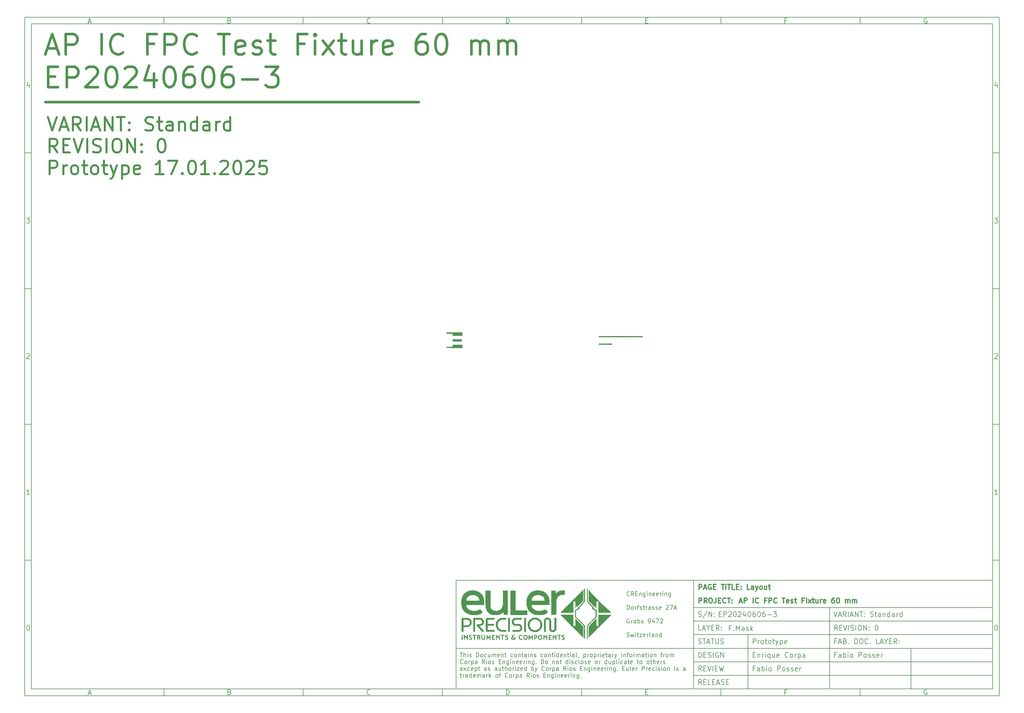
<source format=gbr>
%TF.GenerationSoftware,KiCad,Pcbnew,8.0.9-1.fc41*%
%TF.CreationDate,2025-03-16T15:25:28+01:00*%
%TF.ProjectId,0100_COVERSHEET,30313030-5f43-44f5-9645-525348454554,0*%
%TF.SameCoordinates,Original*%
%TF.FileFunction,Soldermask,Top*%
%TF.FilePolarity,Negative*%
%FSLAX46Y46*%
G04 Gerber Fmt 4.6, Leading zero omitted, Abs format (unit mm)*
G04 Created by KiCad (PCBNEW 8.0.9-1.fc41) date 2025-03-16 15:25:28*
%MOMM*%
%LPD*%
G01*
G04 APERTURE LIST*
G04 Aperture macros list*
%AMFreePoly0*
4,1,11,1.455000,-0.475000,-1.455000,-0.475000,-1.455000,-0.085000,-1.474806,0.001777,-1.530302,0.071366,-1.610496,0.109986,-1.655000,0.115000,-3.255000,0.115000,-3.255000,0.475000,1.455000,0.475000,1.455000,-0.475000,1.455000,-0.475000,$1*%
%AMFreePoly1*
4,1,15,1.455000,-0.475000,-1.455000,-0.475000,-1.600143,-0.475000,-1.610496,-0.470014,-1.655000,-0.465000,-3.255000,-0.465000,-3.255000,-0.115000,-1.655000,-0.115000,-1.568223,-0.095194,-1.498634,-0.039698,-1.460014,0.040496,-1.455000,0.085000,-1.455000,0.475000,1.455000,0.475000,1.455000,-0.475000,1.455000,-0.475000,$1*%
G04 Aperture macros list end*
%ADD10C,0.100000*%
%ADD11C,0.150000*%
%ADD12C,0.300000*%
%ADD13C,0.750000*%
%ADD14C,0.600000*%
%ADD15C,0.000001*%
%ADD16C,0.200000*%
%ADD17R,2.700000X0.760000*%
%ADD18FreePoly0,0.000000*%
%ADD19FreePoly1,0.000000*%
G04 APERTURE END LIST*
D10*
D11*
X7000000Y-203000000D02*
X290000000Y-203000000D01*
X290000000Y-7000000D01*
X7000000Y-7000000D01*
X7000000Y-203000000D01*
D10*
D11*
X132000000Y-171000000D02*
X290000000Y-171000000D01*
X290000000Y-203000000D01*
X132000000Y-203000000D01*
X132000000Y-171000000D01*
D10*
D11*
X202000000Y-203000000D02*
X202000000Y-171000000D01*
D10*
D11*
X290000000Y-199000000D02*
X202000000Y-199000000D01*
D10*
D11*
X290000000Y-195000000D02*
X202000000Y-195000000D01*
D10*
D11*
X290000000Y-191000000D02*
X201000000Y-191000000D01*
D10*
D11*
X290000000Y-187000000D02*
X202000000Y-187000000D01*
D10*
D11*
X290000000Y-183000000D02*
X202000000Y-183000000D01*
D10*
D11*
X290000000Y-179000000D02*
X202000000Y-179000000D01*
D10*
D11*
X266000000Y-203000000D02*
X266000000Y-191000000D01*
D10*
D11*
X242000000Y-203000000D02*
X242000000Y-179000000D01*
D10*
D11*
X218000000Y-203000000D02*
X218000000Y-187000000D01*
D10*
D12*
X203556710Y-173685528D02*
X203556710Y-172185528D01*
X203556710Y-172185528D02*
X204128139Y-172185528D01*
X204128139Y-172185528D02*
X204270996Y-172256957D01*
X204270996Y-172256957D02*
X204342425Y-172328385D01*
X204342425Y-172328385D02*
X204413853Y-172471242D01*
X204413853Y-172471242D02*
X204413853Y-172685528D01*
X204413853Y-172685528D02*
X204342425Y-172828385D01*
X204342425Y-172828385D02*
X204270996Y-172899814D01*
X204270996Y-172899814D02*
X204128139Y-172971242D01*
X204128139Y-172971242D02*
X203556710Y-172971242D01*
X204985282Y-173256957D02*
X205699568Y-173256957D01*
X204842425Y-173685528D02*
X205342425Y-172185528D01*
X205342425Y-172185528D02*
X205842425Y-173685528D01*
X207128139Y-172256957D02*
X206985282Y-172185528D01*
X206985282Y-172185528D02*
X206770996Y-172185528D01*
X206770996Y-172185528D02*
X206556710Y-172256957D01*
X206556710Y-172256957D02*
X206413853Y-172399814D01*
X206413853Y-172399814D02*
X206342424Y-172542671D01*
X206342424Y-172542671D02*
X206270996Y-172828385D01*
X206270996Y-172828385D02*
X206270996Y-173042671D01*
X206270996Y-173042671D02*
X206342424Y-173328385D01*
X206342424Y-173328385D02*
X206413853Y-173471242D01*
X206413853Y-173471242D02*
X206556710Y-173614100D01*
X206556710Y-173614100D02*
X206770996Y-173685528D01*
X206770996Y-173685528D02*
X206913853Y-173685528D01*
X206913853Y-173685528D02*
X207128139Y-173614100D01*
X207128139Y-173614100D02*
X207199567Y-173542671D01*
X207199567Y-173542671D02*
X207199567Y-173042671D01*
X207199567Y-173042671D02*
X206913853Y-173042671D01*
X207842424Y-172899814D02*
X208342424Y-172899814D01*
X208556710Y-173685528D02*
X207842424Y-173685528D01*
X207842424Y-173685528D02*
X207842424Y-172185528D01*
X207842424Y-172185528D02*
X208556710Y-172185528D01*
X210128139Y-172185528D02*
X210985282Y-172185528D01*
X210556710Y-173685528D02*
X210556710Y-172185528D01*
X211485281Y-173685528D02*
X211485281Y-172185528D01*
X211985282Y-172185528D02*
X212842425Y-172185528D01*
X212413853Y-173685528D02*
X212413853Y-172185528D01*
X214056710Y-173685528D02*
X213342424Y-173685528D01*
X213342424Y-173685528D02*
X213342424Y-172185528D01*
X214556710Y-172899814D02*
X215056710Y-172899814D01*
X215270996Y-173685528D02*
X214556710Y-173685528D01*
X214556710Y-173685528D02*
X214556710Y-172185528D01*
X214556710Y-172185528D02*
X215270996Y-172185528D01*
X215913853Y-173542671D02*
X215985282Y-173614100D01*
X215985282Y-173614100D02*
X215913853Y-173685528D01*
X215913853Y-173685528D02*
X215842425Y-173614100D01*
X215842425Y-173614100D02*
X215913853Y-173542671D01*
X215913853Y-173542671D02*
X215913853Y-173685528D01*
X215913853Y-172756957D02*
X215985282Y-172828385D01*
X215985282Y-172828385D02*
X215913853Y-172899814D01*
X215913853Y-172899814D02*
X215842425Y-172828385D01*
X215842425Y-172828385D02*
X215913853Y-172756957D01*
X215913853Y-172756957D02*
X215913853Y-172899814D01*
X218485282Y-173685528D02*
X217770996Y-173685528D01*
X217770996Y-173685528D02*
X217770996Y-172185528D01*
X219628140Y-173685528D02*
X219628140Y-172899814D01*
X219628140Y-172899814D02*
X219556711Y-172756957D01*
X219556711Y-172756957D02*
X219413854Y-172685528D01*
X219413854Y-172685528D02*
X219128140Y-172685528D01*
X219128140Y-172685528D02*
X218985282Y-172756957D01*
X219628140Y-173614100D02*
X219485282Y-173685528D01*
X219485282Y-173685528D02*
X219128140Y-173685528D01*
X219128140Y-173685528D02*
X218985282Y-173614100D01*
X218985282Y-173614100D02*
X218913854Y-173471242D01*
X218913854Y-173471242D02*
X218913854Y-173328385D01*
X218913854Y-173328385D02*
X218985282Y-173185528D01*
X218985282Y-173185528D02*
X219128140Y-173114100D01*
X219128140Y-173114100D02*
X219485282Y-173114100D01*
X219485282Y-173114100D02*
X219628140Y-173042671D01*
X220199568Y-172685528D02*
X220556711Y-173685528D01*
X220913854Y-172685528D02*
X220556711Y-173685528D01*
X220556711Y-173685528D02*
X220413854Y-174042671D01*
X220413854Y-174042671D02*
X220342425Y-174114100D01*
X220342425Y-174114100D02*
X220199568Y-174185528D01*
X221699568Y-173685528D02*
X221556711Y-173614100D01*
X221556711Y-173614100D02*
X221485282Y-173542671D01*
X221485282Y-173542671D02*
X221413854Y-173399814D01*
X221413854Y-173399814D02*
X221413854Y-172971242D01*
X221413854Y-172971242D02*
X221485282Y-172828385D01*
X221485282Y-172828385D02*
X221556711Y-172756957D01*
X221556711Y-172756957D02*
X221699568Y-172685528D01*
X221699568Y-172685528D02*
X221913854Y-172685528D01*
X221913854Y-172685528D02*
X222056711Y-172756957D01*
X222056711Y-172756957D02*
X222128140Y-172828385D01*
X222128140Y-172828385D02*
X222199568Y-172971242D01*
X222199568Y-172971242D02*
X222199568Y-173399814D01*
X222199568Y-173399814D02*
X222128140Y-173542671D01*
X222128140Y-173542671D02*
X222056711Y-173614100D01*
X222056711Y-173614100D02*
X221913854Y-173685528D01*
X221913854Y-173685528D02*
X221699568Y-173685528D01*
X223485283Y-172685528D02*
X223485283Y-173685528D01*
X222842425Y-172685528D02*
X222842425Y-173471242D01*
X222842425Y-173471242D02*
X222913854Y-173614100D01*
X222913854Y-173614100D02*
X223056711Y-173685528D01*
X223056711Y-173685528D02*
X223270997Y-173685528D01*
X223270997Y-173685528D02*
X223413854Y-173614100D01*
X223413854Y-173614100D02*
X223485283Y-173542671D01*
X223985283Y-172685528D02*
X224556711Y-172685528D01*
X224199568Y-172185528D02*
X224199568Y-173471242D01*
X224199568Y-173471242D02*
X224270997Y-173614100D01*
X224270997Y-173614100D02*
X224413854Y-173685528D01*
X224413854Y-173685528D02*
X224556711Y-173685528D01*
D10*
D11*
X201000000Y-191000000D02*
X132000000Y-191000000D01*
D10*
D12*
X203554510Y-177678328D02*
X203554510Y-176178328D01*
X203554510Y-176178328D02*
X204125939Y-176178328D01*
X204125939Y-176178328D02*
X204268796Y-176249757D01*
X204268796Y-176249757D02*
X204340225Y-176321185D01*
X204340225Y-176321185D02*
X204411653Y-176464042D01*
X204411653Y-176464042D02*
X204411653Y-176678328D01*
X204411653Y-176678328D02*
X204340225Y-176821185D01*
X204340225Y-176821185D02*
X204268796Y-176892614D01*
X204268796Y-176892614D02*
X204125939Y-176964042D01*
X204125939Y-176964042D02*
X203554510Y-176964042D01*
X205911653Y-177678328D02*
X205411653Y-176964042D01*
X205054510Y-177678328D02*
X205054510Y-176178328D01*
X205054510Y-176178328D02*
X205625939Y-176178328D01*
X205625939Y-176178328D02*
X205768796Y-176249757D01*
X205768796Y-176249757D02*
X205840225Y-176321185D01*
X205840225Y-176321185D02*
X205911653Y-176464042D01*
X205911653Y-176464042D02*
X205911653Y-176678328D01*
X205911653Y-176678328D02*
X205840225Y-176821185D01*
X205840225Y-176821185D02*
X205768796Y-176892614D01*
X205768796Y-176892614D02*
X205625939Y-176964042D01*
X205625939Y-176964042D02*
X205054510Y-176964042D01*
X206840225Y-176178328D02*
X207125939Y-176178328D01*
X207125939Y-176178328D02*
X207268796Y-176249757D01*
X207268796Y-176249757D02*
X207411653Y-176392614D01*
X207411653Y-176392614D02*
X207483082Y-176678328D01*
X207483082Y-176678328D02*
X207483082Y-177178328D01*
X207483082Y-177178328D02*
X207411653Y-177464042D01*
X207411653Y-177464042D02*
X207268796Y-177606900D01*
X207268796Y-177606900D02*
X207125939Y-177678328D01*
X207125939Y-177678328D02*
X206840225Y-177678328D01*
X206840225Y-177678328D02*
X206697368Y-177606900D01*
X206697368Y-177606900D02*
X206554510Y-177464042D01*
X206554510Y-177464042D02*
X206483082Y-177178328D01*
X206483082Y-177178328D02*
X206483082Y-176678328D01*
X206483082Y-176678328D02*
X206554510Y-176392614D01*
X206554510Y-176392614D02*
X206697368Y-176249757D01*
X206697368Y-176249757D02*
X206840225Y-176178328D01*
X208554511Y-176178328D02*
X208554511Y-177249757D01*
X208554511Y-177249757D02*
X208483082Y-177464042D01*
X208483082Y-177464042D02*
X208340225Y-177606900D01*
X208340225Y-177606900D02*
X208125939Y-177678328D01*
X208125939Y-177678328D02*
X207983082Y-177678328D01*
X209268796Y-176892614D02*
X209768796Y-176892614D01*
X209983082Y-177678328D02*
X209268796Y-177678328D01*
X209268796Y-177678328D02*
X209268796Y-176178328D01*
X209268796Y-176178328D02*
X209983082Y-176178328D01*
X211483082Y-177535471D02*
X211411654Y-177606900D01*
X211411654Y-177606900D02*
X211197368Y-177678328D01*
X211197368Y-177678328D02*
X211054511Y-177678328D01*
X211054511Y-177678328D02*
X210840225Y-177606900D01*
X210840225Y-177606900D02*
X210697368Y-177464042D01*
X210697368Y-177464042D02*
X210625939Y-177321185D01*
X210625939Y-177321185D02*
X210554511Y-177035471D01*
X210554511Y-177035471D02*
X210554511Y-176821185D01*
X210554511Y-176821185D02*
X210625939Y-176535471D01*
X210625939Y-176535471D02*
X210697368Y-176392614D01*
X210697368Y-176392614D02*
X210840225Y-176249757D01*
X210840225Y-176249757D02*
X211054511Y-176178328D01*
X211054511Y-176178328D02*
X211197368Y-176178328D01*
X211197368Y-176178328D02*
X211411654Y-176249757D01*
X211411654Y-176249757D02*
X211483082Y-176321185D01*
X211911654Y-176178328D02*
X212768797Y-176178328D01*
X212340225Y-177678328D02*
X212340225Y-176178328D01*
X213268796Y-177535471D02*
X213340225Y-177606900D01*
X213340225Y-177606900D02*
X213268796Y-177678328D01*
X213268796Y-177678328D02*
X213197368Y-177606900D01*
X213197368Y-177606900D02*
X213268796Y-177535471D01*
X213268796Y-177535471D02*
X213268796Y-177678328D01*
X213268796Y-176749757D02*
X213340225Y-176821185D01*
X213340225Y-176821185D02*
X213268796Y-176892614D01*
X213268796Y-176892614D02*
X213197368Y-176821185D01*
X213197368Y-176821185D02*
X213268796Y-176749757D01*
X213268796Y-176749757D02*
X213268796Y-176892614D01*
D10*
D11*
X203384398Y-181614700D02*
X203598684Y-181686128D01*
X203598684Y-181686128D02*
X203955826Y-181686128D01*
X203955826Y-181686128D02*
X204098684Y-181614700D01*
X204098684Y-181614700D02*
X204170112Y-181543271D01*
X204170112Y-181543271D02*
X204241541Y-181400414D01*
X204241541Y-181400414D02*
X204241541Y-181257557D01*
X204241541Y-181257557D02*
X204170112Y-181114700D01*
X204170112Y-181114700D02*
X204098684Y-181043271D01*
X204098684Y-181043271D02*
X203955826Y-180971842D01*
X203955826Y-180971842D02*
X203670112Y-180900414D01*
X203670112Y-180900414D02*
X203527255Y-180828985D01*
X203527255Y-180828985D02*
X203455826Y-180757557D01*
X203455826Y-180757557D02*
X203384398Y-180614700D01*
X203384398Y-180614700D02*
X203384398Y-180471842D01*
X203384398Y-180471842D02*
X203455826Y-180328985D01*
X203455826Y-180328985D02*
X203527255Y-180257557D01*
X203527255Y-180257557D02*
X203670112Y-180186128D01*
X203670112Y-180186128D02*
X204027255Y-180186128D01*
X204027255Y-180186128D02*
X204241541Y-180257557D01*
X205955826Y-180114700D02*
X204670112Y-182043271D01*
X206455826Y-181686128D02*
X206455826Y-180186128D01*
X206455826Y-180186128D02*
X207312969Y-181686128D01*
X207312969Y-181686128D02*
X207312969Y-180186128D01*
X208027255Y-181543271D02*
X208098684Y-181614700D01*
X208098684Y-181614700D02*
X208027255Y-181686128D01*
X208027255Y-181686128D02*
X207955827Y-181614700D01*
X207955827Y-181614700D02*
X208027255Y-181543271D01*
X208027255Y-181543271D02*
X208027255Y-181686128D01*
X208027255Y-180757557D02*
X208098684Y-180828985D01*
X208098684Y-180828985D02*
X208027255Y-180900414D01*
X208027255Y-180900414D02*
X207955827Y-180828985D01*
X207955827Y-180828985D02*
X208027255Y-180757557D01*
X208027255Y-180757557D02*
X208027255Y-180900414D01*
D10*
D11*
X203455826Y-193686128D02*
X203455826Y-192186128D01*
X203455826Y-192186128D02*
X203812969Y-192186128D01*
X203812969Y-192186128D02*
X204027255Y-192257557D01*
X204027255Y-192257557D02*
X204170112Y-192400414D01*
X204170112Y-192400414D02*
X204241541Y-192543271D01*
X204241541Y-192543271D02*
X204312969Y-192828985D01*
X204312969Y-192828985D02*
X204312969Y-193043271D01*
X204312969Y-193043271D02*
X204241541Y-193328985D01*
X204241541Y-193328985D02*
X204170112Y-193471842D01*
X204170112Y-193471842D02*
X204027255Y-193614700D01*
X204027255Y-193614700D02*
X203812969Y-193686128D01*
X203812969Y-193686128D02*
X203455826Y-193686128D01*
X204955826Y-192900414D02*
X205455826Y-192900414D01*
X205670112Y-193686128D02*
X204955826Y-193686128D01*
X204955826Y-193686128D02*
X204955826Y-192186128D01*
X204955826Y-192186128D02*
X205670112Y-192186128D01*
X206241541Y-193614700D02*
X206455827Y-193686128D01*
X206455827Y-193686128D02*
X206812969Y-193686128D01*
X206812969Y-193686128D02*
X206955827Y-193614700D01*
X206955827Y-193614700D02*
X207027255Y-193543271D01*
X207027255Y-193543271D02*
X207098684Y-193400414D01*
X207098684Y-193400414D02*
X207098684Y-193257557D01*
X207098684Y-193257557D02*
X207027255Y-193114700D01*
X207027255Y-193114700D02*
X206955827Y-193043271D01*
X206955827Y-193043271D02*
X206812969Y-192971842D01*
X206812969Y-192971842D02*
X206527255Y-192900414D01*
X206527255Y-192900414D02*
X206384398Y-192828985D01*
X206384398Y-192828985D02*
X206312969Y-192757557D01*
X206312969Y-192757557D02*
X206241541Y-192614700D01*
X206241541Y-192614700D02*
X206241541Y-192471842D01*
X206241541Y-192471842D02*
X206312969Y-192328985D01*
X206312969Y-192328985D02*
X206384398Y-192257557D01*
X206384398Y-192257557D02*
X206527255Y-192186128D01*
X206527255Y-192186128D02*
X206884398Y-192186128D01*
X206884398Y-192186128D02*
X207098684Y-192257557D01*
X207741540Y-193686128D02*
X207741540Y-192186128D01*
X209241541Y-192257557D02*
X209098684Y-192186128D01*
X209098684Y-192186128D02*
X208884398Y-192186128D01*
X208884398Y-192186128D02*
X208670112Y-192257557D01*
X208670112Y-192257557D02*
X208527255Y-192400414D01*
X208527255Y-192400414D02*
X208455826Y-192543271D01*
X208455826Y-192543271D02*
X208384398Y-192828985D01*
X208384398Y-192828985D02*
X208384398Y-193043271D01*
X208384398Y-193043271D02*
X208455826Y-193328985D01*
X208455826Y-193328985D02*
X208527255Y-193471842D01*
X208527255Y-193471842D02*
X208670112Y-193614700D01*
X208670112Y-193614700D02*
X208884398Y-193686128D01*
X208884398Y-193686128D02*
X209027255Y-193686128D01*
X209027255Y-193686128D02*
X209241541Y-193614700D01*
X209241541Y-193614700D02*
X209312969Y-193543271D01*
X209312969Y-193543271D02*
X209312969Y-193043271D01*
X209312969Y-193043271D02*
X209027255Y-193043271D01*
X209955826Y-193686128D02*
X209955826Y-192186128D01*
X209955826Y-192186128D02*
X210812969Y-193686128D01*
X210812969Y-193686128D02*
X210812969Y-192186128D01*
D10*
D11*
X204312969Y-197686128D02*
X203812969Y-196971842D01*
X203455826Y-197686128D02*
X203455826Y-196186128D01*
X203455826Y-196186128D02*
X204027255Y-196186128D01*
X204027255Y-196186128D02*
X204170112Y-196257557D01*
X204170112Y-196257557D02*
X204241541Y-196328985D01*
X204241541Y-196328985D02*
X204312969Y-196471842D01*
X204312969Y-196471842D02*
X204312969Y-196686128D01*
X204312969Y-196686128D02*
X204241541Y-196828985D01*
X204241541Y-196828985D02*
X204170112Y-196900414D01*
X204170112Y-196900414D02*
X204027255Y-196971842D01*
X204027255Y-196971842D02*
X203455826Y-196971842D01*
X204955826Y-196900414D02*
X205455826Y-196900414D01*
X205670112Y-197686128D02*
X204955826Y-197686128D01*
X204955826Y-197686128D02*
X204955826Y-196186128D01*
X204955826Y-196186128D02*
X205670112Y-196186128D01*
X206098684Y-196186128D02*
X206598684Y-197686128D01*
X206598684Y-197686128D02*
X207098684Y-196186128D01*
X207598683Y-197686128D02*
X207598683Y-196186128D01*
X208312969Y-196900414D02*
X208812969Y-196900414D01*
X209027255Y-197686128D02*
X208312969Y-197686128D01*
X208312969Y-197686128D02*
X208312969Y-196186128D01*
X208312969Y-196186128D02*
X209027255Y-196186128D01*
X209527255Y-196186128D02*
X209884398Y-197686128D01*
X209884398Y-197686128D02*
X210170112Y-196614700D01*
X210170112Y-196614700D02*
X210455827Y-197686128D01*
X210455827Y-197686128D02*
X210812970Y-196186128D01*
D10*
D11*
X204312969Y-201686128D02*
X203812969Y-200971842D01*
X203455826Y-201686128D02*
X203455826Y-200186128D01*
X203455826Y-200186128D02*
X204027255Y-200186128D01*
X204027255Y-200186128D02*
X204170112Y-200257557D01*
X204170112Y-200257557D02*
X204241541Y-200328985D01*
X204241541Y-200328985D02*
X204312969Y-200471842D01*
X204312969Y-200471842D02*
X204312969Y-200686128D01*
X204312969Y-200686128D02*
X204241541Y-200828985D01*
X204241541Y-200828985D02*
X204170112Y-200900414D01*
X204170112Y-200900414D02*
X204027255Y-200971842D01*
X204027255Y-200971842D02*
X203455826Y-200971842D01*
X204955826Y-200900414D02*
X205455826Y-200900414D01*
X205670112Y-201686128D02*
X204955826Y-201686128D01*
X204955826Y-201686128D02*
X204955826Y-200186128D01*
X204955826Y-200186128D02*
X205670112Y-200186128D01*
X207027255Y-201686128D02*
X206312969Y-201686128D01*
X206312969Y-201686128D02*
X206312969Y-200186128D01*
X207527255Y-200900414D02*
X208027255Y-200900414D01*
X208241541Y-201686128D02*
X207527255Y-201686128D01*
X207527255Y-201686128D02*
X207527255Y-200186128D01*
X207527255Y-200186128D02*
X208241541Y-200186128D01*
X208812970Y-201257557D02*
X209527256Y-201257557D01*
X208670113Y-201686128D02*
X209170113Y-200186128D01*
X209170113Y-200186128D02*
X209670113Y-201686128D01*
X210098684Y-201614700D02*
X210312970Y-201686128D01*
X210312970Y-201686128D02*
X210670112Y-201686128D01*
X210670112Y-201686128D02*
X210812970Y-201614700D01*
X210812970Y-201614700D02*
X210884398Y-201543271D01*
X210884398Y-201543271D02*
X210955827Y-201400414D01*
X210955827Y-201400414D02*
X210955827Y-201257557D01*
X210955827Y-201257557D02*
X210884398Y-201114700D01*
X210884398Y-201114700D02*
X210812970Y-201043271D01*
X210812970Y-201043271D02*
X210670112Y-200971842D01*
X210670112Y-200971842D02*
X210384398Y-200900414D01*
X210384398Y-200900414D02*
X210241541Y-200828985D01*
X210241541Y-200828985D02*
X210170112Y-200757557D01*
X210170112Y-200757557D02*
X210098684Y-200614700D01*
X210098684Y-200614700D02*
X210098684Y-200471842D01*
X210098684Y-200471842D02*
X210170112Y-200328985D01*
X210170112Y-200328985D02*
X210241541Y-200257557D01*
X210241541Y-200257557D02*
X210384398Y-200186128D01*
X210384398Y-200186128D02*
X210741541Y-200186128D01*
X210741541Y-200186128D02*
X210955827Y-200257557D01*
X211598683Y-200900414D02*
X212098683Y-200900414D01*
X212312969Y-201686128D02*
X211598683Y-201686128D01*
X211598683Y-201686128D02*
X211598683Y-200186128D01*
X211598683Y-200186128D02*
X212312969Y-200186128D01*
D10*
D11*
X243241541Y-180186128D02*
X243741541Y-181686128D01*
X243741541Y-181686128D02*
X244241541Y-180186128D01*
X244670112Y-181257557D02*
X245384398Y-181257557D01*
X244527255Y-181686128D02*
X245027255Y-180186128D01*
X245027255Y-180186128D02*
X245527255Y-181686128D01*
X246884397Y-181686128D02*
X246384397Y-180971842D01*
X246027254Y-181686128D02*
X246027254Y-180186128D01*
X246027254Y-180186128D02*
X246598683Y-180186128D01*
X246598683Y-180186128D02*
X246741540Y-180257557D01*
X246741540Y-180257557D02*
X246812969Y-180328985D01*
X246812969Y-180328985D02*
X246884397Y-180471842D01*
X246884397Y-180471842D02*
X246884397Y-180686128D01*
X246884397Y-180686128D02*
X246812969Y-180828985D01*
X246812969Y-180828985D02*
X246741540Y-180900414D01*
X246741540Y-180900414D02*
X246598683Y-180971842D01*
X246598683Y-180971842D02*
X246027254Y-180971842D01*
X247527254Y-181686128D02*
X247527254Y-180186128D01*
X248170112Y-181257557D02*
X248884398Y-181257557D01*
X248027255Y-181686128D02*
X248527255Y-180186128D01*
X248527255Y-180186128D02*
X249027255Y-181686128D01*
X249527254Y-181686128D02*
X249527254Y-180186128D01*
X249527254Y-180186128D02*
X250384397Y-181686128D01*
X250384397Y-181686128D02*
X250384397Y-180186128D01*
X250884398Y-180186128D02*
X251741541Y-180186128D01*
X251312969Y-181686128D02*
X251312969Y-180186128D01*
X252241540Y-181543271D02*
X252312969Y-181614700D01*
X252312969Y-181614700D02*
X252241540Y-181686128D01*
X252241540Y-181686128D02*
X252170112Y-181614700D01*
X252170112Y-181614700D02*
X252241540Y-181543271D01*
X252241540Y-181543271D02*
X252241540Y-181686128D01*
X252241540Y-180757557D02*
X252312969Y-180828985D01*
X252312969Y-180828985D02*
X252241540Y-180900414D01*
X252241540Y-180900414D02*
X252170112Y-180828985D01*
X252170112Y-180828985D02*
X252241540Y-180757557D01*
X252241540Y-180757557D02*
X252241540Y-180900414D01*
X254027255Y-181614700D02*
X254241541Y-181686128D01*
X254241541Y-181686128D02*
X254598683Y-181686128D01*
X254598683Y-181686128D02*
X254741541Y-181614700D01*
X254741541Y-181614700D02*
X254812969Y-181543271D01*
X254812969Y-181543271D02*
X254884398Y-181400414D01*
X254884398Y-181400414D02*
X254884398Y-181257557D01*
X254884398Y-181257557D02*
X254812969Y-181114700D01*
X254812969Y-181114700D02*
X254741541Y-181043271D01*
X254741541Y-181043271D02*
X254598683Y-180971842D01*
X254598683Y-180971842D02*
X254312969Y-180900414D01*
X254312969Y-180900414D02*
X254170112Y-180828985D01*
X254170112Y-180828985D02*
X254098683Y-180757557D01*
X254098683Y-180757557D02*
X254027255Y-180614700D01*
X254027255Y-180614700D02*
X254027255Y-180471842D01*
X254027255Y-180471842D02*
X254098683Y-180328985D01*
X254098683Y-180328985D02*
X254170112Y-180257557D01*
X254170112Y-180257557D02*
X254312969Y-180186128D01*
X254312969Y-180186128D02*
X254670112Y-180186128D01*
X254670112Y-180186128D02*
X254884398Y-180257557D01*
X255312969Y-180686128D02*
X255884397Y-180686128D01*
X255527254Y-180186128D02*
X255527254Y-181471842D01*
X255527254Y-181471842D02*
X255598683Y-181614700D01*
X255598683Y-181614700D02*
X255741540Y-181686128D01*
X255741540Y-181686128D02*
X255884397Y-181686128D01*
X257027255Y-181686128D02*
X257027255Y-180900414D01*
X257027255Y-180900414D02*
X256955826Y-180757557D01*
X256955826Y-180757557D02*
X256812969Y-180686128D01*
X256812969Y-180686128D02*
X256527255Y-180686128D01*
X256527255Y-180686128D02*
X256384397Y-180757557D01*
X257027255Y-181614700D02*
X256884397Y-181686128D01*
X256884397Y-181686128D02*
X256527255Y-181686128D01*
X256527255Y-181686128D02*
X256384397Y-181614700D01*
X256384397Y-181614700D02*
X256312969Y-181471842D01*
X256312969Y-181471842D02*
X256312969Y-181328985D01*
X256312969Y-181328985D02*
X256384397Y-181186128D01*
X256384397Y-181186128D02*
X256527255Y-181114700D01*
X256527255Y-181114700D02*
X256884397Y-181114700D01*
X256884397Y-181114700D02*
X257027255Y-181043271D01*
X257741540Y-180686128D02*
X257741540Y-181686128D01*
X257741540Y-180828985D02*
X257812969Y-180757557D01*
X257812969Y-180757557D02*
X257955826Y-180686128D01*
X257955826Y-180686128D02*
X258170112Y-180686128D01*
X258170112Y-180686128D02*
X258312969Y-180757557D01*
X258312969Y-180757557D02*
X258384398Y-180900414D01*
X258384398Y-180900414D02*
X258384398Y-181686128D01*
X259741541Y-181686128D02*
X259741541Y-180186128D01*
X259741541Y-181614700D02*
X259598683Y-181686128D01*
X259598683Y-181686128D02*
X259312969Y-181686128D01*
X259312969Y-181686128D02*
X259170112Y-181614700D01*
X259170112Y-181614700D02*
X259098683Y-181543271D01*
X259098683Y-181543271D02*
X259027255Y-181400414D01*
X259027255Y-181400414D02*
X259027255Y-180971842D01*
X259027255Y-180971842D02*
X259098683Y-180828985D01*
X259098683Y-180828985D02*
X259170112Y-180757557D01*
X259170112Y-180757557D02*
X259312969Y-180686128D01*
X259312969Y-180686128D02*
X259598683Y-180686128D01*
X259598683Y-180686128D02*
X259741541Y-180757557D01*
X261098684Y-181686128D02*
X261098684Y-180900414D01*
X261098684Y-180900414D02*
X261027255Y-180757557D01*
X261027255Y-180757557D02*
X260884398Y-180686128D01*
X260884398Y-180686128D02*
X260598684Y-180686128D01*
X260598684Y-180686128D02*
X260455826Y-180757557D01*
X261098684Y-181614700D02*
X260955826Y-181686128D01*
X260955826Y-181686128D02*
X260598684Y-181686128D01*
X260598684Y-181686128D02*
X260455826Y-181614700D01*
X260455826Y-181614700D02*
X260384398Y-181471842D01*
X260384398Y-181471842D02*
X260384398Y-181328985D01*
X260384398Y-181328985D02*
X260455826Y-181186128D01*
X260455826Y-181186128D02*
X260598684Y-181114700D01*
X260598684Y-181114700D02*
X260955826Y-181114700D01*
X260955826Y-181114700D02*
X261098684Y-181043271D01*
X261812969Y-181686128D02*
X261812969Y-180686128D01*
X261812969Y-180971842D02*
X261884398Y-180828985D01*
X261884398Y-180828985D02*
X261955827Y-180757557D01*
X261955827Y-180757557D02*
X262098684Y-180686128D01*
X262098684Y-180686128D02*
X262241541Y-180686128D01*
X263384398Y-181686128D02*
X263384398Y-180186128D01*
X263384398Y-181614700D02*
X263241540Y-181686128D01*
X263241540Y-181686128D02*
X262955826Y-181686128D01*
X262955826Y-181686128D02*
X262812969Y-181614700D01*
X262812969Y-181614700D02*
X262741540Y-181543271D01*
X262741540Y-181543271D02*
X262670112Y-181400414D01*
X262670112Y-181400414D02*
X262670112Y-180971842D01*
X262670112Y-180971842D02*
X262741540Y-180828985D01*
X262741540Y-180828985D02*
X262812969Y-180757557D01*
X262812969Y-180757557D02*
X262955826Y-180686128D01*
X262955826Y-180686128D02*
X263241540Y-180686128D01*
X263241540Y-180686128D02*
X263384398Y-180757557D01*
D10*
D11*
X244312969Y-185686128D02*
X243812969Y-184971842D01*
X243455826Y-185686128D02*
X243455826Y-184186128D01*
X243455826Y-184186128D02*
X244027255Y-184186128D01*
X244027255Y-184186128D02*
X244170112Y-184257557D01*
X244170112Y-184257557D02*
X244241541Y-184328985D01*
X244241541Y-184328985D02*
X244312969Y-184471842D01*
X244312969Y-184471842D02*
X244312969Y-184686128D01*
X244312969Y-184686128D02*
X244241541Y-184828985D01*
X244241541Y-184828985D02*
X244170112Y-184900414D01*
X244170112Y-184900414D02*
X244027255Y-184971842D01*
X244027255Y-184971842D02*
X243455826Y-184971842D01*
X244955826Y-184900414D02*
X245455826Y-184900414D01*
X245670112Y-185686128D02*
X244955826Y-185686128D01*
X244955826Y-185686128D02*
X244955826Y-184186128D01*
X244955826Y-184186128D02*
X245670112Y-184186128D01*
X246098684Y-184186128D02*
X246598684Y-185686128D01*
X246598684Y-185686128D02*
X247098684Y-184186128D01*
X247598683Y-185686128D02*
X247598683Y-184186128D01*
X248241541Y-185614700D02*
X248455827Y-185686128D01*
X248455827Y-185686128D02*
X248812969Y-185686128D01*
X248812969Y-185686128D02*
X248955827Y-185614700D01*
X248955827Y-185614700D02*
X249027255Y-185543271D01*
X249027255Y-185543271D02*
X249098684Y-185400414D01*
X249098684Y-185400414D02*
X249098684Y-185257557D01*
X249098684Y-185257557D02*
X249027255Y-185114700D01*
X249027255Y-185114700D02*
X248955827Y-185043271D01*
X248955827Y-185043271D02*
X248812969Y-184971842D01*
X248812969Y-184971842D02*
X248527255Y-184900414D01*
X248527255Y-184900414D02*
X248384398Y-184828985D01*
X248384398Y-184828985D02*
X248312969Y-184757557D01*
X248312969Y-184757557D02*
X248241541Y-184614700D01*
X248241541Y-184614700D02*
X248241541Y-184471842D01*
X248241541Y-184471842D02*
X248312969Y-184328985D01*
X248312969Y-184328985D02*
X248384398Y-184257557D01*
X248384398Y-184257557D02*
X248527255Y-184186128D01*
X248527255Y-184186128D02*
X248884398Y-184186128D01*
X248884398Y-184186128D02*
X249098684Y-184257557D01*
X249741540Y-185686128D02*
X249741540Y-184186128D01*
X250741541Y-184186128D02*
X251027255Y-184186128D01*
X251027255Y-184186128D02*
X251170112Y-184257557D01*
X251170112Y-184257557D02*
X251312969Y-184400414D01*
X251312969Y-184400414D02*
X251384398Y-184686128D01*
X251384398Y-184686128D02*
X251384398Y-185186128D01*
X251384398Y-185186128D02*
X251312969Y-185471842D01*
X251312969Y-185471842D02*
X251170112Y-185614700D01*
X251170112Y-185614700D02*
X251027255Y-185686128D01*
X251027255Y-185686128D02*
X250741541Y-185686128D01*
X250741541Y-185686128D02*
X250598684Y-185614700D01*
X250598684Y-185614700D02*
X250455826Y-185471842D01*
X250455826Y-185471842D02*
X250384398Y-185186128D01*
X250384398Y-185186128D02*
X250384398Y-184686128D01*
X250384398Y-184686128D02*
X250455826Y-184400414D01*
X250455826Y-184400414D02*
X250598684Y-184257557D01*
X250598684Y-184257557D02*
X250741541Y-184186128D01*
X252027255Y-185686128D02*
X252027255Y-184186128D01*
X252027255Y-184186128D02*
X252884398Y-185686128D01*
X252884398Y-185686128D02*
X252884398Y-184186128D01*
X253598684Y-185543271D02*
X253670113Y-185614700D01*
X253670113Y-185614700D02*
X253598684Y-185686128D01*
X253598684Y-185686128D02*
X253527256Y-185614700D01*
X253527256Y-185614700D02*
X253598684Y-185543271D01*
X253598684Y-185543271D02*
X253598684Y-185686128D01*
X253598684Y-184757557D02*
X253670113Y-184828985D01*
X253670113Y-184828985D02*
X253598684Y-184900414D01*
X253598684Y-184900414D02*
X253527256Y-184828985D01*
X253527256Y-184828985D02*
X253598684Y-184757557D01*
X253598684Y-184757557D02*
X253598684Y-184900414D01*
X255741542Y-184186128D02*
X255884399Y-184186128D01*
X255884399Y-184186128D02*
X256027256Y-184257557D01*
X256027256Y-184257557D02*
X256098685Y-184328985D01*
X256098685Y-184328985D02*
X256170113Y-184471842D01*
X256170113Y-184471842D02*
X256241542Y-184757557D01*
X256241542Y-184757557D02*
X256241542Y-185114700D01*
X256241542Y-185114700D02*
X256170113Y-185400414D01*
X256170113Y-185400414D02*
X256098685Y-185543271D01*
X256098685Y-185543271D02*
X256027256Y-185614700D01*
X256027256Y-185614700D02*
X255884399Y-185686128D01*
X255884399Y-185686128D02*
X255741542Y-185686128D01*
X255741542Y-185686128D02*
X255598685Y-185614700D01*
X255598685Y-185614700D02*
X255527256Y-185543271D01*
X255527256Y-185543271D02*
X255455827Y-185400414D01*
X255455827Y-185400414D02*
X255384399Y-185114700D01*
X255384399Y-185114700D02*
X255384399Y-184757557D01*
X255384399Y-184757557D02*
X255455827Y-184471842D01*
X255455827Y-184471842D02*
X255527256Y-184328985D01*
X255527256Y-184328985D02*
X255598685Y-184257557D01*
X255598685Y-184257557D02*
X255741542Y-184186128D01*
D10*
D11*
X203384398Y-189614700D02*
X203598684Y-189686128D01*
X203598684Y-189686128D02*
X203955826Y-189686128D01*
X203955826Y-189686128D02*
X204098684Y-189614700D01*
X204098684Y-189614700D02*
X204170112Y-189543271D01*
X204170112Y-189543271D02*
X204241541Y-189400414D01*
X204241541Y-189400414D02*
X204241541Y-189257557D01*
X204241541Y-189257557D02*
X204170112Y-189114700D01*
X204170112Y-189114700D02*
X204098684Y-189043271D01*
X204098684Y-189043271D02*
X203955826Y-188971842D01*
X203955826Y-188971842D02*
X203670112Y-188900414D01*
X203670112Y-188900414D02*
X203527255Y-188828985D01*
X203527255Y-188828985D02*
X203455826Y-188757557D01*
X203455826Y-188757557D02*
X203384398Y-188614700D01*
X203384398Y-188614700D02*
X203384398Y-188471842D01*
X203384398Y-188471842D02*
X203455826Y-188328985D01*
X203455826Y-188328985D02*
X203527255Y-188257557D01*
X203527255Y-188257557D02*
X203670112Y-188186128D01*
X203670112Y-188186128D02*
X204027255Y-188186128D01*
X204027255Y-188186128D02*
X204241541Y-188257557D01*
X204670112Y-188186128D02*
X205527255Y-188186128D01*
X205098683Y-189686128D02*
X205098683Y-188186128D01*
X205955826Y-189257557D02*
X206670112Y-189257557D01*
X205812969Y-189686128D02*
X206312969Y-188186128D01*
X206312969Y-188186128D02*
X206812969Y-189686128D01*
X207098683Y-188186128D02*
X207955826Y-188186128D01*
X207527254Y-189686128D02*
X207527254Y-188186128D01*
X208455825Y-188186128D02*
X208455825Y-189400414D01*
X208455825Y-189400414D02*
X208527254Y-189543271D01*
X208527254Y-189543271D02*
X208598683Y-189614700D01*
X208598683Y-189614700D02*
X208741540Y-189686128D01*
X208741540Y-189686128D02*
X209027254Y-189686128D01*
X209027254Y-189686128D02*
X209170111Y-189614700D01*
X209170111Y-189614700D02*
X209241540Y-189543271D01*
X209241540Y-189543271D02*
X209312968Y-189400414D01*
X209312968Y-189400414D02*
X209312968Y-188186128D01*
X209955826Y-189614700D02*
X210170112Y-189686128D01*
X210170112Y-189686128D02*
X210527254Y-189686128D01*
X210527254Y-189686128D02*
X210670112Y-189614700D01*
X210670112Y-189614700D02*
X210741540Y-189543271D01*
X210741540Y-189543271D02*
X210812969Y-189400414D01*
X210812969Y-189400414D02*
X210812969Y-189257557D01*
X210812969Y-189257557D02*
X210741540Y-189114700D01*
X210741540Y-189114700D02*
X210670112Y-189043271D01*
X210670112Y-189043271D02*
X210527254Y-188971842D01*
X210527254Y-188971842D02*
X210241540Y-188900414D01*
X210241540Y-188900414D02*
X210098683Y-188828985D01*
X210098683Y-188828985D02*
X210027254Y-188757557D01*
X210027254Y-188757557D02*
X209955826Y-188614700D01*
X209955826Y-188614700D02*
X209955826Y-188471842D01*
X209955826Y-188471842D02*
X210027254Y-188328985D01*
X210027254Y-188328985D02*
X210098683Y-188257557D01*
X210098683Y-188257557D02*
X210241540Y-188186128D01*
X210241540Y-188186128D02*
X210598683Y-188186128D01*
X210598683Y-188186128D02*
X210812969Y-188257557D01*
D10*
D11*
X219455826Y-189686128D02*
X219455826Y-188186128D01*
X219455826Y-188186128D02*
X220027255Y-188186128D01*
X220027255Y-188186128D02*
X220170112Y-188257557D01*
X220170112Y-188257557D02*
X220241541Y-188328985D01*
X220241541Y-188328985D02*
X220312969Y-188471842D01*
X220312969Y-188471842D02*
X220312969Y-188686128D01*
X220312969Y-188686128D02*
X220241541Y-188828985D01*
X220241541Y-188828985D02*
X220170112Y-188900414D01*
X220170112Y-188900414D02*
X220027255Y-188971842D01*
X220027255Y-188971842D02*
X219455826Y-188971842D01*
X220955826Y-189686128D02*
X220955826Y-188686128D01*
X220955826Y-188971842D02*
X221027255Y-188828985D01*
X221027255Y-188828985D02*
X221098684Y-188757557D01*
X221098684Y-188757557D02*
X221241541Y-188686128D01*
X221241541Y-188686128D02*
X221384398Y-188686128D01*
X222098683Y-189686128D02*
X221955826Y-189614700D01*
X221955826Y-189614700D02*
X221884397Y-189543271D01*
X221884397Y-189543271D02*
X221812969Y-189400414D01*
X221812969Y-189400414D02*
X221812969Y-188971842D01*
X221812969Y-188971842D02*
X221884397Y-188828985D01*
X221884397Y-188828985D02*
X221955826Y-188757557D01*
X221955826Y-188757557D02*
X222098683Y-188686128D01*
X222098683Y-188686128D02*
X222312969Y-188686128D01*
X222312969Y-188686128D02*
X222455826Y-188757557D01*
X222455826Y-188757557D02*
X222527255Y-188828985D01*
X222527255Y-188828985D02*
X222598683Y-188971842D01*
X222598683Y-188971842D02*
X222598683Y-189400414D01*
X222598683Y-189400414D02*
X222527255Y-189543271D01*
X222527255Y-189543271D02*
X222455826Y-189614700D01*
X222455826Y-189614700D02*
X222312969Y-189686128D01*
X222312969Y-189686128D02*
X222098683Y-189686128D01*
X223027255Y-188686128D02*
X223598683Y-188686128D01*
X223241540Y-188186128D02*
X223241540Y-189471842D01*
X223241540Y-189471842D02*
X223312969Y-189614700D01*
X223312969Y-189614700D02*
X223455826Y-189686128D01*
X223455826Y-189686128D02*
X223598683Y-189686128D01*
X224312969Y-189686128D02*
X224170112Y-189614700D01*
X224170112Y-189614700D02*
X224098683Y-189543271D01*
X224098683Y-189543271D02*
X224027255Y-189400414D01*
X224027255Y-189400414D02*
X224027255Y-188971842D01*
X224027255Y-188971842D02*
X224098683Y-188828985D01*
X224098683Y-188828985D02*
X224170112Y-188757557D01*
X224170112Y-188757557D02*
X224312969Y-188686128D01*
X224312969Y-188686128D02*
X224527255Y-188686128D01*
X224527255Y-188686128D02*
X224670112Y-188757557D01*
X224670112Y-188757557D02*
X224741541Y-188828985D01*
X224741541Y-188828985D02*
X224812969Y-188971842D01*
X224812969Y-188971842D02*
X224812969Y-189400414D01*
X224812969Y-189400414D02*
X224741541Y-189543271D01*
X224741541Y-189543271D02*
X224670112Y-189614700D01*
X224670112Y-189614700D02*
X224527255Y-189686128D01*
X224527255Y-189686128D02*
X224312969Y-189686128D01*
X225241541Y-188686128D02*
X225812969Y-188686128D01*
X225455826Y-188186128D02*
X225455826Y-189471842D01*
X225455826Y-189471842D02*
X225527255Y-189614700D01*
X225527255Y-189614700D02*
X225670112Y-189686128D01*
X225670112Y-189686128D02*
X225812969Y-189686128D01*
X226170112Y-188686128D02*
X226527255Y-189686128D01*
X226884398Y-188686128D02*
X226527255Y-189686128D01*
X226527255Y-189686128D02*
X226384398Y-190043271D01*
X226384398Y-190043271D02*
X226312969Y-190114700D01*
X226312969Y-190114700D02*
X226170112Y-190186128D01*
X227455826Y-188686128D02*
X227455826Y-190186128D01*
X227455826Y-188757557D02*
X227598684Y-188686128D01*
X227598684Y-188686128D02*
X227884398Y-188686128D01*
X227884398Y-188686128D02*
X228027255Y-188757557D01*
X228027255Y-188757557D02*
X228098684Y-188828985D01*
X228098684Y-188828985D02*
X228170112Y-188971842D01*
X228170112Y-188971842D02*
X228170112Y-189400414D01*
X228170112Y-189400414D02*
X228098684Y-189543271D01*
X228098684Y-189543271D02*
X228027255Y-189614700D01*
X228027255Y-189614700D02*
X227884398Y-189686128D01*
X227884398Y-189686128D02*
X227598684Y-189686128D01*
X227598684Y-189686128D02*
X227455826Y-189614700D01*
X229384398Y-189614700D02*
X229241541Y-189686128D01*
X229241541Y-189686128D02*
X228955827Y-189686128D01*
X228955827Y-189686128D02*
X228812969Y-189614700D01*
X228812969Y-189614700D02*
X228741541Y-189471842D01*
X228741541Y-189471842D02*
X228741541Y-188900414D01*
X228741541Y-188900414D02*
X228812969Y-188757557D01*
X228812969Y-188757557D02*
X228955827Y-188686128D01*
X228955827Y-188686128D02*
X229241541Y-188686128D01*
X229241541Y-188686128D02*
X229384398Y-188757557D01*
X229384398Y-188757557D02*
X229455827Y-188900414D01*
X229455827Y-188900414D02*
X229455827Y-189043271D01*
X229455827Y-189043271D02*
X228741541Y-189186128D01*
D10*
D11*
X219955826Y-196900414D02*
X219455826Y-196900414D01*
X219455826Y-197686128D02*
X219455826Y-196186128D01*
X219455826Y-196186128D02*
X220170112Y-196186128D01*
X221384398Y-197686128D02*
X221384398Y-196900414D01*
X221384398Y-196900414D02*
X221312969Y-196757557D01*
X221312969Y-196757557D02*
X221170112Y-196686128D01*
X221170112Y-196686128D02*
X220884398Y-196686128D01*
X220884398Y-196686128D02*
X220741540Y-196757557D01*
X221384398Y-197614700D02*
X221241540Y-197686128D01*
X221241540Y-197686128D02*
X220884398Y-197686128D01*
X220884398Y-197686128D02*
X220741540Y-197614700D01*
X220741540Y-197614700D02*
X220670112Y-197471842D01*
X220670112Y-197471842D02*
X220670112Y-197328985D01*
X220670112Y-197328985D02*
X220741540Y-197186128D01*
X220741540Y-197186128D02*
X220884398Y-197114700D01*
X220884398Y-197114700D02*
X221241540Y-197114700D01*
X221241540Y-197114700D02*
X221384398Y-197043271D01*
X222098683Y-197686128D02*
X222098683Y-196186128D01*
X222098683Y-196757557D02*
X222241541Y-196686128D01*
X222241541Y-196686128D02*
X222527255Y-196686128D01*
X222527255Y-196686128D02*
X222670112Y-196757557D01*
X222670112Y-196757557D02*
X222741541Y-196828985D01*
X222741541Y-196828985D02*
X222812969Y-196971842D01*
X222812969Y-196971842D02*
X222812969Y-197400414D01*
X222812969Y-197400414D02*
X222741541Y-197543271D01*
X222741541Y-197543271D02*
X222670112Y-197614700D01*
X222670112Y-197614700D02*
X222527255Y-197686128D01*
X222527255Y-197686128D02*
X222241541Y-197686128D01*
X222241541Y-197686128D02*
X222098683Y-197614700D01*
X223455826Y-197686128D02*
X223455826Y-196686128D01*
X223455826Y-196186128D02*
X223384398Y-196257557D01*
X223384398Y-196257557D02*
X223455826Y-196328985D01*
X223455826Y-196328985D02*
X223527255Y-196257557D01*
X223527255Y-196257557D02*
X223455826Y-196186128D01*
X223455826Y-196186128D02*
X223455826Y-196328985D01*
X224384398Y-197686128D02*
X224241541Y-197614700D01*
X224241541Y-197614700D02*
X224170112Y-197543271D01*
X224170112Y-197543271D02*
X224098684Y-197400414D01*
X224098684Y-197400414D02*
X224098684Y-196971842D01*
X224098684Y-196971842D02*
X224170112Y-196828985D01*
X224170112Y-196828985D02*
X224241541Y-196757557D01*
X224241541Y-196757557D02*
X224384398Y-196686128D01*
X224384398Y-196686128D02*
X224598684Y-196686128D01*
X224598684Y-196686128D02*
X224741541Y-196757557D01*
X224741541Y-196757557D02*
X224812970Y-196828985D01*
X224812970Y-196828985D02*
X224884398Y-196971842D01*
X224884398Y-196971842D02*
X224884398Y-197400414D01*
X224884398Y-197400414D02*
X224812970Y-197543271D01*
X224812970Y-197543271D02*
X224741541Y-197614700D01*
X224741541Y-197614700D02*
X224598684Y-197686128D01*
X224598684Y-197686128D02*
X224384398Y-197686128D01*
X226670112Y-197686128D02*
X226670112Y-196186128D01*
X226670112Y-196186128D02*
X227241541Y-196186128D01*
X227241541Y-196186128D02*
X227384398Y-196257557D01*
X227384398Y-196257557D02*
X227455827Y-196328985D01*
X227455827Y-196328985D02*
X227527255Y-196471842D01*
X227527255Y-196471842D02*
X227527255Y-196686128D01*
X227527255Y-196686128D02*
X227455827Y-196828985D01*
X227455827Y-196828985D02*
X227384398Y-196900414D01*
X227384398Y-196900414D02*
X227241541Y-196971842D01*
X227241541Y-196971842D02*
X226670112Y-196971842D01*
X228384398Y-197686128D02*
X228241541Y-197614700D01*
X228241541Y-197614700D02*
X228170112Y-197543271D01*
X228170112Y-197543271D02*
X228098684Y-197400414D01*
X228098684Y-197400414D02*
X228098684Y-196971842D01*
X228098684Y-196971842D02*
X228170112Y-196828985D01*
X228170112Y-196828985D02*
X228241541Y-196757557D01*
X228241541Y-196757557D02*
X228384398Y-196686128D01*
X228384398Y-196686128D02*
X228598684Y-196686128D01*
X228598684Y-196686128D02*
X228741541Y-196757557D01*
X228741541Y-196757557D02*
X228812970Y-196828985D01*
X228812970Y-196828985D02*
X228884398Y-196971842D01*
X228884398Y-196971842D02*
X228884398Y-197400414D01*
X228884398Y-197400414D02*
X228812970Y-197543271D01*
X228812970Y-197543271D02*
X228741541Y-197614700D01*
X228741541Y-197614700D02*
X228598684Y-197686128D01*
X228598684Y-197686128D02*
X228384398Y-197686128D01*
X229455827Y-197614700D02*
X229598684Y-197686128D01*
X229598684Y-197686128D02*
X229884398Y-197686128D01*
X229884398Y-197686128D02*
X230027255Y-197614700D01*
X230027255Y-197614700D02*
X230098684Y-197471842D01*
X230098684Y-197471842D02*
X230098684Y-197400414D01*
X230098684Y-197400414D02*
X230027255Y-197257557D01*
X230027255Y-197257557D02*
X229884398Y-197186128D01*
X229884398Y-197186128D02*
X229670113Y-197186128D01*
X229670113Y-197186128D02*
X229527255Y-197114700D01*
X229527255Y-197114700D02*
X229455827Y-196971842D01*
X229455827Y-196971842D02*
X229455827Y-196900414D01*
X229455827Y-196900414D02*
X229527255Y-196757557D01*
X229527255Y-196757557D02*
X229670113Y-196686128D01*
X229670113Y-196686128D02*
X229884398Y-196686128D01*
X229884398Y-196686128D02*
X230027255Y-196757557D01*
X230670113Y-197614700D02*
X230812970Y-197686128D01*
X230812970Y-197686128D02*
X231098684Y-197686128D01*
X231098684Y-197686128D02*
X231241541Y-197614700D01*
X231241541Y-197614700D02*
X231312970Y-197471842D01*
X231312970Y-197471842D02*
X231312970Y-197400414D01*
X231312970Y-197400414D02*
X231241541Y-197257557D01*
X231241541Y-197257557D02*
X231098684Y-197186128D01*
X231098684Y-197186128D02*
X230884399Y-197186128D01*
X230884399Y-197186128D02*
X230741541Y-197114700D01*
X230741541Y-197114700D02*
X230670113Y-196971842D01*
X230670113Y-196971842D02*
X230670113Y-196900414D01*
X230670113Y-196900414D02*
X230741541Y-196757557D01*
X230741541Y-196757557D02*
X230884399Y-196686128D01*
X230884399Y-196686128D02*
X231098684Y-196686128D01*
X231098684Y-196686128D02*
X231241541Y-196757557D01*
X232527256Y-197614700D02*
X232384399Y-197686128D01*
X232384399Y-197686128D02*
X232098685Y-197686128D01*
X232098685Y-197686128D02*
X231955827Y-197614700D01*
X231955827Y-197614700D02*
X231884399Y-197471842D01*
X231884399Y-197471842D02*
X231884399Y-196900414D01*
X231884399Y-196900414D02*
X231955827Y-196757557D01*
X231955827Y-196757557D02*
X232098685Y-196686128D01*
X232098685Y-196686128D02*
X232384399Y-196686128D01*
X232384399Y-196686128D02*
X232527256Y-196757557D01*
X232527256Y-196757557D02*
X232598685Y-196900414D01*
X232598685Y-196900414D02*
X232598685Y-197043271D01*
X232598685Y-197043271D02*
X231884399Y-197186128D01*
X233241541Y-197686128D02*
X233241541Y-196686128D01*
X233241541Y-196971842D02*
X233312970Y-196828985D01*
X233312970Y-196828985D02*
X233384399Y-196757557D01*
X233384399Y-196757557D02*
X233527256Y-196686128D01*
X233527256Y-196686128D02*
X233670113Y-196686128D01*
D10*
D11*
X219455826Y-192900414D02*
X219955826Y-192900414D01*
X220170112Y-193686128D02*
X219455826Y-193686128D01*
X219455826Y-193686128D02*
X219455826Y-192186128D01*
X219455826Y-192186128D02*
X220170112Y-192186128D01*
X220812969Y-192686128D02*
X220812969Y-193686128D01*
X220812969Y-192828985D02*
X220884398Y-192757557D01*
X220884398Y-192757557D02*
X221027255Y-192686128D01*
X221027255Y-192686128D02*
X221241541Y-192686128D01*
X221241541Y-192686128D02*
X221384398Y-192757557D01*
X221384398Y-192757557D02*
X221455827Y-192900414D01*
X221455827Y-192900414D02*
X221455827Y-193686128D01*
X222170112Y-193686128D02*
X222170112Y-192686128D01*
X222170112Y-192971842D02*
X222241541Y-192828985D01*
X222241541Y-192828985D02*
X222312970Y-192757557D01*
X222312970Y-192757557D02*
X222455827Y-192686128D01*
X222455827Y-192686128D02*
X222598684Y-192686128D01*
X223098683Y-193686128D02*
X223098683Y-192686128D01*
X223098683Y-192186128D02*
X223027255Y-192257557D01*
X223027255Y-192257557D02*
X223098683Y-192328985D01*
X223098683Y-192328985D02*
X223170112Y-192257557D01*
X223170112Y-192257557D02*
X223098683Y-192186128D01*
X223098683Y-192186128D02*
X223098683Y-192328985D01*
X224455827Y-192686128D02*
X224455827Y-194186128D01*
X224455827Y-193614700D02*
X224312969Y-193686128D01*
X224312969Y-193686128D02*
X224027255Y-193686128D01*
X224027255Y-193686128D02*
X223884398Y-193614700D01*
X223884398Y-193614700D02*
X223812969Y-193543271D01*
X223812969Y-193543271D02*
X223741541Y-193400414D01*
X223741541Y-193400414D02*
X223741541Y-192971842D01*
X223741541Y-192971842D02*
X223812969Y-192828985D01*
X223812969Y-192828985D02*
X223884398Y-192757557D01*
X223884398Y-192757557D02*
X224027255Y-192686128D01*
X224027255Y-192686128D02*
X224312969Y-192686128D01*
X224312969Y-192686128D02*
X224455827Y-192757557D01*
X225812970Y-192686128D02*
X225812970Y-193686128D01*
X225170112Y-192686128D02*
X225170112Y-193471842D01*
X225170112Y-193471842D02*
X225241541Y-193614700D01*
X225241541Y-193614700D02*
X225384398Y-193686128D01*
X225384398Y-193686128D02*
X225598684Y-193686128D01*
X225598684Y-193686128D02*
X225741541Y-193614700D01*
X225741541Y-193614700D02*
X225812970Y-193543271D01*
X227098684Y-193614700D02*
X226955827Y-193686128D01*
X226955827Y-193686128D02*
X226670113Y-193686128D01*
X226670113Y-193686128D02*
X226527255Y-193614700D01*
X226527255Y-193614700D02*
X226455827Y-193471842D01*
X226455827Y-193471842D02*
X226455827Y-192900414D01*
X226455827Y-192900414D02*
X226527255Y-192757557D01*
X226527255Y-192757557D02*
X226670113Y-192686128D01*
X226670113Y-192686128D02*
X226955827Y-192686128D01*
X226955827Y-192686128D02*
X227098684Y-192757557D01*
X227098684Y-192757557D02*
X227170113Y-192900414D01*
X227170113Y-192900414D02*
X227170113Y-193043271D01*
X227170113Y-193043271D02*
X226455827Y-193186128D01*
X229812969Y-193543271D02*
X229741541Y-193614700D01*
X229741541Y-193614700D02*
X229527255Y-193686128D01*
X229527255Y-193686128D02*
X229384398Y-193686128D01*
X229384398Y-193686128D02*
X229170112Y-193614700D01*
X229170112Y-193614700D02*
X229027255Y-193471842D01*
X229027255Y-193471842D02*
X228955826Y-193328985D01*
X228955826Y-193328985D02*
X228884398Y-193043271D01*
X228884398Y-193043271D02*
X228884398Y-192828985D01*
X228884398Y-192828985D02*
X228955826Y-192543271D01*
X228955826Y-192543271D02*
X229027255Y-192400414D01*
X229027255Y-192400414D02*
X229170112Y-192257557D01*
X229170112Y-192257557D02*
X229384398Y-192186128D01*
X229384398Y-192186128D02*
X229527255Y-192186128D01*
X229527255Y-192186128D02*
X229741541Y-192257557D01*
X229741541Y-192257557D02*
X229812969Y-192328985D01*
X230670112Y-193686128D02*
X230527255Y-193614700D01*
X230527255Y-193614700D02*
X230455826Y-193543271D01*
X230455826Y-193543271D02*
X230384398Y-193400414D01*
X230384398Y-193400414D02*
X230384398Y-192971842D01*
X230384398Y-192971842D02*
X230455826Y-192828985D01*
X230455826Y-192828985D02*
X230527255Y-192757557D01*
X230527255Y-192757557D02*
X230670112Y-192686128D01*
X230670112Y-192686128D02*
X230884398Y-192686128D01*
X230884398Y-192686128D02*
X231027255Y-192757557D01*
X231027255Y-192757557D02*
X231098684Y-192828985D01*
X231098684Y-192828985D02*
X231170112Y-192971842D01*
X231170112Y-192971842D02*
X231170112Y-193400414D01*
X231170112Y-193400414D02*
X231098684Y-193543271D01*
X231098684Y-193543271D02*
X231027255Y-193614700D01*
X231027255Y-193614700D02*
X230884398Y-193686128D01*
X230884398Y-193686128D02*
X230670112Y-193686128D01*
X231812969Y-193686128D02*
X231812969Y-192686128D01*
X231812969Y-192971842D02*
X231884398Y-192828985D01*
X231884398Y-192828985D02*
X231955827Y-192757557D01*
X231955827Y-192757557D02*
X232098684Y-192686128D01*
X232098684Y-192686128D02*
X232241541Y-192686128D01*
X232741540Y-192686128D02*
X232741540Y-194186128D01*
X232741540Y-192757557D02*
X232884398Y-192686128D01*
X232884398Y-192686128D02*
X233170112Y-192686128D01*
X233170112Y-192686128D02*
X233312969Y-192757557D01*
X233312969Y-192757557D02*
X233384398Y-192828985D01*
X233384398Y-192828985D02*
X233455826Y-192971842D01*
X233455826Y-192971842D02*
X233455826Y-193400414D01*
X233455826Y-193400414D02*
X233384398Y-193543271D01*
X233384398Y-193543271D02*
X233312969Y-193614700D01*
X233312969Y-193614700D02*
X233170112Y-193686128D01*
X233170112Y-193686128D02*
X232884398Y-193686128D01*
X232884398Y-193686128D02*
X232741540Y-193614700D01*
X234741541Y-193686128D02*
X234741541Y-192900414D01*
X234741541Y-192900414D02*
X234670112Y-192757557D01*
X234670112Y-192757557D02*
X234527255Y-192686128D01*
X234527255Y-192686128D02*
X234241541Y-192686128D01*
X234241541Y-192686128D02*
X234098683Y-192757557D01*
X234741541Y-193614700D02*
X234598683Y-193686128D01*
X234598683Y-193686128D02*
X234241541Y-193686128D01*
X234241541Y-193686128D02*
X234098683Y-193614700D01*
X234098683Y-193614700D02*
X234027255Y-193471842D01*
X234027255Y-193471842D02*
X234027255Y-193328985D01*
X234027255Y-193328985D02*
X234098683Y-193186128D01*
X234098683Y-193186128D02*
X234241541Y-193114700D01*
X234241541Y-193114700D02*
X234598683Y-193114700D01*
X234598683Y-193114700D02*
X234741541Y-193043271D01*
D10*
D11*
X243955826Y-192900414D02*
X243455826Y-192900414D01*
X243455826Y-193686128D02*
X243455826Y-192186128D01*
X243455826Y-192186128D02*
X244170112Y-192186128D01*
X245384398Y-193686128D02*
X245384398Y-192900414D01*
X245384398Y-192900414D02*
X245312969Y-192757557D01*
X245312969Y-192757557D02*
X245170112Y-192686128D01*
X245170112Y-192686128D02*
X244884398Y-192686128D01*
X244884398Y-192686128D02*
X244741540Y-192757557D01*
X245384398Y-193614700D02*
X245241540Y-193686128D01*
X245241540Y-193686128D02*
X244884398Y-193686128D01*
X244884398Y-193686128D02*
X244741540Y-193614700D01*
X244741540Y-193614700D02*
X244670112Y-193471842D01*
X244670112Y-193471842D02*
X244670112Y-193328985D01*
X244670112Y-193328985D02*
X244741540Y-193186128D01*
X244741540Y-193186128D02*
X244884398Y-193114700D01*
X244884398Y-193114700D02*
X245241540Y-193114700D01*
X245241540Y-193114700D02*
X245384398Y-193043271D01*
X246098683Y-193686128D02*
X246098683Y-192186128D01*
X246098683Y-192757557D02*
X246241541Y-192686128D01*
X246241541Y-192686128D02*
X246527255Y-192686128D01*
X246527255Y-192686128D02*
X246670112Y-192757557D01*
X246670112Y-192757557D02*
X246741541Y-192828985D01*
X246741541Y-192828985D02*
X246812969Y-192971842D01*
X246812969Y-192971842D02*
X246812969Y-193400414D01*
X246812969Y-193400414D02*
X246741541Y-193543271D01*
X246741541Y-193543271D02*
X246670112Y-193614700D01*
X246670112Y-193614700D02*
X246527255Y-193686128D01*
X246527255Y-193686128D02*
X246241541Y-193686128D01*
X246241541Y-193686128D02*
X246098683Y-193614700D01*
X247455826Y-193686128D02*
X247455826Y-192686128D01*
X247455826Y-192186128D02*
X247384398Y-192257557D01*
X247384398Y-192257557D02*
X247455826Y-192328985D01*
X247455826Y-192328985D02*
X247527255Y-192257557D01*
X247527255Y-192257557D02*
X247455826Y-192186128D01*
X247455826Y-192186128D02*
X247455826Y-192328985D01*
X248384398Y-193686128D02*
X248241541Y-193614700D01*
X248241541Y-193614700D02*
X248170112Y-193543271D01*
X248170112Y-193543271D02*
X248098684Y-193400414D01*
X248098684Y-193400414D02*
X248098684Y-192971842D01*
X248098684Y-192971842D02*
X248170112Y-192828985D01*
X248170112Y-192828985D02*
X248241541Y-192757557D01*
X248241541Y-192757557D02*
X248384398Y-192686128D01*
X248384398Y-192686128D02*
X248598684Y-192686128D01*
X248598684Y-192686128D02*
X248741541Y-192757557D01*
X248741541Y-192757557D02*
X248812970Y-192828985D01*
X248812970Y-192828985D02*
X248884398Y-192971842D01*
X248884398Y-192971842D02*
X248884398Y-193400414D01*
X248884398Y-193400414D02*
X248812970Y-193543271D01*
X248812970Y-193543271D02*
X248741541Y-193614700D01*
X248741541Y-193614700D02*
X248598684Y-193686128D01*
X248598684Y-193686128D02*
X248384398Y-193686128D01*
X250670112Y-193686128D02*
X250670112Y-192186128D01*
X250670112Y-192186128D02*
X251241541Y-192186128D01*
X251241541Y-192186128D02*
X251384398Y-192257557D01*
X251384398Y-192257557D02*
X251455827Y-192328985D01*
X251455827Y-192328985D02*
X251527255Y-192471842D01*
X251527255Y-192471842D02*
X251527255Y-192686128D01*
X251527255Y-192686128D02*
X251455827Y-192828985D01*
X251455827Y-192828985D02*
X251384398Y-192900414D01*
X251384398Y-192900414D02*
X251241541Y-192971842D01*
X251241541Y-192971842D02*
X250670112Y-192971842D01*
X252384398Y-193686128D02*
X252241541Y-193614700D01*
X252241541Y-193614700D02*
X252170112Y-193543271D01*
X252170112Y-193543271D02*
X252098684Y-193400414D01*
X252098684Y-193400414D02*
X252098684Y-192971842D01*
X252098684Y-192971842D02*
X252170112Y-192828985D01*
X252170112Y-192828985D02*
X252241541Y-192757557D01*
X252241541Y-192757557D02*
X252384398Y-192686128D01*
X252384398Y-192686128D02*
X252598684Y-192686128D01*
X252598684Y-192686128D02*
X252741541Y-192757557D01*
X252741541Y-192757557D02*
X252812970Y-192828985D01*
X252812970Y-192828985D02*
X252884398Y-192971842D01*
X252884398Y-192971842D02*
X252884398Y-193400414D01*
X252884398Y-193400414D02*
X252812970Y-193543271D01*
X252812970Y-193543271D02*
X252741541Y-193614700D01*
X252741541Y-193614700D02*
X252598684Y-193686128D01*
X252598684Y-193686128D02*
X252384398Y-193686128D01*
X253455827Y-193614700D02*
X253598684Y-193686128D01*
X253598684Y-193686128D02*
X253884398Y-193686128D01*
X253884398Y-193686128D02*
X254027255Y-193614700D01*
X254027255Y-193614700D02*
X254098684Y-193471842D01*
X254098684Y-193471842D02*
X254098684Y-193400414D01*
X254098684Y-193400414D02*
X254027255Y-193257557D01*
X254027255Y-193257557D02*
X253884398Y-193186128D01*
X253884398Y-193186128D02*
X253670113Y-193186128D01*
X253670113Y-193186128D02*
X253527255Y-193114700D01*
X253527255Y-193114700D02*
X253455827Y-192971842D01*
X253455827Y-192971842D02*
X253455827Y-192900414D01*
X253455827Y-192900414D02*
X253527255Y-192757557D01*
X253527255Y-192757557D02*
X253670113Y-192686128D01*
X253670113Y-192686128D02*
X253884398Y-192686128D01*
X253884398Y-192686128D02*
X254027255Y-192757557D01*
X254670113Y-193614700D02*
X254812970Y-193686128D01*
X254812970Y-193686128D02*
X255098684Y-193686128D01*
X255098684Y-193686128D02*
X255241541Y-193614700D01*
X255241541Y-193614700D02*
X255312970Y-193471842D01*
X255312970Y-193471842D02*
X255312970Y-193400414D01*
X255312970Y-193400414D02*
X255241541Y-193257557D01*
X255241541Y-193257557D02*
X255098684Y-193186128D01*
X255098684Y-193186128D02*
X254884399Y-193186128D01*
X254884399Y-193186128D02*
X254741541Y-193114700D01*
X254741541Y-193114700D02*
X254670113Y-192971842D01*
X254670113Y-192971842D02*
X254670113Y-192900414D01*
X254670113Y-192900414D02*
X254741541Y-192757557D01*
X254741541Y-192757557D02*
X254884399Y-192686128D01*
X254884399Y-192686128D02*
X255098684Y-192686128D01*
X255098684Y-192686128D02*
X255241541Y-192757557D01*
X256527256Y-193614700D02*
X256384399Y-193686128D01*
X256384399Y-193686128D02*
X256098685Y-193686128D01*
X256098685Y-193686128D02*
X255955827Y-193614700D01*
X255955827Y-193614700D02*
X255884399Y-193471842D01*
X255884399Y-193471842D02*
X255884399Y-192900414D01*
X255884399Y-192900414D02*
X255955827Y-192757557D01*
X255955827Y-192757557D02*
X256098685Y-192686128D01*
X256098685Y-192686128D02*
X256384399Y-192686128D01*
X256384399Y-192686128D02*
X256527256Y-192757557D01*
X256527256Y-192757557D02*
X256598685Y-192900414D01*
X256598685Y-192900414D02*
X256598685Y-193043271D01*
X256598685Y-193043271D02*
X255884399Y-193186128D01*
X257241541Y-193686128D02*
X257241541Y-192686128D01*
X257241541Y-192971842D02*
X257312970Y-192828985D01*
X257312970Y-192828985D02*
X257384399Y-192757557D01*
X257384399Y-192757557D02*
X257527256Y-192686128D01*
X257527256Y-192686128D02*
X257670113Y-192686128D01*
D10*
D12*
X215483282Y-177249957D02*
X216197568Y-177249957D01*
X215340425Y-177678528D02*
X215840425Y-176178528D01*
X215840425Y-176178528D02*
X216340425Y-177678528D01*
X216840424Y-177678528D02*
X216840424Y-176178528D01*
X216840424Y-176178528D02*
X217411853Y-176178528D01*
X217411853Y-176178528D02*
X217554710Y-176249957D01*
X217554710Y-176249957D02*
X217626139Y-176321385D01*
X217626139Y-176321385D02*
X217697567Y-176464242D01*
X217697567Y-176464242D02*
X217697567Y-176678528D01*
X217697567Y-176678528D02*
X217626139Y-176821385D01*
X217626139Y-176821385D02*
X217554710Y-176892814D01*
X217554710Y-176892814D02*
X217411853Y-176964242D01*
X217411853Y-176964242D02*
X216840424Y-176964242D01*
X219483281Y-177678528D02*
X219483281Y-176178528D01*
X221054710Y-177535671D02*
X220983282Y-177607100D01*
X220983282Y-177607100D02*
X220768996Y-177678528D01*
X220768996Y-177678528D02*
X220626139Y-177678528D01*
X220626139Y-177678528D02*
X220411853Y-177607100D01*
X220411853Y-177607100D02*
X220268996Y-177464242D01*
X220268996Y-177464242D02*
X220197567Y-177321385D01*
X220197567Y-177321385D02*
X220126139Y-177035671D01*
X220126139Y-177035671D02*
X220126139Y-176821385D01*
X220126139Y-176821385D02*
X220197567Y-176535671D01*
X220197567Y-176535671D02*
X220268996Y-176392814D01*
X220268996Y-176392814D02*
X220411853Y-176249957D01*
X220411853Y-176249957D02*
X220626139Y-176178528D01*
X220626139Y-176178528D02*
X220768996Y-176178528D01*
X220768996Y-176178528D02*
X220983282Y-176249957D01*
X220983282Y-176249957D02*
X221054710Y-176321385D01*
X223340424Y-176892814D02*
X222840424Y-176892814D01*
X222840424Y-177678528D02*
X222840424Y-176178528D01*
X222840424Y-176178528D02*
X223554710Y-176178528D01*
X224126138Y-177678528D02*
X224126138Y-176178528D01*
X224126138Y-176178528D02*
X224697567Y-176178528D01*
X224697567Y-176178528D02*
X224840424Y-176249957D01*
X224840424Y-176249957D02*
X224911853Y-176321385D01*
X224911853Y-176321385D02*
X224983281Y-176464242D01*
X224983281Y-176464242D02*
X224983281Y-176678528D01*
X224983281Y-176678528D02*
X224911853Y-176821385D01*
X224911853Y-176821385D02*
X224840424Y-176892814D01*
X224840424Y-176892814D02*
X224697567Y-176964242D01*
X224697567Y-176964242D02*
X224126138Y-176964242D01*
X226483281Y-177535671D02*
X226411853Y-177607100D01*
X226411853Y-177607100D02*
X226197567Y-177678528D01*
X226197567Y-177678528D02*
X226054710Y-177678528D01*
X226054710Y-177678528D02*
X225840424Y-177607100D01*
X225840424Y-177607100D02*
X225697567Y-177464242D01*
X225697567Y-177464242D02*
X225626138Y-177321385D01*
X225626138Y-177321385D02*
X225554710Y-177035671D01*
X225554710Y-177035671D02*
X225554710Y-176821385D01*
X225554710Y-176821385D02*
X225626138Y-176535671D01*
X225626138Y-176535671D02*
X225697567Y-176392814D01*
X225697567Y-176392814D02*
X225840424Y-176249957D01*
X225840424Y-176249957D02*
X226054710Y-176178528D01*
X226054710Y-176178528D02*
X226197567Y-176178528D01*
X226197567Y-176178528D02*
X226411853Y-176249957D01*
X226411853Y-176249957D02*
X226483281Y-176321385D01*
X228054710Y-176178528D02*
X228911853Y-176178528D01*
X228483281Y-177678528D02*
X228483281Y-176178528D01*
X229983281Y-177607100D02*
X229840424Y-177678528D01*
X229840424Y-177678528D02*
X229554710Y-177678528D01*
X229554710Y-177678528D02*
X229411852Y-177607100D01*
X229411852Y-177607100D02*
X229340424Y-177464242D01*
X229340424Y-177464242D02*
X229340424Y-176892814D01*
X229340424Y-176892814D02*
X229411852Y-176749957D01*
X229411852Y-176749957D02*
X229554710Y-176678528D01*
X229554710Y-176678528D02*
X229840424Y-176678528D01*
X229840424Y-176678528D02*
X229983281Y-176749957D01*
X229983281Y-176749957D02*
X230054710Y-176892814D01*
X230054710Y-176892814D02*
X230054710Y-177035671D01*
X230054710Y-177035671D02*
X229340424Y-177178528D01*
X230626138Y-177607100D02*
X230768995Y-177678528D01*
X230768995Y-177678528D02*
X231054709Y-177678528D01*
X231054709Y-177678528D02*
X231197566Y-177607100D01*
X231197566Y-177607100D02*
X231268995Y-177464242D01*
X231268995Y-177464242D02*
X231268995Y-177392814D01*
X231268995Y-177392814D02*
X231197566Y-177249957D01*
X231197566Y-177249957D02*
X231054709Y-177178528D01*
X231054709Y-177178528D02*
X230840424Y-177178528D01*
X230840424Y-177178528D02*
X230697566Y-177107100D01*
X230697566Y-177107100D02*
X230626138Y-176964242D01*
X230626138Y-176964242D02*
X230626138Y-176892814D01*
X230626138Y-176892814D02*
X230697566Y-176749957D01*
X230697566Y-176749957D02*
X230840424Y-176678528D01*
X230840424Y-176678528D02*
X231054709Y-176678528D01*
X231054709Y-176678528D02*
X231197566Y-176749957D01*
X231697567Y-176678528D02*
X232268995Y-176678528D01*
X231911852Y-176178528D02*
X231911852Y-177464242D01*
X231911852Y-177464242D02*
X231983281Y-177607100D01*
X231983281Y-177607100D02*
X232126138Y-177678528D01*
X232126138Y-177678528D02*
X232268995Y-177678528D01*
X234411852Y-176892814D02*
X233911852Y-176892814D01*
X233911852Y-177678528D02*
X233911852Y-176178528D01*
X233911852Y-176178528D02*
X234626138Y-176178528D01*
X235197566Y-177678528D02*
X235197566Y-176678528D01*
X235197566Y-176178528D02*
X235126138Y-176249957D01*
X235126138Y-176249957D02*
X235197566Y-176321385D01*
X235197566Y-176321385D02*
X235268995Y-176249957D01*
X235268995Y-176249957D02*
X235197566Y-176178528D01*
X235197566Y-176178528D02*
X235197566Y-176321385D01*
X235768995Y-177678528D02*
X236554710Y-176678528D01*
X235768995Y-176678528D02*
X236554710Y-177678528D01*
X236911853Y-176678528D02*
X237483281Y-176678528D01*
X237126138Y-176178528D02*
X237126138Y-177464242D01*
X237126138Y-177464242D02*
X237197567Y-177607100D01*
X237197567Y-177607100D02*
X237340424Y-177678528D01*
X237340424Y-177678528D02*
X237483281Y-177678528D01*
X238626139Y-176678528D02*
X238626139Y-177678528D01*
X237983281Y-176678528D02*
X237983281Y-177464242D01*
X237983281Y-177464242D02*
X238054710Y-177607100D01*
X238054710Y-177607100D02*
X238197567Y-177678528D01*
X238197567Y-177678528D02*
X238411853Y-177678528D01*
X238411853Y-177678528D02*
X238554710Y-177607100D01*
X238554710Y-177607100D02*
X238626139Y-177535671D01*
X239340424Y-177678528D02*
X239340424Y-176678528D01*
X239340424Y-176964242D02*
X239411853Y-176821385D01*
X239411853Y-176821385D02*
X239483282Y-176749957D01*
X239483282Y-176749957D02*
X239626139Y-176678528D01*
X239626139Y-176678528D02*
X239768996Y-176678528D01*
X240840424Y-177607100D02*
X240697567Y-177678528D01*
X240697567Y-177678528D02*
X240411853Y-177678528D01*
X240411853Y-177678528D02*
X240268995Y-177607100D01*
X240268995Y-177607100D02*
X240197567Y-177464242D01*
X240197567Y-177464242D02*
X240197567Y-176892814D01*
X240197567Y-176892814D02*
X240268995Y-176749957D01*
X240268995Y-176749957D02*
X240411853Y-176678528D01*
X240411853Y-176678528D02*
X240697567Y-176678528D01*
X240697567Y-176678528D02*
X240840424Y-176749957D01*
X240840424Y-176749957D02*
X240911853Y-176892814D01*
X240911853Y-176892814D02*
X240911853Y-177035671D01*
X240911853Y-177035671D02*
X240197567Y-177178528D01*
X243340424Y-176178528D02*
X243054709Y-176178528D01*
X243054709Y-176178528D02*
X242911852Y-176249957D01*
X242911852Y-176249957D02*
X242840424Y-176321385D01*
X242840424Y-176321385D02*
X242697566Y-176535671D01*
X242697566Y-176535671D02*
X242626138Y-176821385D01*
X242626138Y-176821385D02*
X242626138Y-177392814D01*
X242626138Y-177392814D02*
X242697566Y-177535671D01*
X242697566Y-177535671D02*
X242768995Y-177607100D01*
X242768995Y-177607100D02*
X242911852Y-177678528D01*
X242911852Y-177678528D02*
X243197566Y-177678528D01*
X243197566Y-177678528D02*
X243340424Y-177607100D01*
X243340424Y-177607100D02*
X243411852Y-177535671D01*
X243411852Y-177535671D02*
X243483281Y-177392814D01*
X243483281Y-177392814D02*
X243483281Y-177035671D01*
X243483281Y-177035671D02*
X243411852Y-176892814D01*
X243411852Y-176892814D02*
X243340424Y-176821385D01*
X243340424Y-176821385D02*
X243197566Y-176749957D01*
X243197566Y-176749957D02*
X242911852Y-176749957D01*
X242911852Y-176749957D02*
X242768995Y-176821385D01*
X242768995Y-176821385D02*
X242697566Y-176892814D01*
X242697566Y-176892814D02*
X242626138Y-177035671D01*
X244411852Y-176178528D02*
X244554709Y-176178528D01*
X244554709Y-176178528D02*
X244697566Y-176249957D01*
X244697566Y-176249957D02*
X244768995Y-176321385D01*
X244768995Y-176321385D02*
X244840423Y-176464242D01*
X244840423Y-176464242D02*
X244911852Y-176749957D01*
X244911852Y-176749957D02*
X244911852Y-177107100D01*
X244911852Y-177107100D02*
X244840423Y-177392814D01*
X244840423Y-177392814D02*
X244768995Y-177535671D01*
X244768995Y-177535671D02*
X244697566Y-177607100D01*
X244697566Y-177607100D02*
X244554709Y-177678528D01*
X244554709Y-177678528D02*
X244411852Y-177678528D01*
X244411852Y-177678528D02*
X244268995Y-177607100D01*
X244268995Y-177607100D02*
X244197566Y-177535671D01*
X244197566Y-177535671D02*
X244126137Y-177392814D01*
X244126137Y-177392814D02*
X244054709Y-177107100D01*
X244054709Y-177107100D02*
X244054709Y-176749957D01*
X244054709Y-176749957D02*
X244126137Y-176464242D01*
X244126137Y-176464242D02*
X244197566Y-176321385D01*
X244197566Y-176321385D02*
X244268995Y-176249957D01*
X244268995Y-176249957D02*
X244411852Y-176178528D01*
X246697565Y-177678528D02*
X246697565Y-176678528D01*
X246697565Y-176821385D02*
X246768994Y-176749957D01*
X246768994Y-176749957D02*
X246911851Y-176678528D01*
X246911851Y-176678528D02*
X247126137Y-176678528D01*
X247126137Y-176678528D02*
X247268994Y-176749957D01*
X247268994Y-176749957D02*
X247340423Y-176892814D01*
X247340423Y-176892814D02*
X247340423Y-177678528D01*
X247340423Y-176892814D02*
X247411851Y-176749957D01*
X247411851Y-176749957D02*
X247554708Y-176678528D01*
X247554708Y-176678528D02*
X247768994Y-176678528D01*
X247768994Y-176678528D02*
X247911851Y-176749957D01*
X247911851Y-176749957D02*
X247983280Y-176892814D01*
X247983280Y-176892814D02*
X247983280Y-177678528D01*
X248697565Y-177678528D02*
X248697565Y-176678528D01*
X248697565Y-176821385D02*
X248768994Y-176749957D01*
X248768994Y-176749957D02*
X248911851Y-176678528D01*
X248911851Y-176678528D02*
X249126137Y-176678528D01*
X249126137Y-176678528D02*
X249268994Y-176749957D01*
X249268994Y-176749957D02*
X249340423Y-176892814D01*
X249340423Y-176892814D02*
X249340423Y-177678528D01*
X249340423Y-176892814D02*
X249411851Y-176749957D01*
X249411851Y-176749957D02*
X249554708Y-176678528D01*
X249554708Y-176678528D02*
X249768994Y-176678528D01*
X249768994Y-176678528D02*
X249911851Y-176749957D01*
X249911851Y-176749957D02*
X249983280Y-176892814D01*
X249983280Y-176892814D02*
X249983280Y-177678528D01*
D10*
D11*
X209455826Y-180900414D02*
X209955826Y-180900414D01*
X210170112Y-181686128D02*
X209455826Y-181686128D01*
X209455826Y-181686128D02*
X209455826Y-180186128D01*
X209455826Y-180186128D02*
X210170112Y-180186128D01*
X210812969Y-181686128D02*
X210812969Y-180186128D01*
X210812969Y-180186128D02*
X211384398Y-180186128D01*
X211384398Y-180186128D02*
X211527255Y-180257557D01*
X211527255Y-180257557D02*
X211598684Y-180328985D01*
X211598684Y-180328985D02*
X211670112Y-180471842D01*
X211670112Y-180471842D02*
X211670112Y-180686128D01*
X211670112Y-180686128D02*
X211598684Y-180828985D01*
X211598684Y-180828985D02*
X211527255Y-180900414D01*
X211527255Y-180900414D02*
X211384398Y-180971842D01*
X211384398Y-180971842D02*
X210812969Y-180971842D01*
X212241541Y-180328985D02*
X212312969Y-180257557D01*
X212312969Y-180257557D02*
X212455827Y-180186128D01*
X212455827Y-180186128D02*
X212812969Y-180186128D01*
X212812969Y-180186128D02*
X212955827Y-180257557D01*
X212955827Y-180257557D02*
X213027255Y-180328985D01*
X213027255Y-180328985D02*
X213098684Y-180471842D01*
X213098684Y-180471842D02*
X213098684Y-180614700D01*
X213098684Y-180614700D02*
X213027255Y-180828985D01*
X213027255Y-180828985D02*
X212170112Y-181686128D01*
X212170112Y-181686128D02*
X213098684Y-181686128D01*
X214027255Y-180186128D02*
X214170112Y-180186128D01*
X214170112Y-180186128D02*
X214312969Y-180257557D01*
X214312969Y-180257557D02*
X214384398Y-180328985D01*
X214384398Y-180328985D02*
X214455826Y-180471842D01*
X214455826Y-180471842D02*
X214527255Y-180757557D01*
X214527255Y-180757557D02*
X214527255Y-181114700D01*
X214527255Y-181114700D02*
X214455826Y-181400414D01*
X214455826Y-181400414D02*
X214384398Y-181543271D01*
X214384398Y-181543271D02*
X214312969Y-181614700D01*
X214312969Y-181614700D02*
X214170112Y-181686128D01*
X214170112Y-181686128D02*
X214027255Y-181686128D01*
X214027255Y-181686128D02*
X213884398Y-181614700D01*
X213884398Y-181614700D02*
X213812969Y-181543271D01*
X213812969Y-181543271D02*
X213741540Y-181400414D01*
X213741540Y-181400414D02*
X213670112Y-181114700D01*
X213670112Y-181114700D02*
X213670112Y-180757557D01*
X213670112Y-180757557D02*
X213741540Y-180471842D01*
X213741540Y-180471842D02*
X213812969Y-180328985D01*
X213812969Y-180328985D02*
X213884398Y-180257557D01*
X213884398Y-180257557D02*
X214027255Y-180186128D01*
X215098683Y-180328985D02*
X215170111Y-180257557D01*
X215170111Y-180257557D02*
X215312969Y-180186128D01*
X215312969Y-180186128D02*
X215670111Y-180186128D01*
X215670111Y-180186128D02*
X215812969Y-180257557D01*
X215812969Y-180257557D02*
X215884397Y-180328985D01*
X215884397Y-180328985D02*
X215955826Y-180471842D01*
X215955826Y-180471842D02*
X215955826Y-180614700D01*
X215955826Y-180614700D02*
X215884397Y-180828985D01*
X215884397Y-180828985D02*
X215027254Y-181686128D01*
X215027254Y-181686128D02*
X215955826Y-181686128D01*
X217241540Y-180686128D02*
X217241540Y-181686128D01*
X216884397Y-180114700D02*
X216527254Y-181186128D01*
X216527254Y-181186128D02*
X217455825Y-181186128D01*
X218312968Y-180186128D02*
X218455825Y-180186128D01*
X218455825Y-180186128D02*
X218598682Y-180257557D01*
X218598682Y-180257557D02*
X218670111Y-180328985D01*
X218670111Y-180328985D02*
X218741539Y-180471842D01*
X218741539Y-180471842D02*
X218812968Y-180757557D01*
X218812968Y-180757557D02*
X218812968Y-181114700D01*
X218812968Y-181114700D02*
X218741539Y-181400414D01*
X218741539Y-181400414D02*
X218670111Y-181543271D01*
X218670111Y-181543271D02*
X218598682Y-181614700D01*
X218598682Y-181614700D02*
X218455825Y-181686128D01*
X218455825Y-181686128D02*
X218312968Y-181686128D01*
X218312968Y-181686128D02*
X218170111Y-181614700D01*
X218170111Y-181614700D02*
X218098682Y-181543271D01*
X218098682Y-181543271D02*
X218027253Y-181400414D01*
X218027253Y-181400414D02*
X217955825Y-181114700D01*
X217955825Y-181114700D02*
X217955825Y-180757557D01*
X217955825Y-180757557D02*
X218027253Y-180471842D01*
X218027253Y-180471842D02*
X218098682Y-180328985D01*
X218098682Y-180328985D02*
X218170111Y-180257557D01*
X218170111Y-180257557D02*
X218312968Y-180186128D01*
X220098682Y-180186128D02*
X219812967Y-180186128D01*
X219812967Y-180186128D02*
X219670110Y-180257557D01*
X219670110Y-180257557D02*
X219598682Y-180328985D01*
X219598682Y-180328985D02*
X219455824Y-180543271D01*
X219455824Y-180543271D02*
X219384396Y-180828985D01*
X219384396Y-180828985D02*
X219384396Y-181400414D01*
X219384396Y-181400414D02*
X219455824Y-181543271D01*
X219455824Y-181543271D02*
X219527253Y-181614700D01*
X219527253Y-181614700D02*
X219670110Y-181686128D01*
X219670110Y-181686128D02*
X219955824Y-181686128D01*
X219955824Y-181686128D02*
X220098682Y-181614700D01*
X220098682Y-181614700D02*
X220170110Y-181543271D01*
X220170110Y-181543271D02*
X220241539Y-181400414D01*
X220241539Y-181400414D02*
X220241539Y-181043271D01*
X220241539Y-181043271D02*
X220170110Y-180900414D01*
X220170110Y-180900414D02*
X220098682Y-180828985D01*
X220098682Y-180828985D02*
X219955824Y-180757557D01*
X219955824Y-180757557D02*
X219670110Y-180757557D01*
X219670110Y-180757557D02*
X219527253Y-180828985D01*
X219527253Y-180828985D02*
X219455824Y-180900414D01*
X219455824Y-180900414D02*
X219384396Y-181043271D01*
X221170110Y-180186128D02*
X221312967Y-180186128D01*
X221312967Y-180186128D02*
X221455824Y-180257557D01*
X221455824Y-180257557D02*
X221527253Y-180328985D01*
X221527253Y-180328985D02*
X221598681Y-180471842D01*
X221598681Y-180471842D02*
X221670110Y-180757557D01*
X221670110Y-180757557D02*
X221670110Y-181114700D01*
X221670110Y-181114700D02*
X221598681Y-181400414D01*
X221598681Y-181400414D02*
X221527253Y-181543271D01*
X221527253Y-181543271D02*
X221455824Y-181614700D01*
X221455824Y-181614700D02*
X221312967Y-181686128D01*
X221312967Y-181686128D02*
X221170110Y-181686128D01*
X221170110Y-181686128D02*
X221027253Y-181614700D01*
X221027253Y-181614700D02*
X220955824Y-181543271D01*
X220955824Y-181543271D02*
X220884395Y-181400414D01*
X220884395Y-181400414D02*
X220812967Y-181114700D01*
X220812967Y-181114700D02*
X220812967Y-180757557D01*
X220812967Y-180757557D02*
X220884395Y-180471842D01*
X220884395Y-180471842D02*
X220955824Y-180328985D01*
X220955824Y-180328985D02*
X221027253Y-180257557D01*
X221027253Y-180257557D02*
X221170110Y-180186128D01*
X222955824Y-180186128D02*
X222670109Y-180186128D01*
X222670109Y-180186128D02*
X222527252Y-180257557D01*
X222527252Y-180257557D02*
X222455824Y-180328985D01*
X222455824Y-180328985D02*
X222312966Y-180543271D01*
X222312966Y-180543271D02*
X222241538Y-180828985D01*
X222241538Y-180828985D02*
X222241538Y-181400414D01*
X222241538Y-181400414D02*
X222312966Y-181543271D01*
X222312966Y-181543271D02*
X222384395Y-181614700D01*
X222384395Y-181614700D02*
X222527252Y-181686128D01*
X222527252Y-181686128D02*
X222812966Y-181686128D01*
X222812966Y-181686128D02*
X222955824Y-181614700D01*
X222955824Y-181614700D02*
X223027252Y-181543271D01*
X223027252Y-181543271D02*
X223098681Y-181400414D01*
X223098681Y-181400414D02*
X223098681Y-181043271D01*
X223098681Y-181043271D02*
X223027252Y-180900414D01*
X223027252Y-180900414D02*
X222955824Y-180828985D01*
X222955824Y-180828985D02*
X222812966Y-180757557D01*
X222812966Y-180757557D02*
X222527252Y-180757557D01*
X222527252Y-180757557D02*
X222384395Y-180828985D01*
X222384395Y-180828985D02*
X222312966Y-180900414D01*
X222312966Y-180900414D02*
X222241538Y-181043271D01*
X223741537Y-181114700D02*
X224884395Y-181114700D01*
X225455823Y-180186128D02*
X226384395Y-180186128D01*
X226384395Y-180186128D02*
X225884395Y-180757557D01*
X225884395Y-180757557D02*
X226098680Y-180757557D01*
X226098680Y-180757557D02*
X226241538Y-180828985D01*
X226241538Y-180828985D02*
X226312966Y-180900414D01*
X226312966Y-180900414D02*
X226384395Y-181043271D01*
X226384395Y-181043271D02*
X226384395Y-181400414D01*
X226384395Y-181400414D02*
X226312966Y-181543271D01*
X226312966Y-181543271D02*
X226241538Y-181614700D01*
X226241538Y-181614700D02*
X226098680Y-181686128D01*
X226098680Y-181686128D02*
X225670109Y-181686128D01*
X225670109Y-181686128D02*
X225527252Y-181614700D01*
X225527252Y-181614700D02*
X225455823Y-181543271D01*
D10*
D11*
X133217731Y-192301828D02*
X133932017Y-192301828D01*
X133574874Y-193551828D02*
X133574874Y-192301828D01*
X134348684Y-193551828D02*
X134348684Y-192301828D01*
X134884398Y-193551828D02*
X134884398Y-192897066D01*
X134884398Y-192897066D02*
X134824874Y-192778019D01*
X134824874Y-192778019D02*
X134705826Y-192718495D01*
X134705826Y-192718495D02*
X134527255Y-192718495D01*
X134527255Y-192718495D02*
X134408207Y-192778019D01*
X134408207Y-192778019D02*
X134348684Y-192837543D01*
X135479636Y-193551828D02*
X135479636Y-192718495D01*
X135479636Y-192301828D02*
X135420112Y-192361352D01*
X135420112Y-192361352D02*
X135479636Y-192420876D01*
X135479636Y-192420876D02*
X135539159Y-192361352D01*
X135539159Y-192361352D02*
X135479636Y-192301828D01*
X135479636Y-192301828D02*
X135479636Y-192420876D01*
X136015350Y-193492305D02*
X136134397Y-193551828D01*
X136134397Y-193551828D02*
X136372493Y-193551828D01*
X136372493Y-193551828D02*
X136491540Y-193492305D01*
X136491540Y-193492305D02*
X136551064Y-193373257D01*
X136551064Y-193373257D02*
X136551064Y-193313733D01*
X136551064Y-193313733D02*
X136491540Y-193194685D01*
X136491540Y-193194685D02*
X136372493Y-193135162D01*
X136372493Y-193135162D02*
X136193921Y-193135162D01*
X136193921Y-193135162D02*
X136074874Y-193075638D01*
X136074874Y-193075638D02*
X136015350Y-192956590D01*
X136015350Y-192956590D02*
X136015350Y-192897066D01*
X136015350Y-192897066D02*
X136074874Y-192778019D01*
X136074874Y-192778019D02*
X136193921Y-192718495D01*
X136193921Y-192718495D02*
X136372493Y-192718495D01*
X136372493Y-192718495D02*
X136491540Y-192778019D01*
X138039160Y-193551828D02*
X138039160Y-192301828D01*
X138039160Y-192301828D02*
X138336779Y-192301828D01*
X138336779Y-192301828D02*
X138515350Y-192361352D01*
X138515350Y-192361352D02*
X138634398Y-192480400D01*
X138634398Y-192480400D02*
X138693921Y-192599447D01*
X138693921Y-192599447D02*
X138753445Y-192837543D01*
X138753445Y-192837543D02*
X138753445Y-193016114D01*
X138753445Y-193016114D02*
X138693921Y-193254209D01*
X138693921Y-193254209D02*
X138634398Y-193373257D01*
X138634398Y-193373257D02*
X138515350Y-193492305D01*
X138515350Y-193492305D02*
X138336779Y-193551828D01*
X138336779Y-193551828D02*
X138039160Y-193551828D01*
X139467731Y-193551828D02*
X139348683Y-193492305D01*
X139348683Y-193492305D02*
X139289160Y-193432781D01*
X139289160Y-193432781D02*
X139229636Y-193313733D01*
X139229636Y-193313733D02*
X139229636Y-192956590D01*
X139229636Y-192956590D02*
X139289160Y-192837543D01*
X139289160Y-192837543D02*
X139348683Y-192778019D01*
X139348683Y-192778019D02*
X139467731Y-192718495D01*
X139467731Y-192718495D02*
X139646302Y-192718495D01*
X139646302Y-192718495D02*
X139765350Y-192778019D01*
X139765350Y-192778019D02*
X139824874Y-192837543D01*
X139824874Y-192837543D02*
X139884398Y-192956590D01*
X139884398Y-192956590D02*
X139884398Y-193313733D01*
X139884398Y-193313733D02*
X139824874Y-193432781D01*
X139824874Y-193432781D02*
X139765350Y-193492305D01*
X139765350Y-193492305D02*
X139646302Y-193551828D01*
X139646302Y-193551828D02*
X139467731Y-193551828D01*
X140955826Y-193492305D02*
X140836778Y-193551828D01*
X140836778Y-193551828D02*
X140598683Y-193551828D01*
X140598683Y-193551828D02*
X140479635Y-193492305D01*
X140479635Y-193492305D02*
X140420112Y-193432781D01*
X140420112Y-193432781D02*
X140360588Y-193313733D01*
X140360588Y-193313733D02*
X140360588Y-192956590D01*
X140360588Y-192956590D02*
X140420112Y-192837543D01*
X140420112Y-192837543D02*
X140479635Y-192778019D01*
X140479635Y-192778019D02*
X140598683Y-192718495D01*
X140598683Y-192718495D02*
X140836778Y-192718495D01*
X140836778Y-192718495D02*
X140955826Y-192778019D01*
X142027255Y-192718495D02*
X142027255Y-193551828D01*
X141491541Y-192718495D02*
X141491541Y-193373257D01*
X141491541Y-193373257D02*
X141551064Y-193492305D01*
X141551064Y-193492305D02*
X141670112Y-193551828D01*
X141670112Y-193551828D02*
X141848683Y-193551828D01*
X141848683Y-193551828D02*
X141967731Y-193492305D01*
X141967731Y-193492305D02*
X142027255Y-193432781D01*
X142622493Y-193551828D02*
X142622493Y-192718495D01*
X142622493Y-192837543D02*
X142682016Y-192778019D01*
X142682016Y-192778019D02*
X142801064Y-192718495D01*
X142801064Y-192718495D02*
X142979635Y-192718495D01*
X142979635Y-192718495D02*
X143098683Y-192778019D01*
X143098683Y-192778019D02*
X143158207Y-192897066D01*
X143158207Y-192897066D02*
X143158207Y-193551828D01*
X143158207Y-192897066D02*
X143217731Y-192778019D01*
X143217731Y-192778019D02*
X143336778Y-192718495D01*
X143336778Y-192718495D02*
X143515350Y-192718495D01*
X143515350Y-192718495D02*
X143634397Y-192778019D01*
X143634397Y-192778019D02*
X143693921Y-192897066D01*
X143693921Y-192897066D02*
X143693921Y-193551828D01*
X144765350Y-193492305D02*
X144646302Y-193551828D01*
X144646302Y-193551828D02*
X144408207Y-193551828D01*
X144408207Y-193551828D02*
X144289160Y-193492305D01*
X144289160Y-193492305D02*
X144229636Y-193373257D01*
X144229636Y-193373257D02*
X144229636Y-192897066D01*
X144229636Y-192897066D02*
X144289160Y-192778019D01*
X144289160Y-192778019D02*
X144408207Y-192718495D01*
X144408207Y-192718495D02*
X144646302Y-192718495D01*
X144646302Y-192718495D02*
X144765350Y-192778019D01*
X144765350Y-192778019D02*
X144824874Y-192897066D01*
X144824874Y-192897066D02*
X144824874Y-193016114D01*
X144824874Y-193016114D02*
X144229636Y-193135162D01*
X145360589Y-192718495D02*
X145360589Y-193551828D01*
X145360589Y-192837543D02*
X145420112Y-192778019D01*
X145420112Y-192778019D02*
X145539160Y-192718495D01*
X145539160Y-192718495D02*
X145717731Y-192718495D01*
X145717731Y-192718495D02*
X145836779Y-192778019D01*
X145836779Y-192778019D02*
X145896303Y-192897066D01*
X145896303Y-192897066D02*
X145896303Y-193551828D01*
X146312969Y-192718495D02*
X146789160Y-192718495D01*
X146491541Y-192301828D02*
X146491541Y-193373257D01*
X146491541Y-193373257D02*
X146551064Y-193492305D01*
X146551064Y-193492305D02*
X146670112Y-193551828D01*
X146670112Y-193551828D02*
X146789160Y-193551828D01*
X148693922Y-193492305D02*
X148574874Y-193551828D01*
X148574874Y-193551828D02*
X148336779Y-193551828D01*
X148336779Y-193551828D02*
X148217731Y-193492305D01*
X148217731Y-193492305D02*
X148158208Y-193432781D01*
X148158208Y-193432781D02*
X148098684Y-193313733D01*
X148098684Y-193313733D02*
X148098684Y-192956590D01*
X148098684Y-192956590D02*
X148158208Y-192837543D01*
X148158208Y-192837543D02*
X148217731Y-192778019D01*
X148217731Y-192778019D02*
X148336779Y-192718495D01*
X148336779Y-192718495D02*
X148574874Y-192718495D01*
X148574874Y-192718495D02*
X148693922Y-192778019D01*
X149408208Y-193551828D02*
X149289160Y-193492305D01*
X149289160Y-193492305D02*
X149229637Y-193432781D01*
X149229637Y-193432781D02*
X149170113Y-193313733D01*
X149170113Y-193313733D02*
X149170113Y-192956590D01*
X149170113Y-192956590D02*
X149229637Y-192837543D01*
X149229637Y-192837543D02*
X149289160Y-192778019D01*
X149289160Y-192778019D02*
X149408208Y-192718495D01*
X149408208Y-192718495D02*
X149586779Y-192718495D01*
X149586779Y-192718495D02*
X149705827Y-192778019D01*
X149705827Y-192778019D02*
X149765351Y-192837543D01*
X149765351Y-192837543D02*
X149824875Y-192956590D01*
X149824875Y-192956590D02*
X149824875Y-193313733D01*
X149824875Y-193313733D02*
X149765351Y-193432781D01*
X149765351Y-193432781D02*
X149705827Y-193492305D01*
X149705827Y-193492305D02*
X149586779Y-193551828D01*
X149586779Y-193551828D02*
X149408208Y-193551828D01*
X150360589Y-192718495D02*
X150360589Y-193551828D01*
X150360589Y-192837543D02*
X150420112Y-192778019D01*
X150420112Y-192778019D02*
X150539160Y-192718495D01*
X150539160Y-192718495D02*
X150717731Y-192718495D01*
X150717731Y-192718495D02*
X150836779Y-192778019D01*
X150836779Y-192778019D02*
X150896303Y-192897066D01*
X150896303Y-192897066D02*
X150896303Y-193551828D01*
X151312969Y-192718495D02*
X151789160Y-192718495D01*
X151491541Y-192301828D02*
X151491541Y-193373257D01*
X151491541Y-193373257D02*
X151551064Y-193492305D01*
X151551064Y-193492305D02*
X151670112Y-193551828D01*
X151670112Y-193551828D02*
X151789160Y-193551828D01*
X152741541Y-193551828D02*
X152741541Y-192897066D01*
X152741541Y-192897066D02*
X152682017Y-192778019D01*
X152682017Y-192778019D02*
X152562969Y-192718495D01*
X152562969Y-192718495D02*
X152324874Y-192718495D01*
X152324874Y-192718495D02*
X152205827Y-192778019D01*
X152741541Y-193492305D02*
X152622493Y-193551828D01*
X152622493Y-193551828D02*
X152324874Y-193551828D01*
X152324874Y-193551828D02*
X152205827Y-193492305D01*
X152205827Y-193492305D02*
X152146303Y-193373257D01*
X152146303Y-193373257D02*
X152146303Y-193254209D01*
X152146303Y-193254209D02*
X152205827Y-193135162D01*
X152205827Y-193135162D02*
X152324874Y-193075638D01*
X152324874Y-193075638D02*
X152622493Y-193075638D01*
X152622493Y-193075638D02*
X152741541Y-193016114D01*
X153336779Y-193551828D02*
X153336779Y-192718495D01*
X153336779Y-192301828D02*
X153277255Y-192361352D01*
X153277255Y-192361352D02*
X153336779Y-192420876D01*
X153336779Y-192420876D02*
X153396302Y-192361352D01*
X153396302Y-192361352D02*
X153336779Y-192301828D01*
X153336779Y-192301828D02*
X153336779Y-192420876D01*
X153932017Y-192718495D02*
X153932017Y-193551828D01*
X153932017Y-192837543D02*
X153991540Y-192778019D01*
X153991540Y-192778019D02*
X154110588Y-192718495D01*
X154110588Y-192718495D02*
X154289159Y-192718495D01*
X154289159Y-192718495D02*
X154408207Y-192778019D01*
X154408207Y-192778019D02*
X154467731Y-192897066D01*
X154467731Y-192897066D02*
X154467731Y-193551828D01*
X155003445Y-193492305D02*
X155122492Y-193551828D01*
X155122492Y-193551828D02*
X155360588Y-193551828D01*
X155360588Y-193551828D02*
X155479635Y-193492305D01*
X155479635Y-193492305D02*
X155539159Y-193373257D01*
X155539159Y-193373257D02*
X155539159Y-193313733D01*
X155539159Y-193313733D02*
X155479635Y-193194685D01*
X155479635Y-193194685D02*
X155360588Y-193135162D01*
X155360588Y-193135162D02*
X155182016Y-193135162D01*
X155182016Y-193135162D02*
X155062969Y-193075638D01*
X155062969Y-193075638D02*
X155003445Y-192956590D01*
X155003445Y-192956590D02*
X155003445Y-192897066D01*
X155003445Y-192897066D02*
X155062969Y-192778019D01*
X155062969Y-192778019D02*
X155182016Y-192718495D01*
X155182016Y-192718495D02*
X155360588Y-192718495D01*
X155360588Y-192718495D02*
X155479635Y-192778019D01*
X157562969Y-193492305D02*
X157443921Y-193551828D01*
X157443921Y-193551828D02*
X157205826Y-193551828D01*
X157205826Y-193551828D02*
X157086778Y-193492305D01*
X157086778Y-193492305D02*
X157027255Y-193432781D01*
X157027255Y-193432781D02*
X156967731Y-193313733D01*
X156967731Y-193313733D02*
X156967731Y-192956590D01*
X156967731Y-192956590D02*
X157027255Y-192837543D01*
X157027255Y-192837543D02*
X157086778Y-192778019D01*
X157086778Y-192778019D02*
X157205826Y-192718495D01*
X157205826Y-192718495D02*
X157443921Y-192718495D01*
X157443921Y-192718495D02*
X157562969Y-192778019D01*
X158277255Y-193551828D02*
X158158207Y-193492305D01*
X158158207Y-193492305D02*
X158098684Y-193432781D01*
X158098684Y-193432781D02*
X158039160Y-193313733D01*
X158039160Y-193313733D02*
X158039160Y-192956590D01*
X158039160Y-192956590D02*
X158098684Y-192837543D01*
X158098684Y-192837543D02*
X158158207Y-192778019D01*
X158158207Y-192778019D02*
X158277255Y-192718495D01*
X158277255Y-192718495D02*
X158455826Y-192718495D01*
X158455826Y-192718495D02*
X158574874Y-192778019D01*
X158574874Y-192778019D02*
X158634398Y-192837543D01*
X158634398Y-192837543D02*
X158693922Y-192956590D01*
X158693922Y-192956590D02*
X158693922Y-193313733D01*
X158693922Y-193313733D02*
X158634398Y-193432781D01*
X158634398Y-193432781D02*
X158574874Y-193492305D01*
X158574874Y-193492305D02*
X158455826Y-193551828D01*
X158455826Y-193551828D02*
X158277255Y-193551828D01*
X159229636Y-192718495D02*
X159229636Y-193551828D01*
X159229636Y-192837543D02*
X159289159Y-192778019D01*
X159289159Y-192778019D02*
X159408207Y-192718495D01*
X159408207Y-192718495D02*
X159586778Y-192718495D01*
X159586778Y-192718495D02*
X159705826Y-192778019D01*
X159705826Y-192778019D02*
X159765350Y-192897066D01*
X159765350Y-192897066D02*
X159765350Y-193551828D01*
X160182016Y-192718495D02*
X160658207Y-192718495D01*
X160360588Y-193551828D02*
X160360588Y-192480400D01*
X160360588Y-192480400D02*
X160420111Y-192361352D01*
X160420111Y-192361352D02*
X160539159Y-192301828D01*
X160539159Y-192301828D02*
X160658207Y-192301828D01*
X161074874Y-193551828D02*
X161074874Y-192718495D01*
X161074874Y-192301828D02*
X161015350Y-192361352D01*
X161015350Y-192361352D02*
X161074874Y-192420876D01*
X161074874Y-192420876D02*
X161134397Y-192361352D01*
X161134397Y-192361352D02*
X161074874Y-192301828D01*
X161074874Y-192301828D02*
X161074874Y-192420876D01*
X162205826Y-193551828D02*
X162205826Y-192301828D01*
X162205826Y-193492305D02*
X162086778Y-193551828D01*
X162086778Y-193551828D02*
X161848683Y-193551828D01*
X161848683Y-193551828D02*
X161729635Y-193492305D01*
X161729635Y-193492305D02*
X161670112Y-193432781D01*
X161670112Y-193432781D02*
X161610588Y-193313733D01*
X161610588Y-193313733D02*
X161610588Y-192956590D01*
X161610588Y-192956590D02*
X161670112Y-192837543D01*
X161670112Y-192837543D02*
X161729635Y-192778019D01*
X161729635Y-192778019D02*
X161848683Y-192718495D01*
X161848683Y-192718495D02*
X162086778Y-192718495D01*
X162086778Y-192718495D02*
X162205826Y-192778019D01*
X163277254Y-193492305D02*
X163158206Y-193551828D01*
X163158206Y-193551828D02*
X162920111Y-193551828D01*
X162920111Y-193551828D02*
X162801064Y-193492305D01*
X162801064Y-193492305D02*
X162741540Y-193373257D01*
X162741540Y-193373257D02*
X162741540Y-192897066D01*
X162741540Y-192897066D02*
X162801064Y-192778019D01*
X162801064Y-192778019D02*
X162920111Y-192718495D01*
X162920111Y-192718495D02*
X163158206Y-192718495D01*
X163158206Y-192718495D02*
X163277254Y-192778019D01*
X163277254Y-192778019D02*
X163336778Y-192897066D01*
X163336778Y-192897066D02*
X163336778Y-193016114D01*
X163336778Y-193016114D02*
X162741540Y-193135162D01*
X163872493Y-192718495D02*
X163872493Y-193551828D01*
X163872493Y-192837543D02*
X163932016Y-192778019D01*
X163932016Y-192778019D02*
X164051064Y-192718495D01*
X164051064Y-192718495D02*
X164229635Y-192718495D01*
X164229635Y-192718495D02*
X164348683Y-192778019D01*
X164348683Y-192778019D02*
X164408207Y-192897066D01*
X164408207Y-192897066D02*
X164408207Y-193551828D01*
X164824873Y-192718495D02*
X165301064Y-192718495D01*
X165003445Y-192301828D02*
X165003445Y-193373257D01*
X165003445Y-193373257D02*
X165062968Y-193492305D01*
X165062968Y-193492305D02*
X165182016Y-193551828D01*
X165182016Y-193551828D02*
X165301064Y-193551828D01*
X165717731Y-193551828D02*
X165717731Y-192718495D01*
X165717731Y-192301828D02*
X165658207Y-192361352D01*
X165658207Y-192361352D02*
X165717731Y-192420876D01*
X165717731Y-192420876D02*
X165777254Y-192361352D01*
X165777254Y-192361352D02*
X165717731Y-192301828D01*
X165717731Y-192301828D02*
X165717731Y-192420876D01*
X166848683Y-193551828D02*
X166848683Y-192897066D01*
X166848683Y-192897066D02*
X166789159Y-192778019D01*
X166789159Y-192778019D02*
X166670111Y-192718495D01*
X166670111Y-192718495D02*
X166432016Y-192718495D01*
X166432016Y-192718495D02*
X166312969Y-192778019D01*
X166848683Y-193492305D02*
X166729635Y-193551828D01*
X166729635Y-193551828D02*
X166432016Y-193551828D01*
X166432016Y-193551828D02*
X166312969Y-193492305D01*
X166312969Y-193492305D02*
X166253445Y-193373257D01*
X166253445Y-193373257D02*
X166253445Y-193254209D01*
X166253445Y-193254209D02*
X166312969Y-193135162D01*
X166312969Y-193135162D02*
X166432016Y-193075638D01*
X166432016Y-193075638D02*
X166729635Y-193075638D01*
X166729635Y-193075638D02*
X166848683Y-193016114D01*
X167622492Y-193551828D02*
X167503444Y-193492305D01*
X167503444Y-193492305D02*
X167443921Y-193373257D01*
X167443921Y-193373257D02*
X167443921Y-192301828D01*
X168158206Y-193492305D02*
X168158206Y-193551828D01*
X168158206Y-193551828D02*
X168098683Y-193670876D01*
X168098683Y-193670876D02*
X168039159Y-193730400D01*
X169646302Y-192718495D02*
X169646302Y-193968495D01*
X169646302Y-192778019D02*
X169765349Y-192718495D01*
X169765349Y-192718495D02*
X170003444Y-192718495D01*
X170003444Y-192718495D02*
X170122492Y-192778019D01*
X170122492Y-192778019D02*
X170182016Y-192837543D01*
X170182016Y-192837543D02*
X170241540Y-192956590D01*
X170241540Y-192956590D02*
X170241540Y-193313733D01*
X170241540Y-193313733D02*
X170182016Y-193432781D01*
X170182016Y-193432781D02*
X170122492Y-193492305D01*
X170122492Y-193492305D02*
X170003444Y-193551828D01*
X170003444Y-193551828D02*
X169765349Y-193551828D01*
X169765349Y-193551828D02*
X169646302Y-193492305D01*
X170777254Y-193551828D02*
X170777254Y-192718495D01*
X170777254Y-192956590D02*
X170836777Y-192837543D01*
X170836777Y-192837543D02*
X170896301Y-192778019D01*
X170896301Y-192778019D02*
X171015349Y-192718495D01*
X171015349Y-192718495D02*
X171134396Y-192718495D01*
X171729635Y-193551828D02*
X171610587Y-193492305D01*
X171610587Y-193492305D02*
X171551064Y-193432781D01*
X171551064Y-193432781D02*
X171491540Y-193313733D01*
X171491540Y-193313733D02*
X171491540Y-192956590D01*
X171491540Y-192956590D02*
X171551064Y-192837543D01*
X171551064Y-192837543D02*
X171610587Y-192778019D01*
X171610587Y-192778019D02*
X171729635Y-192718495D01*
X171729635Y-192718495D02*
X171908206Y-192718495D01*
X171908206Y-192718495D02*
X172027254Y-192778019D01*
X172027254Y-192778019D02*
X172086778Y-192837543D01*
X172086778Y-192837543D02*
X172146302Y-192956590D01*
X172146302Y-192956590D02*
X172146302Y-193313733D01*
X172146302Y-193313733D02*
X172086778Y-193432781D01*
X172086778Y-193432781D02*
X172027254Y-193492305D01*
X172027254Y-193492305D02*
X171908206Y-193551828D01*
X171908206Y-193551828D02*
X171729635Y-193551828D01*
X172682016Y-192718495D02*
X172682016Y-193968495D01*
X172682016Y-192778019D02*
X172801063Y-192718495D01*
X172801063Y-192718495D02*
X173039158Y-192718495D01*
X173039158Y-192718495D02*
X173158206Y-192778019D01*
X173158206Y-192778019D02*
X173217730Y-192837543D01*
X173217730Y-192837543D02*
X173277254Y-192956590D01*
X173277254Y-192956590D02*
X173277254Y-193313733D01*
X173277254Y-193313733D02*
X173217730Y-193432781D01*
X173217730Y-193432781D02*
X173158206Y-193492305D01*
X173158206Y-193492305D02*
X173039158Y-193551828D01*
X173039158Y-193551828D02*
X172801063Y-193551828D01*
X172801063Y-193551828D02*
X172682016Y-193492305D01*
X173812968Y-193551828D02*
X173812968Y-192718495D01*
X173812968Y-192956590D02*
X173872491Y-192837543D01*
X173872491Y-192837543D02*
X173932015Y-192778019D01*
X173932015Y-192778019D02*
X174051063Y-192718495D01*
X174051063Y-192718495D02*
X174170110Y-192718495D01*
X174586778Y-193551828D02*
X174586778Y-192718495D01*
X174586778Y-192301828D02*
X174527254Y-192361352D01*
X174527254Y-192361352D02*
X174586778Y-192420876D01*
X174586778Y-192420876D02*
X174646301Y-192361352D01*
X174646301Y-192361352D02*
X174586778Y-192301828D01*
X174586778Y-192301828D02*
X174586778Y-192420876D01*
X175658206Y-193492305D02*
X175539158Y-193551828D01*
X175539158Y-193551828D02*
X175301063Y-193551828D01*
X175301063Y-193551828D02*
X175182016Y-193492305D01*
X175182016Y-193492305D02*
X175122492Y-193373257D01*
X175122492Y-193373257D02*
X175122492Y-192897066D01*
X175122492Y-192897066D02*
X175182016Y-192778019D01*
X175182016Y-192778019D02*
X175301063Y-192718495D01*
X175301063Y-192718495D02*
X175539158Y-192718495D01*
X175539158Y-192718495D02*
X175658206Y-192778019D01*
X175658206Y-192778019D02*
X175717730Y-192897066D01*
X175717730Y-192897066D02*
X175717730Y-193016114D01*
X175717730Y-193016114D02*
X175122492Y-193135162D01*
X176074873Y-192718495D02*
X176551064Y-192718495D01*
X176253445Y-192301828D02*
X176253445Y-193373257D01*
X176253445Y-193373257D02*
X176312968Y-193492305D01*
X176312968Y-193492305D02*
X176432016Y-193551828D01*
X176432016Y-193551828D02*
X176551064Y-193551828D01*
X177503445Y-193551828D02*
X177503445Y-192897066D01*
X177503445Y-192897066D02*
X177443921Y-192778019D01*
X177443921Y-192778019D02*
X177324873Y-192718495D01*
X177324873Y-192718495D02*
X177086778Y-192718495D01*
X177086778Y-192718495D02*
X176967731Y-192778019D01*
X177503445Y-193492305D02*
X177384397Y-193551828D01*
X177384397Y-193551828D02*
X177086778Y-193551828D01*
X177086778Y-193551828D02*
X176967731Y-193492305D01*
X176967731Y-193492305D02*
X176908207Y-193373257D01*
X176908207Y-193373257D02*
X176908207Y-193254209D01*
X176908207Y-193254209D02*
X176967731Y-193135162D01*
X176967731Y-193135162D02*
X177086778Y-193075638D01*
X177086778Y-193075638D02*
X177384397Y-193075638D01*
X177384397Y-193075638D02*
X177503445Y-193016114D01*
X178098683Y-193551828D02*
X178098683Y-192718495D01*
X178098683Y-192956590D02*
X178158206Y-192837543D01*
X178158206Y-192837543D02*
X178217730Y-192778019D01*
X178217730Y-192778019D02*
X178336778Y-192718495D01*
X178336778Y-192718495D02*
X178455825Y-192718495D01*
X178753445Y-192718495D02*
X179051064Y-193551828D01*
X179348683Y-192718495D02*
X179051064Y-193551828D01*
X179051064Y-193551828D02*
X178932016Y-193849447D01*
X178932016Y-193849447D02*
X178872493Y-193908971D01*
X178872493Y-193908971D02*
X178753445Y-193968495D01*
X180777255Y-193551828D02*
X180777255Y-192718495D01*
X180777255Y-192301828D02*
X180717731Y-192361352D01*
X180717731Y-192361352D02*
X180777255Y-192420876D01*
X180777255Y-192420876D02*
X180836778Y-192361352D01*
X180836778Y-192361352D02*
X180777255Y-192301828D01*
X180777255Y-192301828D02*
X180777255Y-192420876D01*
X181372493Y-192718495D02*
X181372493Y-193551828D01*
X181372493Y-192837543D02*
X181432016Y-192778019D01*
X181432016Y-192778019D02*
X181551064Y-192718495D01*
X181551064Y-192718495D02*
X181729635Y-192718495D01*
X181729635Y-192718495D02*
X181848683Y-192778019D01*
X181848683Y-192778019D02*
X181908207Y-192897066D01*
X181908207Y-192897066D02*
X181908207Y-193551828D01*
X182324873Y-192718495D02*
X182801064Y-192718495D01*
X182503445Y-193551828D02*
X182503445Y-192480400D01*
X182503445Y-192480400D02*
X182562968Y-192361352D01*
X182562968Y-192361352D02*
X182682016Y-192301828D01*
X182682016Y-192301828D02*
X182801064Y-192301828D01*
X183396302Y-193551828D02*
X183277254Y-193492305D01*
X183277254Y-193492305D02*
X183217731Y-193432781D01*
X183217731Y-193432781D02*
X183158207Y-193313733D01*
X183158207Y-193313733D02*
X183158207Y-192956590D01*
X183158207Y-192956590D02*
X183217731Y-192837543D01*
X183217731Y-192837543D02*
X183277254Y-192778019D01*
X183277254Y-192778019D02*
X183396302Y-192718495D01*
X183396302Y-192718495D02*
X183574873Y-192718495D01*
X183574873Y-192718495D02*
X183693921Y-192778019D01*
X183693921Y-192778019D02*
X183753445Y-192837543D01*
X183753445Y-192837543D02*
X183812969Y-192956590D01*
X183812969Y-192956590D02*
X183812969Y-193313733D01*
X183812969Y-193313733D02*
X183753445Y-193432781D01*
X183753445Y-193432781D02*
X183693921Y-193492305D01*
X183693921Y-193492305D02*
X183574873Y-193551828D01*
X183574873Y-193551828D02*
X183396302Y-193551828D01*
X184348683Y-193551828D02*
X184348683Y-192718495D01*
X184348683Y-192956590D02*
X184408206Y-192837543D01*
X184408206Y-192837543D02*
X184467730Y-192778019D01*
X184467730Y-192778019D02*
X184586778Y-192718495D01*
X184586778Y-192718495D02*
X184705825Y-192718495D01*
X185122493Y-193551828D02*
X185122493Y-192718495D01*
X185122493Y-192837543D02*
X185182016Y-192778019D01*
X185182016Y-192778019D02*
X185301064Y-192718495D01*
X185301064Y-192718495D02*
X185479635Y-192718495D01*
X185479635Y-192718495D02*
X185598683Y-192778019D01*
X185598683Y-192778019D02*
X185658207Y-192897066D01*
X185658207Y-192897066D02*
X185658207Y-193551828D01*
X185658207Y-192897066D02*
X185717731Y-192778019D01*
X185717731Y-192778019D02*
X185836778Y-192718495D01*
X185836778Y-192718495D02*
X186015350Y-192718495D01*
X186015350Y-192718495D02*
X186134397Y-192778019D01*
X186134397Y-192778019D02*
X186193921Y-192897066D01*
X186193921Y-192897066D02*
X186193921Y-193551828D01*
X187324874Y-193551828D02*
X187324874Y-192897066D01*
X187324874Y-192897066D02*
X187265350Y-192778019D01*
X187265350Y-192778019D02*
X187146302Y-192718495D01*
X187146302Y-192718495D02*
X186908207Y-192718495D01*
X186908207Y-192718495D02*
X186789160Y-192778019D01*
X187324874Y-193492305D02*
X187205826Y-193551828D01*
X187205826Y-193551828D02*
X186908207Y-193551828D01*
X186908207Y-193551828D02*
X186789160Y-193492305D01*
X186789160Y-193492305D02*
X186729636Y-193373257D01*
X186729636Y-193373257D02*
X186729636Y-193254209D01*
X186729636Y-193254209D02*
X186789160Y-193135162D01*
X186789160Y-193135162D02*
X186908207Y-193075638D01*
X186908207Y-193075638D02*
X187205826Y-193075638D01*
X187205826Y-193075638D02*
X187324874Y-193016114D01*
X187741540Y-192718495D02*
X188217731Y-192718495D01*
X187920112Y-192301828D02*
X187920112Y-193373257D01*
X187920112Y-193373257D02*
X187979635Y-193492305D01*
X187979635Y-193492305D02*
X188098683Y-193551828D01*
X188098683Y-193551828D02*
X188217731Y-193551828D01*
X188634398Y-193551828D02*
X188634398Y-192718495D01*
X188634398Y-192301828D02*
X188574874Y-192361352D01*
X188574874Y-192361352D02*
X188634398Y-192420876D01*
X188634398Y-192420876D02*
X188693921Y-192361352D01*
X188693921Y-192361352D02*
X188634398Y-192301828D01*
X188634398Y-192301828D02*
X188634398Y-192420876D01*
X189408207Y-193551828D02*
X189289159Y-193492305D01*
X189289159Y-193492305D02*
X189229636Y-193432781D01*
X189229636Y-193432781D02*
X189170112Y-193313733D01*
X189170112Y-193313733D02*
X189170112Y-192956590D01*
X189170112Y-192956590D02*
X189229636Y-192837543D01*
X189229636Y-192837543D02*
X189289159Y-192778019D01*
X189289159Y-192778019D02*
X189408207Y-192718495D01*
X189408207Y-192718495D02*
X189586778Y-192718495D01*
X189586778Y-192718495D02*
X189705826Y-192778019D01*
X189705826Y-192778019D02*
X189765350Y-192837543D01*
X189765350Y-192837543D02*
X189824874Y-192956590D01*
X189824874Y-192956590D02*
X189824874Y-193313733D01*
X189824874Y-193313733D02*
X189765350Y-193432781D01*
X189765350Y-193432781D02*
X189705826Y-193492305D01*
X189705826Y-193492305D02*
X189586778Y-193551828D01*
X189586778Y-193551828D02*
X189408207Y-193551828D01*
X190360588Y-192718495D02*
X190360588Y-193551828D01*
X190360588Y-192837543D02*
X190420111Y-192778019D01*
X190420111Y-192778019D02*
X190539159Y-192718495D01*
X190539159Y-192718495D02*
X190717730Y-192718495D01*
X190717730Y-192718495D02*
X190836778Y-192778019D01*
X190836778Y-192778019D02*
X190896302Y-192897066D01*
X190896302Y-192897066D02*
X190896302Y-193551828D01*
X192265349Y-192718495D02*
X192741540Y-192718495D01*
X192443921Y-193551828D02*
X192443921Y-192480400D01*
X192443921Y-192480400D02*
X192503444Y-192361352D01*
X192503444Y-192361352D02*
X192622492Y-192301828D01*
X192622492Y-192301828D02*
X192741540Y-192301828D01*
X193158207Y-193551828D02*
X193158207Y-192718495D01*
X193158207Y-192956590D02*
X193217730Y-192837543D01*
X193217730Y-192837543D02*
X193277254Y-192778019D01*
X193277254Y-192778019D02*
X193396302Y-192718495D01*
X193396302Y-192718495D02*
X193515349Y-192718495D01*
X194110588Y-193551828D02*
X193991540Y-193492305D01*
X193991540Y-193492305D02*
X193932017Y-193432781D01*
X193932017Y-193432781D02*
X193872493Y-193313733D01*
X193872493Y-193313733D02*
X193872493Y-192956590D01*
X193872493Y-192956590D02*
X193932017Y-192837543D01*
X193932017Y-192837543D02*
X193991540Y-192778019D01*
X193991540Y-192778019D02*
X194110588Y-192718495D01*
X194110588Y-192718495D02*
X194289159Y-192718495D01*
X194289159Y-192718495D02*
X194408207Y-192778019D01*
X194408207Y-192778019D02*
X194467731Y-192837543D01*
X194467731Y-192837543D02*
X194527255Y-192956590D01*
X194527255Y-192956590D02*
X194527255Y-193313733D01*
X194527255Y-193313733D02*
X194467731Y-193432781D01*
X194467731Y-193432781D02*
X194408207Y-193492305D01*
X194408207Y-193492305D02*
X194289159Y-193551828D01*
X194289159Y-193551828D02*
X194110588Y-193551828D01*
X195062969Y-193551828D02*
X195062969Y-192718495D01*
X195062969Y-192837543D02*
X195122492Y-192778019D01*
X195122492Y-192778019D02*
X195241540Y-192718495D01*
X195241540Y-192718495D02*
X195420111Y-192718495D01*
X195420111Y-192718495D02*
X195539159Y-192778019D01*
X195539159Y-192778019D02*
X195598683Y-192897066D01*
X195598683Y-192897066D02*
X195598683Y-193551828D01*
X195598683Y-192897066D02*
X195658207Y-192778019D01*
X195658207Y-192778019D02*
X195777254Y-192718495D01*
X195777254Y-192718495D02*
X195955826Y-192718495D01*
X195955826Y-192718495D02*
X196074873Y-192778019D01*
X196074873Y-192778019D02*
X196134397Y-192897066D01*
X196134397Y-192897066D02*
X196134397Y-193551828D01*
X134110588Y-195445211D02*
X134051064Y-195504735D01*
X134051064Y-195504735D02*
X133872493Y-195564258D01*
X133872493Y-195564258D02*
X133753445Y-195564258D01*
X133753445Y-195564258D02*
X133574874Y-195504735D01*
X133574874Y-195504735D02*
X133455826Y-195385687D01*
X133455826Y-195385687D02*
X133396303Y-195266639D01*
X133396303Y-195266639D02*
X133336779Y-195028544D01*
X133336779Y-195028544D02*
X133336779Y-194849973D01*
X133336779Y-194849973D02*
X133396303Y-194611877D01*
X133396303Y-194611877D02*
X133455826Y-194492830D01*
X133455826Y-194492830D02*
X133574874Y-194373782D01*
X133574874Y-194373782D02*
X133753445Y-194314258D01*
X133753445Y-194314258D02*
X133872493Y-194314258D01*
X133872493Y-194314258D02*
X134051064Y-194373782D01*
X134051064Y-194373782D02*
X134110588Y-194433306D01*
X134824874Y-195564258D02*
X134705826Y-195504735D01*
X134705826Y-195504735D02*
X134646303Y-195445211D01*
X134646303Y-195445211D02*
X134586779Y-195326163D01*
X134586779Y-195326163D02*
X134586779Y-194969020D01*
X134586779Y-194969020D02*
X134646303Y-194849973D01*
X134646303Y-194849973D02*
X134705826Y-194790449D01*
X134705826Y-194790449D02*
X134824874Y-194730925D01*
X134824874Y-194730925D02*
X135003445Y-194730925D01*
X135003445Y-194730925D02*
X135122493Y-194790449D01*
X135122493Y-194790449D02*
X135182017Y-194849973D01*
X135182017Y-194849973D02*
X135241541Y-194969020D01*
X135241541Y-194969020D02*
X135241541Y-195326163D01*
X135241541Y-195326163D02*
X135182017Y-195445211D01*
X135182017Y-195445211D02*
X135122493Y-195504735D01*
X135122493Y-195504735D02*
X135003445Y-195564258D01*
X135003445Y-195564258D02*
X134824874Y-195564258D01*
X135777255Y-195564258D02*
X135777255Y-194730925D01*
X135777255Y-194969020D02*
X135836778Y-194849973D01*
X135836778Y-194849973D02*
X135896302Y-194790449D01*
X135896302Y-194790449D02*
X136015350Y-194730925D01*
X136015350Y-194730925D02*
X136134397Y-194730925D01*
X136551065Y-194730925D02*
X136551065Y-195980925D01*
X136551065Y-194790449D02*
X136670112Y-194730925D01*
X136670112Y-194730925D02*
X136908207Y-194730925D01*
X136908207Y-194730925D02*
X137027255Y-194790449D01*
X137027255Y-194790449D02*
X137086779Y-194849973D01*
X137086779Y-194849973D02*
X137146303Y-194969020D01*
X137146303Y-194969020D02*
X137146303Y-195326163D01*
X137146303Y-195326163D02*
X137086779Y-195445211D01*
X137086779Y-195445211D02*
X137027255Y-195504735D01*
X137027255Y-195504735D02*
X136908207Y-195564258D01*
X136908207Y-195564258D02*
X136670112Y-195564258D01*
X136670112Y-195564258D02*
X136551065Y-195504735D01*
X138217731Y-195564258D02*
X138217731Y-194909496D01*
X138217731Y-194909496D02*
X138158207Y-194790449D01*
X138158207Y-194790449D02*
X138039159Y-194730925D01*
X138039159Y-194730925D02*
X137801064Y-194730925D01*
X137801064Y-194730925D02*
X137682017Y-194790449D01*
X138217731Y-195504735D02*
X138098683Y-195564258D01*
X138098683Y-195564258D02*
X137801064Y-195564258D01*
X137801064Y-195564258D02*
X137682017Y-195504735D01*
X137682017Y-195504735D02*
X137622493Y-195385687D01*
X137622493Y-195385687D02*
X137622493Y-195266639D01*
X137622493Y-195266639D02*
X137682017Y-195147592D01*
X137682017Y-195147592D02*
X137801064Y-195088068D01*
X137801064Y-195088068D02*
X138098683Y-195088068D01*
X138098683Y-195088068D02*
X138217731Y-195028544D01*
X140479635Y-195564258D02*
X140062969Y-194969020D01*
X139765350Y-195564258D02*
X139765350Y-194314258D01*
X139765350Y-194314258D02*
X140241540Y-194314258D01*
X140241540Y-194314258D02*
X140360588Y-194373782D01*
X140360588Y-194373782D02*
X140420111Y-194433306D01*
X140420111Y-194433306D02*
X140479635Y-194552354D01*
X140479635Y-194552354D02*
X140479635Y-194730925D01*
X140479635Y-194730925D02*
X140420111Y-194849973D01*
X140420111Y-194849973D02*
X140360588Y-194909496D01*
X140360588Y-194909496D02*
X140241540Y-194969020D01*
X140241540Y-194969020D02*
X139765350Y-194969020D01*
X141015350Y-195564258D02*
X141015350Y-194730925D01*
X141015350Y-194314258D02*
X140955826Y-194373782D01*
X140955826Y-194373782D02*
X141015350Y-194433306D01*
X141015350Y-194433306D02*
X141074873Y-194373782D01*
X141074873Y-194373782D02*
X141015350Y-194314258D01*
X141015350Y-194314258D02*
X141015350Y-194433306D01*
X141789159Y-195564258D02*
X141670111Y-195504735D01*
X141670111Y-195504735D02*
X141610588Y-195445211D01*
X141610588Y-195445211D02*
X141551064Y-195326163D01*
X141551064Y-195326163D02*
X141551064Y-194969020D01*
X141551064Y-194969020D02*
X141610588Y-194849973D01*
X141610588Y-194849973D02*
X141670111Y-194790449D01*
X141670111Y-194790449D02*
X141789159Y-194730925D01*
X141789159Y-194730925D02*
X141967730Y-194730925D01*
X141967730Y-194730925D02*
X142086778Y-194790449D01*
X142086778Y-194790449D02*
X142146302Y-194849973D01*
X142146302Y-194849973D02*
X142205826Y-194969020D01*
X142205826Y-194969020D02*
X142205826Y-195326163D01*
X142205826Y-195326163D02*
X142146302Y-195445211D01*
X142146302Y-195445211D02*
X142086778Y-195504735D01*
X142086778Y-195504735D02*
X141967730Y-195564258D01*
X141967730Y-195564258D02*
X141789159Y-195564258D01*
X142682016Y-195504735D02*
X142801063Y-195564258D01*
X142801063Y-195564258D02*
X143039159Y-195564258D01*
X143039159Y-195564258D02*
X143158206Y-195504735D01*
X143158206Y-195504735D02*
X143217730Y-195385687D01*
X143217730Y-195385687D02*
X143217730Y-195326163D01*
X143217730Y-195326163D02*
X143158206Y-195207115D01*
X143158206Y-195207115D02*
X143039159Y-195147592D01*
X143039159Y-195147592D02*
X142860587Y-195147592D01*
X142860587Y-195147592D02*
X142741540Y-195088068D01*
X142741540Y-195088068D02*
X142682016Y-194969020D01*
X142682016Y-194969020D02*
X142682016Y-194909496D01*
X142682016Y-194909496D02*
X142741540Y-194790449D01*
X142741540Y-194790449D02*
X142860587Y-194730925D01*
X142860587Y-194730925D02*
X143039159Y-194730925D01*
X143039159Y-194730925D02*
X143158206Y-194790449D01*
X144705826Y-194909496D02*
X145122492Y-194909496D01*
X145301064Y-195564258D02*
X144705826Y-195564258D01*
X144705826Y-195564258D02*
X144705826Y-194314258D01*
X144705826Y-194314258D02*
X145301064Y-194314258D01*
X145836778Y-194730925D02*
X145836778Y-195564258D01*
X145836778Y-194849973D02*
X145896301Y-194790449D01*
X145896301Y-194790449D02*
X146015349Y-194730925D01*
X146015349Y-194730925D02*
X146193920Y-194730925D01*
X146193920Y-194730925D02*
X146312968Y-194790449D01*
X146312968Y-194790449D02*
X146372492Y-194909496D01*
X146372492Y-194909496D02*
X146372492Y-195564258D01*
X147503444Y-194730925D02*
X147503444Y-195742830D01*
X147503444Y-195742830D02*
X147443920Y-195861877D01*
X147443920Y-195861877D02*
X147384396Y-195921401D01*
X147384396Y-195921401D02*
X147265349Y-195980925D01*
X147265349Y-195980925D02*
X147086777Y-195980925D01*
X147086777Y-195980925D02*
X146967730Y-195921401D01*
X147503444Y-195504735D02*
X147384396Y-195564258D01*
X147384396Y-195564258D02*
X147146301Y-195564258D01*
X147146301Y-195564258D02*
X147027253Y-195504735D01*
X147027253Y-195504735D02*
X146967730Y-195445211D01*
X146967730Y-195445211D02*
X146908206Y-195326163D01*
X146908206Y-195326163D02*
X146908206Y-194969020D01*
X146908206Y-194969020D02*
X146967730Y-194849973D01*
X146967730Y-194849973D02*
X147027253Y-194790449D01*
X147027253Y-194790449D02*
X147146301Y-194730925D01*
X147146301Y-194730925D02*
X147384396Y-194730925D01*
X147384396Y-194730925D02*
X147503444Y-194790449D01*
X148098682Y-195564258D02*
X148098682Y-194730925D01*
X148098682Y-194314258D02*
X148039158Y-194373782D01*
X148039158Y-194373782D02*
X148098682Y-194433306D01*
X148098682Y-194433306D02*
X148158205Y-194373782D01*
X148158205Y-194373782D02*
X148098682Y-194314258D01*
X148098682Y-194314258D02*
X148098682Y-194433306D01*
X148693920Y-194730925D02*
X148693920Y-195564258D01*
X148693920Y-194849973D02*
X148753443Y-194790449D01*
X148753443Y-194790449D02*
X148872491Y-194730925D01*
X148872491Y-194730925D02*
X149051062Y-194730925D01*
X149051062Y-194730925D02*
X149170110Y-194790449D01*
X149170110Y-194790449D02*
X149229634Y-194909496D01*
X149229634Y-194909496D02*
X149229634Y-195564258D01*
X150301062Y-195504735D02*
X150182014Y-195564258D01*
X150182014Y-195564258D02*
X149943919Y-195564258D01*
X149943919Y-195564258D02*
X149824872Y-195504735D01*
X149824872Y-195504735D02*
X149765348Y-195385687D01*
X149765348Y-195385687D02*
X149765348Y-194909496D01*
X149765348Y-194909496D02*
X149824872Y-194790449D01*
X149824872Y-194790449D02*
X149943919Y-194730925D01*
X149943919Y-194730925D02*
X150182014Y-194730925D01*
X150182014Y-194730925D02*
X150301062Y-194790449D01*
X150301062Y-194790449D02*
X150360586Y-194909496D01*
X150360586Y-194909496D02*
X150360586Y-195028544D01*
X150360586Y-195028544D02*
X149765348Y-195147592D01*
X151372491Y-195504735D02*
X151253443Y-195564258D01*
X151253443Y-195564258D02*
X151015348Y-195564258D01*
X151015348Y-195564258D02*
X150896301Y-195504735D01*
X150896301Y-195504735D02*
X150836777Y-195385687D01*
X150836777Y-195385687D02*
X150836777Y-194909496D01*
X150836777Y-194909496D02*
X150896301Y-194790449D01*
X150896301Y-194790449D02*
X151015348Y-194730925D01*
X151015348Y-194730925D02*
X151253443Y-194730925D01*
X151253443Y-194730925D02*
X151372491Y-194790449D01*
X151372491Y-194790449D02*
X151432015Y-194909496D01*
X151432015Y-194909496D02*
X151432015Y-195028544D01*
X151432015Y-195028544D02*
X150836777Y-195147592D01*
X151967730Y-195564258D02*
X151967730Y-194730925D01*
X151967730Y-194969020D02*
X152027253Y-194849973D01*
X152027253Y-194849973D02*
X152086777Y-194790449D01*
X152086777Y-194790449D02*
X152205825Y-194730925D01*
X152205825Y-194730925D02*
X152324872Y-194730925D01*
X152741540Y-195564258D02*
X152741540Y-194730925D01*
X152741540Y-194314258D02*
X152682016Y-194373782D01*
X152682016Y-194373782D02*
X152741540Y-194433306D01*
X152741540Y-194433306D02*
X152801063Y-194373782D01*
X152801063Y-194373782D02*
X152741540Y-194314258D01*
X152741540Y-194314258D02*
X152741540Y-194433306D01*
X153336778Y-194730925D02*
X153336778Y-195564258D01*
X153336778Y-194849973D02*
X153396301Y-194790449D01*
X153396301Y-194790449D02*
X153515349Y-194730925D01*
X153515349Y-194730925D02*
X153693920Y-194730925D01*
X153693920Y-194730925D02*
X153812968Y-194790449D01*
X153812968Y-194790449D02*
X153872492Y-194909496D01*
X153872492Y-194909496D02*
X153872492Y-195564258D01*
X155003444Y-194730925D02*
X155003444Y-195742830D01*
X155003444Y-195742830D02*
X154943920Y-195861877D01*
X154943920Y-195861877D02*
X154884396Y-195921401D01*
X154884396Y-195921401D02*
X154765349Y-195980925D01*
X154765349Y-195980925D02*
X154586777Y-195980925D01*
X154586777Y-195980925D02*
X154467730Y-195921401D01*
X155003444Y-195504735D02*
X154884396Y-195564258D01*
X154884396Y-195564258D02*
X154646301Y-195564258D01*
X154646301Y-195564258D02*
X154527253Y-195504735D01*
X154527253Y-195504735D02*
X154467730Y-195445211D01*
X154467730Y-195445211D02*
X154408206Y-195326163D01*
X154408206Y-195326163D02*
X154408206Y-194969020D01*
X154408206Y-194969020D02*
X154467730Y-194849973D01*
X154467730Y-194849973D02*
X154527253Y-194790449D01*
X154527253Y-194790449D02*
X154646301Y-194730925D01*
X154646301Y-194730925D02*
X154884396Y-194730925D01*
X154884396Y-194730925D02*
X155003444Y-194790449D01*
X155598682Y-195445211D02*
X155658205Y-195504735D01*
X155658205Y-195504735D02*
X155598682Y-195564258D01*
X155598682Y-195564258D02*
X155539158Y-195504735D01*
X155539158Y-195504735D02*
X155598682Y-195445211D01*
X155598682Y-195445211D02*
X155598682Y-195564258D01*
X157146301Y-195564258D02*
X157146301Y-194314258D01*
X157146301Y-194314258D02*
X157443920Y-194314258D01*
X157443920Y-194314258D02*
X157622491Y-194373782D01*
X157622491Y-194373782D02*
X157741539Y-194492830D01*
X157741539Y-194492830D02*
X157801062Y-194611877D01*
X157801062Y-194611877D02*
X157860586Y-194849973D01*
X157860586Y-194849973D02*
X157860586Y-195028544D01*
X157860586Y-195028544D02*
X157801062Y-195266639D01*
X157801062Y-195266639D02*
X157741539Y-195385687D01*
X157741539Y-195385687D02*
X157622491Y-195504735D01*
X157622491Y-195504735D02*
X157443920Y-195564258D01*
X157443920Y-195564258D02*
X157146301Y-195564258D01*
X158574872Y-195564258D02*
X158455824Y-195504735D01*
X158455824Y-195504735D02*
X158396301Y-195445211D01*
X158396301Y-195445211D02*
X158336777Y-195326163D01*
X158336777Y-195326163D02*
X158336777Y-194969020D01*
X158336777Y-194969020D02*
X158396301Y-194849973D01*
X158396301Y-194849973D02*
X158455824Y-194790449D01*
X158455824Y-194790449D02*
X158574872Y-194730925D01*
X158574872Y-194730925D02*
X158753443Y-194730925D01*
X158753443Y-194730925D02*
X158872491Y-194790449D01*
X158872491Y-194790449D02*
X158932015Y-194849973D01*
X158932015Y-194849973D02*
X158991539Y-194969020D01*
X158991539Y-194969020D02*
X158991539Y-195326163D01*
X158991539Y-195326163D02*
X158932015Y-195445211D01*
X158932015Y-195445211D02*
X158872491Y-195504735D01*
X158872491Y-195504735D02*
X158753443Y-195564258D01*
X158753443Y-195564258D02*
X158574872Y-195564258D01*
X160479634Y-194730925D02*
X160479634Y-195564258D01*
X160479634Y-194849973D02*
X160539157Y-194790449D01*
X160539157Y-194790449D02*
X160658205Y-194730925D01*
X160658205Y-194730925D02*
X160836776Y-194730925D01*
X160836776Y-194730925D02*
X160955824Y-194790449D01*
X160955824Y-194790449D02*
X161015348Y-194909496D01*
X161015348Y-194909496D02*
X161015348Y-195564258D01*
X161789157Y-195564258D02*
X161670109Y-195504735D01*
X161670109Y-195504735D02*
X161610586Y-195445211D01*
X161610586Y-195445211D02*
X161551062Y-195326163D01*
X161551062Y-195326163D02*
X161551062Y-194969020D01*
X161551062Y-194969020D02*
X161610586Y-194849973D01*
X161610586Y-194849973D02*
X161670109Y-194790449D01*
X161670109Y-194790449D02*
X161789157Y-194730925D01*
X161789157Y-194730925D02*
X161967728Y-194730925D01*
X161967728Y-194730925D02*
X162086776Y-194790449D01*
X162086776Y-194790449D02*
X162146300Y-194849973D01*
X162146300Y-194849973D02*
X162205824Y-194969020D01*
X162205824Y-194969020D02*
X162205824Y-195326163D01*
X162205824Y-195326163D02*
X162146300Y-195445211D01*
X162146300Y-195445211D02*
X162086776Y-195504735D01*
X162086776Y-195504735D02*
X161967728Y-195564258D01*
X161967728Y-195564258D02*
X161789157Y-195564258D01*
X162562966Y-194730925D02*
X163039157Y-194730925D01*
X162741538Y-194314258D02*
X162741538Y-195385687D01*
X162741538Y-195385687D02*
X162801061Y-195504735D01*
X162801061Y-195504735D02*
X162920109Y-195564258D01*
X162920109Y-195564258D02*
X163039157Y-195564258D01*
X164943919Y-195564258D02*
X164943919Y-194314258D01*
X164943919Y-195504735D02*
X164824871Y-195564258D01*
X164824871Y-195564258D02*
X164586776Y-195564258D01*
X164586776Y-195564258D02*
X164467728Y-195504735D01*
X164467728Y-195504735D02*
X164408205Y-195445211D01*
X164408205Y-195445211D02*
X164348681Y-195326163D01*
X164348681Y-195326163D02*
X164348681Y-194969020D01*
X164348681Y-194969020D02*
X164408205Y-194849973D01*
X164408205Y-194849973D02*
X164467728Y-194790449D01*
X164467728Y-194790449D02*
X164586776Y-194730925D01*
X164586776Y-194730925D02*
X164824871Y-194730925D01*
X164824871Y-194730925D02*
X164943919Y-194790449D01*
X165539157Y-195564258D02*
X165539157Y-194730925D01*
X165539157Y-194314258D02*
X165479633Y-194373782D01*
X165479633Y-194373782D02*
X165539157Y-194433306D01*
X165539157Y-194433306D02*
X165598680Y-194373782D01*
X165598680Y-194373782D02*
X165539157Y-194314258D01*
X165539157Y-194314258D02*
X165539157Y-194433306D01*
X166074871Y-195504735D02*
X166193918Y-195564258D01*
X166193918Y-195564258D02*
X166432014Y-195564258D01*
X166432014Y-195564258D02*
X166551061Y-195504735D01*
X166551061Y-195504735D02*
X166610585Y-195385687D01*
X166610585Y-195385687D02*
X166610585Y-195326163D01*
X166610585Y-195326163D02*
X166551061Y-195207115D01*
X166551061Y-195207115D02*
X166432014Y-195147592D01*
X166432014Y-195147592D02*
X166253442Y-195147592D01*
X166253442Y-195147592D02*
X166134395Y-195088068D01*
X166134395Y-195088068D02*
X166074871Y-194969020D01*
X166074871Y-194969020D02*
X166074871Y-194909496D01*
X166074871Y-194909496D02*
X166134395Y-194790449D01*
X166134395Y-194790449D02*
X166253442Y-194730925D01*
X166253442Y-194730925D02*
X166432014Y-194730925D01*
X166432014Y-194730925D02*
X166551061Y-194790449D01*
X167682014Y-195504735D02*
X167562966Y-195564258D01*
X167562966Y-195564258D02*
X167324871Y-195564258D01*
X167324871Y-195564258D02*
X167205823Y-195504735D01*
X167205823Y-195504735D02*
X167146300Y-195445211D01*
X167146300Y-195445211D02*
X167086776Y-195326163D01*
X167086776Y-195326163D02*
X167086776Y-194969020D01*
X167086776Y-194969020D02*
X167146300Y-194849973D01*
X167146300Y-194849973D02*
X167205823Y-194790449D01*
X167205823Y-194790449D02*
X167324871Y-194730925D01*
X167324871Y-194730925D02*
X167562966Y-194730925D01*
X167562966Y-194730925D02*
X167682014Y-194790449D01*
X168396300Y-195564258D02*
X168277252Y-195504735D01*
X168277252Y-195504735D02*
X168217729Y-195385687D01*
X168217729Y-195385687D02*
X168217729Y-194314258D01*
X169051062Y-195564258D02*
X168932014Y-195504735D01*
X168932014Y-195504735D02*
X168872491Y-195445211D01*
X168872491Y-195445211D02*
X168812967Y-195326163D01*
X168812967Y-195326163D02*
X168812967Y-194969020D01*
X168812967Y-194969020D02*
X168872491Y-194849973D01*
X168872491Y-194849973D02*
X168932014Y-194790449D01*
X168932014Y-194790449D02*
X169051062Y-194730925D01*
X169051062Y-194730925D02*
X169229633Y-194730925D01*
X169229633Y-194730925D02*
X169348681Y-194790449D01*
X169348681Y-194790449D02*
X169408205Y-194849973D01*
X169408205Y-194849973D02*
X169467729Y-194969020D01*
X169467729Y-194969020D02*
X169467729Y-195326163D01*
X169467729Y-195326163D02*
X169408205Y-195445211D01*
X169408205Y-195445211D02*
X169348681Y-195504735D01*
X169348681Y-195504735D02*
X169229633Y-195564258D01*
X169229633Y-195564258D02*
X169051062Y-195564258D01*
X169943919Y-195504735D02*
X170062966Y-195564258D01*
X170062966Y-195564258D02*
X170301062Y-195564258D01*
X170301062Y-195564258D02*
X170420109Y-195504735D01*
X170420109Y-195504735D02*
X170479633Y-195385687D01*
X170479633Y-195385687D02*
X170479633Y-195326163D01*
X170479633Y-195326163D02*
X170420109Y-195207115D01*
X170420109Y-195207115D02*
X170301062Y-195147592D01*
X170301062Y-195147592D02*
X170122490Y-195147592D01*
X170122490Y-195147592D02*
X170003443Y-195088068D01*
X170003443Y-195088068D02*
X169943919Y-194969020D01*
X169943919Y-194969020D02*
X169943919Y-194909496D01*
X169943919Y-194909496D02*
X170003443Y-194790449D01*
X170003443Y-194790449D02*
X170122490Y-194730925D01*
X170122490Y-194730925D02*
X170301062Y-194730925D01*
X170301062Y-194730925D02*
X170420109Y-194790449D01*
X171491538Y-195504735D02*
X171372490Y-195564258D01*
X171372490Y-195564258D02*
X171134395Y-195564258D01*
X171134395Y-195564258D02*
X171015348Y-195504735D01*
X171015348Y-195504735D02*
X170955824Y-195385687D01*
X170955824Y-195385687D02*
X170955824Y-194909496D01*
X170955824Y-194909496D02*
X171015348Y-194790449D01*
X171015348Y-194790449D02*
X171134395Y-194730925D01*
X171134395Y-194730925D02*
X171372490Y-194730925D01*
X171372490Y-194730925D02*
X171491538Y-194790449D01*
X171491538Y-194790449D02*
X171551062Y-194909496D01*
X171551062Y-194909496D02*
X171551062Y-195028544D01*
X171551062Y-195028544D02*
X170955824Y-195147592D01*
X173217729Y-195564258D02*
X173098681Y-195504735D01*
X173098681Y-195504735D02*
X173039158Y-195445211D01*
X173039158Y-195445211D02*
X172979634Y-195326163D01*
X172979634Y-195326163D02*
X172979634Y-194969020D01*
X172979634Y-194969020D02*
X173039158Y-194849973D01*
X173039158Y-194849973D02*
X173098681Y-194790449D01*
X173098681Y-194790449D02*
X173217729Y-194730925D01*
X173217729Y-194730925D02*
X173396300Y-194730925D01*
X173396300Y-194730925D02*
X173515348Y-194790449D01*
X173515348Y-194790449D02*
X173574872Y-194849973D01*
X173574872Y-194849973D02*
X173634396Y-194969020D01*
X173634396Y-194969020D02*
X173634396Y-195326163D01*
X173634396Y-195326163D02*
X173574872Y-195445211D01*
X173574872Y-195445211D02*
X173515348Y-195504735D01*
X173515348Y-195504735D02*
X173396300Y-195564258D01*
X173396300Y-195564258D02*
X173217729Y-195564258D01*
X174170110Y-195564258D02*
X174170110Y-194730925D01*
X174170110Y-194969020D02*
X174229633Y-194849973D01*
X174229633Y-194849973D02*
X174289157Y-194790449D01*
X174289157Y-194790449D02*
X174408205Y-194730925D01*
X174408205Y-194730925D02*
X174527252Y-194730925D01*
X176432015Y-195564258D02*
X176432015Y-194314258D01*
X176432015Y-195504735D02*
X176312967Y-195564258D01*
X176312967Y-195564258D02*
X176074872Y-195564258D01*
X176074872Y-195564258D02*
X175955824Y-195504735D01*
X175955824Y-195504735D02*
X175896301Y-195445211D01*
X175896301Y-195445211D02*
X175836777Y-195326163D01*
X175836777Y-195326163D02*
X175836777Y-194969020D01*
X175836777Y-194969020D02*
X175896301Y-194849973D01*
X175896301Y-194849973D02*
X175955824Y-194790449D01*
X175955824Y-194790449D02*
X176074872Y-194730925D01*
X176074872Y-194730925D02*
X176312967Y-194730925D01*
X176312967Y-194730925D02*
X176432015Y-194790449D01*
X177562967Y-194730925D02*
X177562967Y-195564258D01*
X177027253Y-194730925D02*
X177027253Y-195385687D01*
X177027253Y-195385687D02*
X177086776Y-195504735D01*
X177086776Y-195504735D02*
X177205824Y-195564258D01*
X177205824Y-195564258D02*
X177384395Y-195564258D01*
X177384395Y-195564258D02*
X177503443Y-195504735D01*
X177503443Y-195504735D02*
X177562967Y-195445211D01*
X178158205Y-194730925D02*
X178158205Y-195980925D01*
X178158205Y-194790449D02*
X178277252Y-194730925D01*
X178277252Y-194730925D02*
X178515347Y-194730925D01*
X178515347Y-194730925D02*
X178634395Y-194790449D01*
X178634395Y-194790449D02*
X178693919Y-194849973D01*
X178693919Y-194849973D02*
X178753443Y-194969020D01*
X178753443Y-194969020D02*
X178753443Y-195326163D01*
X178753443Y-195326163D02*
X178693919Y-195445211D01*
X178693919Y-195445211D02*
X178634395Y-195504735D01*
X178634395Y-195504735D02*
X178515347Y-195564258D01*
X178515347Y-195564258D02*
X178277252Y-195564258D01*
X178277252Y-195564258D02*
X178158205Y-195504735D01*
X179467728Y-195564258D02*
X179348680Y-195504735D01*
X179348680Y-195504735D02*
X179289157Y-195385687D01*
X179289157Y-195385687D02*
X179289157Y-194314258D01*
X179943919Y-195564258D02*
X179943919Y-194730925D01*
X179943919Y-194314258D02*
X179884395Y-194373782D01*
X179884395Y-194373782D02*
X179943919Y-194433306D01*
X179943919Y-194433306D02*
X180003442Y-194373782D01*
X180003442Y-194373782D02*
X179943919Y-194314258D01*
X179943919Y-194314258D02*
X179943919Y-194433306D01*
X181074871Y-195504735D02*
X180955823Y-195564258D01*
X180955823Y-195564258D02*
X180717728Y-195564258D01*
X180717728Y-195564258D02*
X180598680Y-195504735D01*
X180598680Y-195504735D02*
X180539157Y-195445211D01*
X180539157Y-195445211D02*
X180479633Y-195326163D01*
X180479633Y-195326163D02*
X180479633Y-194969020D01*
X180479633Y-194969020D02*
X180539157Y-194849973D01*
X180539157Y-194849973D02*
X180598680Y-194790449D01*
X180598680Y-194790449D02*
X180717728Y-194730925D01*
X180717728Y-194730925D02*
X180955823Y-194730925D01*
X180955823Y-194730925D02*
X181074871Y-194790449D01*
X182146300Y-195564258D02*
X182146300Y-194909496D01*
X182146300Y-194909496D02*
X182086776Y-194790449D01*
X182086776Y-194790449D02*
X181967728Y-194730925D01*
X181967728Y-194730925D02*
X181729633Y-194730925D01*
X181729633Y-194730925D02*
X181610586Y-194790449D01*
X182146300Y-195504735D02*
X182027252Y-195564258D01*
X182027252Y-195564258D02*
X181729633Y-195564258D01*
X181729633Y-195564258D02*
X181610586Y-195504735D01*
X181610586Y-195504735D02*
X181551062Y-195385687D01*
X181551062Y-195385687D02*
X181551062Y-195266639D01*
X181551062Y-195266639D02*
X181610586Y-195147592D01*
X181610586Y-195147592D02*
X181729633Y-195088068D01*
X181729633Y-195088068D02*
X182027252Y-195088068D01*
X182027252Y-195088068D02*
X182146300Y-195028544D01*
X182562966Y-194730925D02*
X183039157Y-194730925D01*
X182741538Y-194314258D02*
X182741538Y-195385687D01*
X182741538Y-195385687D02*
X182801061Y-195504735D01*
X182801061Y-195504735D02*
X182920109Y-195564258D01*
X182920109Y-195564258D02*
X183039157Y-195564258D01*
X183932014Y-195504735D02*
X183812966Y-195564258D01*
X183812966Y-195564258D02*
X183574871Y-195564258D01*
X183574871Y-195564258D02*
X183455824Y-195504735D01*
X183455824Y-195504735D02*
X183396300Y-195385687D01*
X183396300Y-195385687D02*
X183396300Y-194909496D01*
X183396300Y-194909496D02*
X183455824Y-194790449D01*
X183455824Y-194790449D02*
X183574871Y-194730925D01*
X183574871Y-194730925D02*
X183812966Y-194730925D01*
X183812966Y-194730925D02*
X183932014Y-194790449D01*
X183932014Y-194790449D02*
X183991538Y-194909496D01*
X183991538Y-194909496D02*
X183991538Y-195028544D01*
X183991538Y-195028544D02*
X183396300Y-195147592D01*
X185301062Y-194730925D02*
X185777253Y-194730925D01*
X185479634Y-194314258D02*
X185479634Y-195385687D01*
X185479634Y-195385687D02*
X185539157Y-195504735D01*
X185539157Y-195504735D02*
X185658205Y-195564258D01*
X185658205Y-195564258D02*
X185777253Y-195564258D01*
X186372491Y-195564258D02*
X186253443Y-195504735D01*
X186253443Y-195504735D02*
X186193920Y-195445211D01*
X186193920Y-195445211D02*
X186134396Y-195326163D01*
X186134396Y-195326163D02*
X186134396Y-194969020D01*
X186134396Y-194969020D02*
X186193920Y-194849973D01*
X186193920Y-194849973D02*
X186253443Y-194790449D01*
X186253443Y-194790449D02*
X186372491Y-194730925D01*
X186372491Y-194730925D02*
X186551062Y-194730925D01*
X186551062Y-194730925D02*
X186670110Y-194790449D01*
X186670110Y-194790449D02*
X186729634Y-194849973D01*
X186729634Y-194849973D02*
X186789158Y-194969020D01*
X186789158Y-194969020D02*
X186789158Y-195326163D01*
X186789158Y-195326163D02*
X186729634Y-195445211D01*
X186729634Y-195445211D02*
X186670110Y-195504735D01*
X186670110Y-195504735D02*
X186551062Y-195564258D01*
X186551062Y-195564258D02*
X186372491Y-195564258D01*
X188455824Y-195564258D02*
X188336776Y-195504735D01*
X188336776Y-195504735D02*
X188277253Y-195445211D01*
X188277253Y-195445211D02*
X188217729Y-195326163D01*
X188217729Y-195326163D02*
X188217729Y-194969020D01*
X188217729Y-194969020D02*
X188277253Y-194849973D01*
X188277253Y-194849973D02*
X188336776Y-194790449D01*
X188336776Y-194790449D02*
X188455824Y-194730925D01*
X188455824Y-194730925D02*
X188634395Y-194730925D01*
X188634395Y-194730925D02*
X188753443Y-194790449D01*
X188753443Y-194790449D02*
X188812967Y-194849973D01*
X188812967Y-194849973D02*
X188872491Y-194969020D01*
X188872491Y-194969020D02*
X188872491Y-195326163D01*
X188872491Y-195326163D02*
X188812967Y-195445211D01*
X188812967Y-195445211D02*
X188753443Y-195504735D01*
X188753443Y-195504735D02*
X188634395Y-195564258D01*
X188634395Y-195564258D02*
X188455824Y-195564258D01*
X189229633Y-194730925D02*
X189705824Y-194730925D01*
X189408205Y-194314258D02*
X189408205Y-195385687D01*
X189408205Y-195385687D02*
X189467728Y-195504735D01*
X189467728Y-195504735D02*
X189586776Y-195564258D01*
X189586776Y-195564258D02*
X189705824Y-195564258D01*
X190122491Y-195564258D02*
X190122491Y-194314258D01*
X190658205Y-195564258D02*
X190658205Y-194909496D01*
X190658205Y-194909496D02*
X190598681Y-194790449D01*
X190598681Y-194790449D02*
X190479633Y-194730925D01*
X190479633Y-194730925D02*
X190301062Y-194730925D01*
X190301062Y-194730925D02*
X190182014Y-194790449D01*
X190182014Y-194790449D02*
X190122491Y-194849973D01*
X191729633Y-195504735D02*
X191610585Y-195564258D01*
X191610585Y-195564258D02*
X191372490Y-195564258D01*
X191372490Y-195564258D02*
X191253443Y-195504735D01*
X191253443Y-195504735D02*
X191193919Y-195385687D01*
X191193919Y-195385687D02*
X191193919Y-194909496D01*
X191193919Y-194909496D02*
X191253443Y-194790449D01*
X191253443Y-194790449D02*
X191372490Y-194730925D01*
X191372490Y-194730925D02*
X191610585Y-194730925D01*
X191610585Y-194730925D02*
X191729633Y-194790449D01*
X191729633Y-194790449D02*
X191789157Y-194909496D01*
X191789157Y-194909496D02*
X191789157Y-195028544D01*
X191789157Y-195028544D02*
X191193919Y-195147592D01*
X192324872Y-195564258D02*
X192324872Y-194730925D01*
X192324872Y-194969020D02*
X192384395Y-194849973D01*
X192384395Y-194849973D02*
X192443919Y-194790449D01*
X192443919Y-194790449D02*
X192562967Y-194730925D01*
X192562967Y-194730925D02*
X192682014Y-194730925D01*
X193039158Y-195504735D02*
X193158205Y-195564258D01*
X193158205Y-195564258D02*
X193396301Y-195564258D01*
X193396301Y-195564258D02*
X193515348Y-195504735D01*
X193515348Y-195504735D02*
X193574872Y-195385687D01*
X193574872Y-195385687D02*
X193574872Y-195326163D01*
X193574872Y-195326163D02*
X193515348Y-195207115D01*
X193515348Y-195207115D02*
X193396301Y-195147592D01*
X193396301Y-195147592D02*
X193217729Y-195147592D01*
X193217729Y-195147592D02*
X193098682Y-195088068D01*
X193098682Y-195088068D02*
X193039158Y-194969020D01*
X193039158Y-194969020D02*
X193039158Y-194909496D01*
X193039158Y-194909496D02*
X193098682Y-194790449D01*
X193098682Y-194790449D02*
X193217729Y-194730925D01*
X193217729Y-194730925D02*
X193396301Y-194730925D01*
X193396301Y-194730925D02*
X193515348Y-194790449D01*
X133872493Y-197517165D02*
X133753445Y-197576688D01*
X133753445Y-197576688D02*
X133515350Y-197576688D01*
X133515350Y-197576688D02*
X133396303Y-197517165D01*
X133396303Y-197517165D02*
X133336779Y-197398117D01*
X133336779Y-197398117D02*
X133336779Y-196921926D01*
X133336779Y-196921926D02*
X133396303Y-196802879D01*
X133396303Y-196802879D02*
X133515350Y-196743355D01*
X133515350Y-196743355D02*
X133753445Y-196743355D01*
X133753445Y-196743355D02*
X133872493Y-196802879D01*
X133872493Y-196802879D02*
X133932017Y-196921926D01*
X133932017Y-196921926D02*
X133932017Y-197040974D01*
X133932017Y-197040974D02*
X133336779Y-197160022D01*
X134348684Y-197576688D02*
X135003446Y-196743355D01*
X134348684Y-196743355D02*
X135003446Y-197576688D01*
X136015351Y-197517165D02*
X135896303Y-197576688D01*
X135896303Y-197576688D02*
X135658208Y-197576688D01*
X135658208Y-197576688D02*
X135539160Y-197517165D01*
X135539160Y-197517165D02*
X135479637Y-197457641D01*
X135479637Y-197457641D02*
X135420113Y-197338593D01*
X135420113Y-197338593D02*
X135420113Y-196981450D01*
X135420113Y-196981450D02*
X135479637Y-196862403D01*
X135479637Y-196862403D02*
X135539160Y-196802879D01*
X135539160Y-196802879D02*
X135658208Y-196743355D01*
X135658208Y-196743355D02*
X135896303Y-196743355D01*
X135896303Y-196743355D02*
X136015351Y-196802879D01*
X137027256Y-197517165D02*
X136908208Y-197576688D01*
X136908208Y-197576688D02*
X136670113Y-197576688D01*
X136670113Y-197576688D02*
X136551066Y-197517165D01*
X136551066Y-197517165D02*
X136491542Y-197398117D01*
X136491542Y-197398117D02*
X136491542Y-196921926D01*
X136491542Y-196921926D02*
X136551066Y-196802879D01*
X136551066Y-196802879D02*
X136670113Y-196743355D01*
X136670113Y-196743355D02*
X136908208Y-196743355D01*
X136908208Y-196743355D02*
X137027256Y-196802879D01*
X137027256Y-196802879D02*
X137086780Y-196921926D01*
X137086780Y-196921926D02*
X137086780Y-197040974D01*
X137086780Y-197040974D02*
X136491542Y-197160022D01*
X137622495Y-196743355D02*
X137622495Y-197993355D01*
X137622495Y-196802879D02*
X137741542Y-196743355D01*
X137741542Y-196743355D02*
X137979637Y-196743355D01*
X137979637Y-196743355D02*
X138098685Y-196802879D01*
X138098685Y-196802879D02*
X138158209Y-196862403D01*
X138158209Y-196862403D02*
X138217733Y-196981450D01*
X138217733Y-196981450D02*
X138217733Y-197338593D01*
X138217733Y-197338593D02*
X138158209Y-197457641D01*
X138158209Y-197457641D02*
X138098685Y-197517165D01*
X138098685Y-197517165D02*
X137979637Y-197576688D01*
X137979637Y-197576688D02*
X137741542Y-197576688D01*
X137741542Y-197576688D02*
X137622495Y-197517165D01*
X138574875Y-196743355D02*
X139051066Y-196743355D01*
X138753447Y-196326688D02*
X138753447Y-197398117D01*
X138753447Y-197398117D02*
X138812970Y-197517165D01*
X138812970Y-197517165D02*
X138932018Y-197576688D01*
X138932018Y-197576688D02*
X139051066Y-197576688D01*
X140955828Y-197576688D02*
X140955828Y-196921926D01*
X140955828Y-196921926D02*
X140896304Y-196802879D01*
X140896304Y-196802879D02*
X140777256Y-196743355D01*
X140777256Y-196743355D02*
X140539161Y-196743355D01*
X140539161Y-196743355D02*
X140420114Y-196802879D01*
X140955828Y-197517165D02*
X140836780Y-197576688D01*
X140836780Y-197576688D02*
X140539161Y-197576688D01*
X140539161Y-197576688D02*
X140420114Y-197517165D01*
X140420114Y-197517165D02*
X140360590Y-197398117D01*
X140360590Y-197398117D02*
X140360590Y-197279069D01*
X140360590Y-197279069D02*
X140420114Y-197160022D01*
X140420114Y-197160022D02*
X140539161Y-197100498D01*
X140539161Y-197100498D02*
X140836780Y-197100498D01*
X140836780Y-197100498D02*
X140955828Y-197040974D01*
X141491542Y-197517165D02*
X141610589Y-197576688D01*
X141610589Y-197576688D02*
X141848685Y-197576688D01*
X141848685Y-197576688D02*
X141967732Y-197517165D01*
X141967732Y-197517165D02*
X142027256Y-197398117D01*
X142027256Y-197398117D02*
X142027256Y-197338593D01*
X142027256Y-197338593D02*
X141967732Y-197219545D01*
X141967732Y-197219545D02*
X141848685Y-197160022D01*
X141848685Y-197160022D02*
X141670113Y-197160022D01*
X141670113Y-197160022D02*
X141551066Y-197100498D01*
X141551066Y-197100498D02*
X141491542Y-196981450D01*
X141491542Y-196981450D02*
X141491542Y-196921926D01*
X141491542Y-196921926D02*
X141551066Y-196802879D01*
X141551066Y-196802879D02*
X141670113Y-196743355D01*
X141670113Y-196743355D02*
X141848685Y-196743355D01*
X141848685Y-196743355D02*
X141967732Y-196802879D01*
X144051066Y-197576688D02*
X144051066Y-196921926D01*
X144051066Y-196921926D02*
X143991542Y-196802879D01*
X143991542Y-196802879D02*
X143872494Y-196743355D01*
X143872494Y-196743355D02*
X143634399Y-196743355D01*
X143634399Y-196743355D02*
X143515352Y-196802879D01*
X144051066Y-197517165D02*
X143932018Y-197576688D01*
X143932018Y-197576688D02*
X143634399Y-197576688D01*
X143634399Y-197576688D02*
X143515352Y-197517165D01*
X143515352Y-197517165D02*
X143455828Y-197398117D01*
X143455828Y-197398117D02*
X143455828Y-197279069D01*
X143455828Y-197279069D02*
X143515352Y-197160022D01*
X143515352Y-197160022D02*
X143634399Y-197100498D01*
X143634399Y-197100498D02*
X143932018Y-197100498D01*
X143932018Y-197100498D02*
X144051066Y-197040974D01*
X145182018Y-196743355D02*
X145182018Y-197576688D01*
X144646304Y-196743355D02*
X144646304Y-197398117D01*
X144646304Y-197398117D02*
X144705827Y-197517165D01*
X144705827Y-197517165D02*
X144824875Y-197576688D01*
X144824875Y-197576688D02*
X145003446Y-197576688D01*
X145003446Y-197576688D02*
X145122494Y-197517165D01*
X145122494Y-197517165D02*
X145182018Y-197457641D01*
X145598684Y-196743355D02*
X146074875Y-196743355D01*
X145777256Y-196326688D02*
X145777256Y-197398117D01*
X145777256Y-197398117D02*
X145836779Y-197517165D01*
X145836779Y-197517165D02*
X145955827Y-197576688D01*
X145955827Y-197576688D02*
X146074875Y-197576688D01*
X146491542Y-197576688D02*
X146491542Y-196326688D01*
X147027256Y-197576688D02*
X147027256Y-196921926D01*
X147027256Y-196921926D02*
X146967732Y-196802879D01*
X146967732Y-196802879D02*
X146848684Y-196743355D01*
X146848684Y-196743355D02*
X146670113Y-196743355D01*
X146670113Y-196743355D02*
X146551065Y-196802879D01*
X146551065Y-196802879D02*
X146491542Y-196862403D01*
X147801065Y-197576688D02*
X147682017Y-197517165D01*
X147682017Y-197517165D02*
X147622494Y-197457641D01*
X147622494Y-197457641D02*
X147562970Y-197338593D01*
X147562970Y-197338593D02*
X147562970Y-196981450D01*
X147562970Y-196981450D02*
X147622494Y-196862403D01*
X147622494Y-196862403D02*
X147682017Y-196802879D01*
X147682017Y-196802879D02*
X147801065Y-196743355D01*
X147801065Y-196743355D02*
X147979636Y-196743355D01*
X147979636Y-196743355D02*
X148098684Y-196802879D01*
X148098684Y-196802879D02*
X148158208Y-196862403D01*
X148158208Y-196862403D02*
X148217732Y-196981450D01*
X148217732Y-196981450D02*
X148217732Y-197338593D01*
X148217732Y-197338593D02*
X148158208Y-197457641D01*
X148158208Y-197457641D02*
X148098684Y-197517165D01*
X148098684Y-197517165D02*
X147979636Y-197576688D01*
X147979636Y-197576688D02*
X147801065Y-197576688D01*
X148753446Y-197576688D02*
X148753446Y-196743355D01*
X148753446Y-196981450D02*
X148812969Y-196862403D01*
X148812969Y-196862403D02*
X148872493Y-196802879D01*
X148872493Y-196802879D02*
X148991541Y-196743355D01*
X148991541Y-196743355D02*
X149110588Y-196743355D01*
X149527256Y-197576688D02*
X149527256Y-196743355D01*
X149527256Y-196326688D02*
X149467732Y-196386212D01*
X149467732Y-196386212D02*
X149527256Y-196445736D01*
X149527256Y-196445736D02*
X149586779Y-196386212D01*
X149586779Y-196386212D02*
X149527256Y-196326688D01*
X149527256Y-196326688D02*
X149527256Y-196445736D01*
X150003446Y-196743355D02*
X150658208Y-196743355D01*
X150658208Y-196743355D02*
X150003446Y-197576688D01*
X150003446Y-197576688D02*
X150658208Y-197576688D01*
X151610589Y-197517165D02*
X151491541Y-197576688D01*
X151491541Y-197576688D02*
X151253446Y-197576688D01*
X151253446Y-197576688D02*
X151134399Y-197517165D01*
X151134399Y-197517165D02*
X151074875Y-197398117D01*
X151074875Y-197398117D02*
X151074875Y-196921926D01*
X151074875Y-196921926D02*
X151134399Y-196802879D01*
X151134399Y-196802879D02*
X151253446Y-196743355D01*
X151253446Y-196743355D02*
X151491541Y-196743355D01*
X151491541Y-196743355D02*
X151610589Y-196802879D01*
X151610589Y-196802879D02*
X151670113Y-196921926D01*
X151670113Y-196921926D02*
X151670113Y-197040974D01*
X151670113Y-197040974D02*
X151074875Y-197160022D01*
X152741542Y-197576688D02*
X152741542Y-196326688D01*
X152741542Y-197517165D02*
X152622494Y-197576688D01*
X152622494Y-197576688D02*
X152384399Y-197576688D01*
X152384399Y-197576688D02*
X152265351Y-197517165D01*
X152265351Y-197517165D02*
X152205828Y-197457641D01*
X152205828Y-197457641D02*
X152146304Y-197338593D01*
X152146304Y-197338593D02*
X152146304Y-196981450D01*
X152146304Y-196981450D02*
X152205828Y-196862403D01*
X152205828Y-196862403D02*
X152265351Y-196802879D01*
X152265351Y-196802879D02*
X152384399Y-196743355D01*
X152384399Y-196743355D02*
X152622494Y-196743355D01*
X152622494Y-196743355D02*
X152741542Y-196802879D01*
X154289161Y-197576688D02*
X154289161Y-196326688D01*
X154289161Y-196802879D02*
X154408208Y-196743355D01*
X154408208Y-196743355D02*
X154646303Y-196743355D01*
X154646303Y-196743355D02*
X154765351Y-196802879D01*
X154765351Y-196802879D02*
X154824875Y-196862403D01*
X154824875Y-196862403D02*
X154884399Y-196981450D01*
X154884399Y-196981450D02*
X154884399Y-197338593D01*
X154884399Y-197338593D02*
X154824875Y-197457641D01*
X154824875Y-197457641D02*
X154765351Y-197517165D01*
X154765351Y-197517165D02*
X154646303Y-197576688D01*
X154646303Y-197576688D02*
X154408208Y-197576688D01*
X154408208Y-197576688D02*
X154289161Y-197517165D01*
X155301065Y-196743355D02*
X155598684Y-197576688D01*
X155896303Y-196743355D02*
X155598684Y-197576688D01*
X155598684Y-197576688D02*
X155479636Y-197874307D01*
X155479636Y-197874307D02*
X155420113Y-197933831D01*
X155420113Y-197933831D02*
X155301065Y-197993355D01*
X158039160Y-197457641D02*
X157979636Y-197517165D01*
X157979636Y-197517165D02*
X157801065Y-197576688D01*
X157801065Y-197576688D02*
X157682017Y-197576688D01*
X157682017Y-197576688D02*
X157503446Y-197517165D01*
X157503446Y-197517165D02*
X157384398Y-197398117D01*
X157384398Y-197398117D02*
X157324875Y-197279069D01*
X157324875Y-197279069D02*
X157265351Y-197040974D01*
X157265351Y-197040974D02*
X157265351Y-196862403D01*
X157265351Y-196862403D02*
X157324875Y-196624307D01*
X157324875Y-196624307D02*
X157384398Y-196505260D01*
X157384398Y-196505260D02*
X157503446Y-196386212D01*
X157503446Y-196386212D02*
X157682017Y-196326688D01*
X157682017Y-196326688D02*
X157801065Y-196326688D01*
X157801065Y-196326688D02*
X157979636Y-196386212D01*
X157979636Y-196386212D02*
X158039160Y-196445736D01*
X158753446Y-197576688D02*
X158634398Y-197517165D01*
X158634398Y-197517165D02*
X158574875Y-197457641D01*
X158574875Y-197457641D02*
X158515351Y-197338593D01*
X158515351Y-197338593D02*
X158515351Y-196981450D01*
X158515351Y-196981450D02*
X158574875Y-196862403D01*
X158574875Y-196862403D02*
X158634398Y-196802879D01*
X158634398Y-196802879D02*
X158753446Y-196743355D01*
X158753446Y-196743355D02*
X158932017Y-196743355D01*
X158932017Y-196743355D02*
X159051065Y-196802879D01*
X159051065Y-196802879D02*
X159110589Y-196862403D01*
X159110589Y-196862403D02*
X159170113Y-196981450D01*
X159170113Y-196981450D02*
X159170113Y-197338593D01*
X159170113Y-197338593D02*
X159110589Y-197457641D01*
X159110589Y-197457641D02*
X159051065Y-197517165D01*
X159051065Y-197517165D02*
X158932017Y-197576688D01*
X158932017Y-197576688D02*
X158753446Y-197576688D01*
X159705827Y-197576688D02*
X159705827Y-196743355D01*
X159705827Y-196981450D02*
X159765350Y-196862403D01*
X159765350Y-196862403D02*
X159824874Y-196802879D01*
X159824874Y-196802879D02*
X159943922Y-196743355D01*
X159943922Y-196743355D02*
X160062969Y-196743355D01*
X160479637Y-196743355D02*
X160479637Y-197993355D01*
X160479637Y-196802879D02*
X160598684Y-196743355D01*
X160598684Y-196743355D02*
X160836779Y-196743355D01*
X160836779Y-196743355D02*
X160955827Y-196802879D01*
X160955827Y-196802879D02*
X161015351Y-196862403D01*
X161015351Y-196862403D02*
X161074875Y-196981450D01*
X161074875Y-196981450D02*
X161074875Y-197338593D01*
X161074875Y-197338593D02*
X161015351Y-197457641D01*
X161015351Y-197457641D02*
X160955827Y-197517165D01*
X160955827Y-197517165D02*
X160836779Y-197576688D01*
X160836779Y-197576688D02*
X160598684Y-197576688D01*
X160598684Y-197576688D02*
X160479637Y-197517165D01*
X162146303Y-197576688D02*
X162146303Y-196921926D01*
X162146303Y-196921926D02*
X162086779Y-196802879D01*
X162086779Y-196802879D02*
X161967731Y-196743355D01*
X161967731Y-196743355D02*
X161729636Y-196743355D01*
X161729636Y-196743355D02*
X161610589Y-196802879D01*
X162146303Y-197517165D02*
X162027255Y-197576688D01*
X162027255Y-197576688D02*
X161729636Y-197576688D01*
X161729636Y-197576688D02*
X161610589Y-197517165D01*
X161610589Y-197517165D02*
X161551065Y-197398117D01*
X161551065Y-197398117D02*
X161551065Y-197279069D01*
X161551065Y-197279069D02*
X161610589Y-197160022D01*
X161610589Y-197160022D02*
X161729636Y-197100498D01*
X161729636Y-197100498D02*
X162027255Y-197100498D01*
X162027255Y-197100498D02*
X162146303Y-197040974D01*
X164408207Y-197576688D02*
X163991541Y-196981450D01*
X163693922Y-197576688D02*
X163693922Y-196326688D01*
X163693922Y-196326688D02*
X164170112Y-196326688D01*
X164170112Y-196326688D02*
X164289160Y-196386212D01*
X164289160Y-196386212D02*
X164348683Y-196445736D01*
X164348683Y-196445736D02*
X164408207Y-196564784D01*
X164408207Y-196564784D02*
X164408207Y-196743355D01*
X164408207Y-196743355D02*
X164348683Y-196862403D01*
X164348683Y-196862403D02*
X164289160Y-196921926D01*
X164289160Y-196921926D02*
X164170112Y-196981450D01*
X164170112Y-196981450D02*
X163693922Y-196981450D01*
X164943922Y-197576688D02*
X164943922Y-196743355D01*
X164943922Y-196326688D02*
X164884398Y-196386212D01*
X164884398Y-196386212D02*
X164943922Y-196445736D01*
X164943922Y-196445736D02*
X165003445Y-196386212D01*
X165003445Y-196386212D02*
X164943922Y-196326688D01*
X164943922Y-196326688D02*
X164943922Y-196445736D01*
X165717731Y-197576688D02*
X165598683Y-197517165D01*
X165598683Y-197517165D02*
X165539160Y-197457641D01*
X165539160Y-197457641D02*
X165479636Y-197338593D01*
X165479636Y-197338593D02*
X165479636Y-196981450D01*
X165479636Y-196981450D02*
X165539160Y-196862403D01*
X165539160Y-196862403D02*
X165598683Y-196802879D01*
X165598683Y-196802879D02*
X165717731Y-196743355D01*
X165717731Y-196743355D02*
X165896302Y-196743355D01*
X165896302Y-196743355D02*
X166015350Y-196802879D01*
X166015350Y-196802879D02*
X166074874Y-196862403D01*
X166074874Y-196862403D02*
X166134398Y-196981450D01*
X166134398Y-196981450D02*
X166134398Y-197338593D01*
X166134398Y-197338593D02*
X166074874Y-197457641D01*
X166074874Y-197457641D02*
X166015350Y-197517165D01*
X166015350Y-197517165D02*
X165896302Y-197576688D01*
X165896302Y-197576688D02*
X165717731Y-197576688D01*
X166610588Y-197517165D02*
X166729635Y-197576688D01*
X166729635Y-197576688D02*
X166967731Y-197576688D01*
X166967731Y-197576688D02*
X167086778Y-197517165D01*
X167086778Y-197517165D02*
X167146302Y-197398117D01*
X167146302Y-197398117D02*
X167146302Y-197338593D01*
X167146302Y-197338593D02*
X167086778Y-197219545D01*
X167086778Y-197219545D02*
X166967731Y-197160022D01*
X166967731Y-197160022D02*
X166789159Y-197160022D01*
X166789159Y-197160022D02*
X166670112Y-197100498D01*
X166670112Y-197100498D02*
X166610588Y-196981450D01*
X166610588Y-196981450D02*
X166610588Y-196921926D01*
X166610588Y-196921926D02*
X166670112Y-196802879D01*
X166670112Y-196802879D02*
X166789159Y-196743355D01*
X166789159Y-196743355D02*
X166967731Y-196743355D01*
X166967731Y-196743355D02*
X167086778Y-196802879D01*
X168634398Y-196921926D02*
X169051064Y-196921926D01*
X169229636Y-197576688D02*
X168634398Y-197576688D01*
X168634398Y-197576688D02*
X168634398Y-196326688D01*
X168634398Y-196326688D02*
X169229636Y-196326688D01*
X169765350Y-196743355D02*
X169765350Y-197576688D01*
X169765350Y-196862403D02*
X169824873Y-196802879D01*
X169824873Y-196802879D02*
X169943921Y-196743355D01*
X169943921Y-196743355D02*
X170122492Y-196743355D01*
X170122492Y-196743355D02*
X170241540Y-196802879D01*
X170241540Y-196802879D02*
X170301064Y-196921926D01*
X170301064Y-196921926D02*
X170301064Y-197576688D01*
X171432016Y-196743355D02*
X171432016Y-197755260D01*
X171432016Y-197755260D02*
X171372492Y-197874307D01*
X171372492Y-197874307D02*
X171312968Y-197933831D01*
X171312968Y-197933831D02*
X171193921Y-197993355D01*
X171193921Y-197993355D02*
X171015349Y-197993355D01*
X171015349Y-197993355D02*
X170896302Y-197933831D01*
X171432016Y-197517165D02*
X171312968Y-197576688D01*
X171312968Y-197576688D02*
X171074873Y-197576688D01*
X171074873Y-197576688D02*
X170955825Y-197517165D01*
X170955825Y-197517165D02*
X170896302Y-197457641D01*
X170896302Y-197457641D02*
X170836778Y-197338593D01*
X170836778Y-197338593D02*
X170836778Y-196981450D01*
X170836778Y-196981450D02*
X170896302Y-196862403D01*
X170896302Y-196862403D02*
X170955825Y-196802879D01*
X170955825Y-196802879D02*
X171074873Y-196743355D01*
X171074873Y-196743355D02*
X171312968Y-196743355D01*
X171312968Y-196743355D02*
X171432016Y-196802879D01*
X172027254Y-197576688D02*
X172027254Y-196743355D01*
X172027254Y-196326688D02*
X171967730Y-196386212D01*
X171967730Y-196386212D02*
X172027254Y-196445736D01*
X172027254Y-196445736D02*
X172086777Y-196386212D01*
X172086777Y-196386212D02*
X172027254Y-196326688D01*
X172027254Y-196326688D02*
X172027254Y-196445736D01*
X172622492Y-196743355D02*
X172622492Y-197576688D01*
X172622492Y-196862403D02*
X172682015Y-196802879D01*
X172682015Y-196802879D02*
X172801063Y-196743355D01*
X172801063Y-196743355D02*
X172979634Y-196743355D01*
X172979634Y-196743355D02*
X173098682Y-196802879D01*
X173098682Y-196802879D02*
X173158206Y-196921926D01*
X173158206Y-196921926D02*
X173158206Y-197576688D01*
X174229634Y-197517165D02*
X174110586Y-197576688D01*
X174110586Y-197576688D02*
X173872491Y-197576688D01*
X173872491Y-197576688D02*
X173753444Y-197517165D01*
X173753444Y-197517165D02*
X173693920Y-197398117D01*
X173693920Y-197398117D02*
X173693920Y-196921926D01*
X173693920Y-196921926D02*
X173753444Y-196802879D01*
X173753444Y-196802879D02*
X173872491Y-196743355D01*
X173872491Y-196743355D02*
X174110586Y-196743355D01*
X174110586Y-196743355D02*
X174229634Y-196802879D01*
X174229634Y-196802879D02*
X174289158Y-196921926D01*
X174289158Y-196921926D02*
X174289158Y-197040974D01*
X174289158Y-197040974D02*
X173693920Y-197160022D01*
X175301063Y-197517165D02*
X175182015Y-197576688D01*
X175182015Y-197576688D02*
X174943920Y-197576688D01*
X174943920Y-197576688D02*
X174824873Y-197517165D01*
X174824873Y-197517165D02*
X174765349Y-197398117D01*
X174765349Y-197398117D02*
X174765349Y-196921926D01*
X174765349Y-196921926D02*
X174824873Y-196802879D01*
X174824873Y-196802879D02*
X174943920Y-196743355D01*
X174943920Y-196743355D02*
X175182015Y-196743355D01*
X175182015Y-196743355D02*
X175301063Y-196802879D01*
X175301063Y-196802879D02*
X175360587Y-196921926D01*
X175360587Y-196921926D02*
X175360587Y-197040974D01*
X175360587Y-197040974D02*
X174765349Y-197160022D01*
X175896302Y-197576688D02*
X175896302Y-196743355D01*
X175896302Y-196981450D02*
X175955825Y-196862403D01*
X175955825Y-196862403D02*
X176015349Y-196802879D01*
X176015349Y-196802879D02*
X176134397Y-196743355D01*
X176134397Y-196743355D02*
X176253444Y-196743355D01*
X176670112Y-197576688D02*
X176670112Y-196743355D01*
X176670112Y-196326688D02*
X176610588Y-196386212D01*
X176610588Y-196386212D02*
X176670112Y-196445736D01*
X176670112Y-196445736D02*
X176729635Y-196386212D01*
X176729635Y-196386212D02*
X176670112Y-196326688D01*
X176670112Y-196326688D02*
X176670112Y-196445736D01*
X177265350Y-196743355D02*
X177265350Y-197576688D01*
X177265350Y-196862403D02*
X177324873Y-196802879D01*
X177324873Y-196802879D02*
X177443921Y-196743355D01*
X177443921Y-196743355D02*
X177622492Y-196743355D01*
X177622492Y-196743355D02*
X177741540Y-196802879D01*
X177741540Y-196802879D02*
X177801064Y-196921926D01*
X177801064Y-196921926D02*
X177801064Y-197576688D01*
X178932016Y-196743355D02*
X178932016Y-197755260D01*
X178932016Y-197755260D02*
X178872492Y-197874307D01*
X178872492Y-197874307D02*
X178812968Y-197933831D01*
X178812968Y-197933831D02*
X178693921Y-197993355D01*
X178693921Y-197993355D02*
X178515349Y-197993355D01*
X178515349Y-197993355D02*
X178396302Y-197933831D01*
X178932016Y-197517165D02*
X178812968Y-197576688D01*
X178812968Y-197576688D02*
X178574873Y-197576688D01*
X178574873Y-197576688D02*
X178455825Y-197517165D01*
X178455825Y-197517165D02*
X178396302Y-197457641D01*
X178396302Y-197457641D02*
X178336778Y-197338593D01*
X178336778Y-197338593D02*
X178336778Y-196981450D01*
X178336778Y-196981450D02*
X178396302Y-196862403D01*
X178396302Y-196862403D02*
X178455825Y-196802879D01*
X178455825Y-196802879D02*
X178574873Y-196743355D01*
X178574873Y-196743355D02*
X178812968Y-196743355D01*
X178812968Y-196743355D02*
X178932016Y-196802879D01*
X179527254Y-197457641D02*
X179586777Y-197517165D01*
X179586777Y-197517165D02*
X179527254Y-197576688D01*
X179527254Y-197576688D02*
X179467730Y-197517165D01*
X179467730Y-197517165D02*
X179527254Y-197457641D01*
X179527254Y-197457641D02*
X179527254Y-197576688D01*
X181074873Y-196921926D02*
X181491539Y-196921926D01*
X181670111Y-197576688D02*
X181074873Y-197576688D01*
X181074873Y-197576688D02*
X181074873Y-196326688D01*
X181074873Y-196326688D02*
X181670111Y-196326688D01*
X182741539Y-196743355D02*
X182741539Y-197576688D01*
X182205825Y-196743355D02*
X182205825Y-197398117D01*
X182205825Y-197398117D02*
X182265348Y-197517165D01*
X182265348Y-197517165D02*
X182384396Y-197576688D01*
X182384396Y-197576688D02*
X182562967Y-197576688D01*
X182562967Y-197576688D02*
X182682015Y-197517165D01*
X182682015Y-197517165D02*
X182741539Y-197457641D01*
X183515348Y-197576688D02*
X183396300Y-197517165D01*
X183396300Y-197517165D02*
X183336777Y-197398117D01*
X183336777Y-197398117D02*
X183336777Y-196326688D01*
X184467729Y-197517165D02*
X184348681Y-197576688D01*
X184348681Y-197576688D02*
X184110586Y-197576688D01*
X184110586Y-197576688D02*
X183991539Y-197517165D01*
X183991539Y-197517165D02*
X183932015Y-197398117D01*
X183932015Y-197398117D02*
X183932015Y-196921926D01*
X183932015Y-196921926D02*
X183991539Y-196802879D01*
X183991539Y-196802879D02*
X184110586Y-196743355D01*
X184110586Y-196743355D02*
X184348681Y-196743355D01*
X184348681Y-196743355D02*
X184467729Y-196802879D01*
X184467729Y-196802879D02*
X184527253Y-196921926D01*
X184527253Y-196921926D02*
X184527253Y-197040974D01*
X184527253Y-197040974D02*
X183932015Y-197160022D01*
X185062968Y-197576688D02*
X185062968Y-196743355D01*
X185062968Y-196981450D02*
X185122491Y-196862403D01*
X185122491Y-196862403D02*
X185182015Y-196802879D01*
X185182015Y-196802879D02*
X185301063Y-196743355D01*
X185301063Y-196743355D02*
X185420110Y-196743355D01*
X186789159Y-197576688D02*
X186789159Y-196326688D01*
X186789159Y-196326688D02*
X187265349Y-196326688D01*
X187265349Y-196326688D02*
X187384397Y-196386212D01*
X187384397Y-196386212D02*
X187443920Y-196445736D01*
X187443920Y-196445736D02*
X187503444Y-196564784D01*
X187503444Y-196564784D02*
X187503444Y-196743355D01*
X187503444Y-196743355D02*
X187443920Y-196862403D01*
X187443920Y-196862403D02*
X187384397Y-196921926D01*
X187384397Y-196921926D02*
X187265349Y-196981450D01*
X187265349Y-196981450D02*
X186789159Y-196981450D01*
X188039159Y-197576688D02*
X188039159Y-196743355D01*
X188039159Y-196981450D02*
X188098682Y-196862403D01*
X188098682Y-196862403D02*
X188158206Y-196802879D01*
X188158206Y-196802879D02*
X188277254Y-196743355D01*
X188277254Y-196743355D02*
X188396301Y-196743355D01*
X189289159Y-197517165D02*
X189170111Y-197576688D01*
X189170111Y-197576688D02*
X188932016Y-197576688D01*
X188932016Y-197576688D02*
X188812969Y-197517165D01*
X188812969Y-197517165D02*
X188753445Y-197398117D01*
X188753445Y-197398117D02*
X188753445Y-196921926D01*
X188753445Y-196921926D02*
X188812969Y-196802879D01*
X188812969Y-196802879D02*
X188932016Y-196743355D01*
X188932016Y-196743355D02*
X189170111Y-196743355D01*
X189170111Y-196743355D02*
X189289159Y-196802879D01*
X189289159Y-196802879D02*
X189348683Y-196921926D01*
X189348683Y-196921926D02*
X189348683Y-197040974D01*
X189348683Y-197040974D02*
X188753445Y-197160022D01*
X190420112Y-197517165D02*
X190301064Y-197576688D01*
X190301064Y-197576688D02*
X190062969Y-197576688D01*
X190062969Y-197576688D02*
X189943921Y-197517165D01*
X189943921Y-197517165D02*
X189884398Y-197457641D01*
X189884398Y-197457641D02*
X189824874Y-197338593D01*
X189824874Y-197338593D02*
X189824874Y-196981450D01*
X189824874Y-196981450D02*
X189884398Y-196862403D01*
X189884398Y-196862403D02*
X189943921Y-196802879D01*
X189943921Y-196802879D02*
X190062969Y-196743355D01*
X190062969Y-196743355D02*
X190301064Y-196743355D01*
X190301064Y-196743355D02*
X190420112Y-196802879D01*
X190955827Y-197576688D02*
X190955827Y-196743355D01*
X190955827Y-196326688D02*
X190896303Y-196386212D01*
X190896303Y-196386212D02*
X190955827Y-196445736D01*
X190955827Y-196445736D02*
X191015350Y-196386212D01*
X191015350Y-196386212D02*
X190955827Y-196326688D01*
X190955827Y-196326688D02*
X190955827Y-196445736D01*
X191491541Y-197517165D02*
X191610588Y-197576688D01*
X191610588Y-197576688D02*
X191848684Y-197576688D01*
X191848684Y-197576688D02*
X191967731Y-197517165D01*
X191967731Y-197517165D02*
X192027255Y-197398117D01*
X192027255Y-197398117D02*
X192027255Y-197338593D01*
X192027255Y-197338593D02*
X191967731Y-197219545D01*
X191967731Y-197219545D02*
X191848684Y-197160022D01*
X191848684Y-197160022D02*
X191670112Y-197160022D01*
X191670112Y-197160022D02*
X191551065Y-197100498D01*
X191551065Y-197100498D02*
X191491541Y-196981450D01*
X191491541Y-196981450D02*
X191491541Y-196921926D01*
X191491541Y-196921926D02*
X191551065Y-196802879D01*
X191551065Y-196802879D02*
X191670112Y-196743355D01*
X191670112Y-196743355D02*
X191848684Y-196743355D01*
X191848684Y-196743355D02*
X191967731Y-196802879D01*
X192562970Y-197576688D02*
X192562970Y-196743355D01*
X192562970Y-196326688D02*
X192503446Y-196386212D01*
X192503446Y-196386212D02*
X192562970Y-196445736D01*
X192562970Y-196445736D02*
X192622493Y-196386212D01*
X192622493Y-196386212D02*
X192562970Y-196326688D01*
X192562970Y-196326688D02*
X192562970Y-196445736D01*
X193336779Y-197576688D02*
X193217731Y-197517165D01*
X193217731Y-197517165D02*
X193158208Y-197457641D01*
X193158208Y-197457641D02*
X193098684Y-197338593D01*
X193098684Y-197338593D02*
X193098684Y-196981450D01*
X193098684Y-196981450D02*
X193158208Y-196862403D01*
X193158208Y-196862403D02*
X193217731Y-196802879D01*
X193217731Y-196802879D02*
X193336779Y-196743355D01*
X193336779Y-196743355D02*
X193515350Y-196743355D01*
X193515350Y-196743355D02*
X193634398Y-196802879D01*
X193634398Y-196802879D02*
X193693922Y-196862403D01*
X193693922Y-196862403D02*
X193753446Y-196981450D01*
X193753446Y-196981450D02*
X193753446Y-197338593D01*
X193753446Y-197338593D02*
X193693922Y-197457641D01*
X193693922Y-197457641D02*
X193634398Y-197517165D01*
X193634398Y-197517165D02*
X193515350Y-197576688D01*
X193515350Y-197576688D02*
X193336779Y-197576688D01*
X194289160Y-196743355D02*
X194289160Y-197576688D01*
X194289160Y-196862403D02*
X194348683Y-196802879D01*
X194348683Y-196802879D02*
X194467731Y-196743355D01*
X194467731Y-196743355D02*
X194646302Y-196743355D01*
X194646302Y-196743355D02*
X194765350Y-196802879D01*
X194765350Y-196802879D02*
X194824874Y-196921926D01*
X194824874Y-196921926D02*
X194824874Y-197576688D01*
X196372493Y-197576688D02*
X196372493Y-196743355D01*
X196372493Y-196326688D02*
X196312969Y-196386212D01*
X196312969Y-196386212D02*
X196372493Y-196445736D01*
X196372493Y-196445736D02*
X196432016Y-196386212D01*
X196432016Y-196386212D02*
X196372493Y-196326688D01*
X196372493Y-196326688D02*
X196372493Y-196445736D01*
X196908207Y-197517165D02*
X197027254Y-197576688D01*
X197027254Y-197576688D02*
X197265350Y-197576688D01*
X197265350Y-197576688D02*
X197384397Y-197517165D01*
X197384397Y-197517165D02*
X197443921Y-197398117D01*
X197443921Y-197398117D02*
X197443921Y-197338593D01*
X197443921Y-197338593D02*
X197384397Y-197219545D01*
X197384397Y-197219545D02*
X197265350Y-197160022D01*
X197265350Y-197160022D02*
X197086778Y-197160022D01*
X197086778Y-197160022D02*
X196967731Y-197100498D01*
X196967731Y-197100498D02*
X196908207Y-196981450D01*
X196908207Y-196981450D02*
X196908207Y-196921926D01*
X196908207Y-196921926D02*
X196967731Y-196802879D01*
X196967731Y-196802879D02*
X197086778Y-196743355D01*
X197086778Y-196743355D02*
X197265350Y-196743355D01*
X197265350Y-196743355D02*
X197384397Y-196802879D01*
X199467731Y-197576688D02*
X199467731Y-196921926D01*
X199467731Y-196921926D02*
X199408207Y-196802879D01*
X199408207Y-196802879D02*
X199289159Y-196743355D01*
X199289159Y-196743355D02*
X199051064Y-196743355D01*
X199051064Y-196743355D02*
X198932017Y-196802879D01*
X199467731Y-197517165D02*
X199348683Y-197576688D01*
X199348683Y-197576688D02*
X199051064Y-197576688D01*
X199051064Y-197576688D02*
X198932017Y-197517165D01*
X198932017Y-197517165D02*
X198872493Y-197398117D01*
X198872493Y-197398117D02*
X198872493Y-197279069D01*
X198872493Y-197279069D02*
X198932017Y-197160022D01*
X198932017Y-197160022D02*
X199051064Y-197100498D01*
X199051064Y-197100498D02*
X199348683Y-197100498D01*
X199348683Y-197100498D02*
X199467731Y-197040974D01*
X133217731Y-198755785D02*
X133693922Y-198755785D01*
X133396303Y-198339118D02*
X133396303Y-199410547D01*
X133396303Y-199410547D02*
X133455826Y-199529595D01*
X133455826Y-199529595D02*
X133574874Y-199589118D01*
X133574874Y-199589118D02*
X133693922Y-199589118D01*
X134110589Y-199589118D02*
X134110589Y-198755785D01*
X134110589Y-198993880D02*
X134170112Y-198874833D01*
X134170112Y-198874833D02*
X134229636Y-198815309D01*
X134229636Y-198815309D02*
X134348684Y-198755785D01*
X134348684Y-198755785D02*
X134467731Y-198755785D01*
X135420113Y-199589118D02*
X135420113Y-198934356D01*
X135420113Y-198934356D02*
X135360589Y-198815309D01*
X135360589Y-198815309D02*
X135241541Y-198755785D01*
X135241541Y-198755785D02*
X135003446Y-198755785D01*
X135003446Y-198755785D02*
X134884399Y-198815309D01*
X135420113Y-199529595D02*
X135301065Y-199589118D01*
X135301065Y-199589118D02*
X135003446Y-199589118D01*
X135003446Y-199589118D02*
X134884399Y-199529595D01*
X134884399Y-199529595D02*
X134824875Y-199410547D01*
X134824875Y-199410547D02*
X134824875Y-199291499D01*
X134824875Y-199291499D02*
X134884399Y-199172452D01*
X134884399Y-199172452D02*
X135003446Y-199112928D01*
X135003446Y-199112928D02*
X135301065Y-199112928D01*
X135301065Y-199112928D02*
X135420113Y-199053404D01*
X136551065Y-199589118D02*
X136551065Y-198339118D01*
X136551065Y-199529595D02*
X136432017Y-199589118D01*
X136432017Y-199589118D02*
X136193922Y-199589118D01*
X136193922Y-199589118D02*
X136074874Y-199529595D01*
X136074874Y-199529595D02*
X136015351Y-199470071D01*
X136015351Y-199470071D02*
X135955827Y-199351023D01*
X135955827Y-199351023D02*
X135955827Y-198993880D01*
X135955827Y-198993880D02*
X136015351Y-198874833D01*
X136015351Y-198874833D02*
X136074874Y-198815309D01*
X136074874Y-198815309D02*
X136193922Y-198755785D01*
X136193922Y-198755785D02*
X136432017Y-198755785D01*
X136432017Y-198755785D02*
X136551065Y-198815309D01*
X137622493Y-199529595D02*
X137503445Y-199589118D01*
X137503445Y-199589118D02*
X137265350Y-199589118D01*
X137265350Y-199589118D02*
X137146303Y-199529595D01*
X137146303Y-199529595D02*
X137086779Y-199410547D01*
X137086779Y-199410547D02*
X137086779Y-198934356D01*
X137086779Y-198934356D02*
X137146303Y-198815309D01*
X137146303Y-198815309D02*
X137265350Y-198755785D01*
X137265350Y-198755785D02*
X137503445Y-198755785D01*
X137503445Y-198755785D02*
X137622493Y-198815309D01*
X137622493Y-198815309D02*
X137682017Y-198934356D01*
X137682017Y-198934356D02*
X137682017Y-199053404D01*
X137682017Y-199053404D02*
X137086779Y-199172452D01*
X138217732Y-199589118D02*
X138217732Y-198755785D01*
X138217732Y-198874833D02*
X138277255Y-198815309D01*
X138277255Y-198815309D02*
X138396303Y-198755785D01*
X138396303Y-198755785D02*
X138574874Y-198755785D01*
X138574874Y-198755785D02*
X138693922Y-198815309D01*
X138693922Y-198815309D02*
X138753446Y-198934356D01*
X138753446Y-198934356D02*
X138753446Y-199589118D01*
X138753446Y-198934356D02*
X138812970Y-198815309D01*
X138812970Y-198815309D02*
X138932017Y-198755785D01*
X138932017Y-198755785D02*
X139110589Y-198755785D01*
X139110589Y-198755785D02*
X139229636Y-198815309D01*
X139229636Y-198815309D02*
X139289160Y-198934356D01*
X139289160Y-198934356D02*
X139289160Y-199589118D01*
X140420113Y-199589118D02*
X140420113Y-198934356D01*
X140420113Y-198934356D02*
X140360589Y-198815309D01*
X140360589Y-198815309D02*
X140241541Y-198755785D01*
X140241541Y-198755785D02*
X140003446Y-198755785D01*
X140003446Y-198755785D02*
X139884399Y-198815309D01*
X140420113Y-199529595D02*
X140301065Y-199589118D01*
X140301065Y-199589118D02*
X140003446Y-199589118D01*
X140003446Y-199589118D02*
X139884399Y-199529595D01*
X139884399Y-199529595D02*
X139824875Y-199410547D01*
X139824875Y-199410547D02*
X139824875Y-199291499D01*
X139824875Y-199291499D02*
X139884399Y-199172452D01*
X139884399Y-199172452D02*
X140003446Y-199112928D01*
X140003446Y-199112928D02*
X140301065Y-199112928D01*
X140301065Y-199112928D02*
X140420113Y-199053404D01*
X141015351Y-199589118D02*
X141015351Y-198755785D01*
X141015351Y-198993880D02*
X141074874Y-198874833D01*
X141074874Y-198874833D02*
X141134398Y-198815309D01*
X141134398Y-198815309D02*
X141253446Y-198755785D01*
X141253446Y-198755785D02*
X141372493Y-198755785D01*
X141789161Y-199589118D02*
X141789161Y-198339118D01*
X141908208Y-199112928D02*
X142265351Y-199589118D01*
X142265351Y-198755785D02*
X141789161Y-199231975D01*
X143932018Y-199589118D02*
X143812970Y-199529595D01*
X143812970Y-199529595D02*
X143753447Y-199470071D01*
X143753447Y-199470071D02*
X143693923Y-199351023D01*
X143693923Y-199351023D02*
X143693923Y-198993880D01*
X143693923Y-198993880D02*
X143753447Y-198874833D01*
X143753447Y-198874833D02*
X143812970Y-198815309D01*
X143812970Y-198815309D02*
X143932018Y-198755785D01*
X143932018Y-198755785D02*
X144110589Y-198755785D01*
X144110589Y-198755785D02*
X144229637Y-198815309D01*
X144229637Y-198815309D02*
X144289161Y-198874833D01*
X144289161Y-198874833D02*
X144348685Y-198993880D01*
X144348685Y-198993880D02*
X144348685Y-199351023D01*
X144348685Y-199351023D02*
X144289161Y-199470071D01*
X144289161Y-199470071D02*
X144229637Y-199529595D01*
X144229637Y-199529595D02*
X144110589Y-199589118D01*
X144110589Y-199589118D02*
X143932018Y-199589118D01*
X144705827Y-198755785D02*
X145182018Y-198755785D01*
X144884399Y-199589118D02*
X144884399Y-198517690D01*
X144884399Y-198517690D02*
X144943922Y-198398642D01*
X144943922Y-198398642D02*
X145062970Y-198339118D01*
X145062970Y-198339118D02*
X145182018Y-198339118D01*
X147265351Y-199470071D02*
X147205827Y-199529595D01*
X147205827Y-199529595D02*
X147027256Y-199589118D01*
X147027256Y-199589118D02*
X146908208Y-199589118D01*
X146908208Y-199589118D02*
X146729637Y-199529595D01*
X146729637Y-199529595D02*
X146610589Y-199410547D01*
X146610589Y-199410547D02*
X146551066Y-199291499D01*
X146551066Y-199291499D02*
X146491542Y-199053404D01*
X146491542Y-199053404D02*
X146491542Y-198874833D01*
X146491542Y-198874833D02*
X146551066Y-198636737D01*
X146551066Y-198636737D02*
X146610589Y-198517690D01*
X146610589Y-198517690D02*
X146729637Y-198398642D01*
X146729637Y-198398642D02*
X146908208Y-198339118D01*
X146908208Y-198339118D02*
X147027256Y-198339118D01*
X147027256Y-198339118D02*
X147205827Y-198398642D01*
X147205827Y-198398642D02*
X147265351Y-198458166D01*
X147979637Y-199589118D02*
X147860589Y-199529595D01*
X147860589Y-199529595D02*
X147801066Y-199470071D01*
X147801066Y-199470071D02*
X147741542Y-199351023D01*
X147741542Y-199351023D02*
X147741542Y-198993880D01*
X147741542Y-198993880D02*
X147801066Y-198874833D01*
X147801066Y-198874833D02*
X147860589Y-198815309D01*
X147860589Y-198815309D02*
X147979637Y-198755785D01*
X147979637Y-198755785D02*
X148158208Y-198755785D01*
X148158208Y-198755785D02*
X148277256Y-198815309D01*
X148277256Y-198815309D02*
X148336780Y-198874833D01*
X148336780Y-198874833D02*
X148396304Y-198993880D01*
X148396304Y-198993880D02*
X148396304Y-199351023D01*
X148396304Y-199351023D02*
X148336780Y-199470071D01*
X148336780Y-199470071D02*
X148277256Y-199529595D01*
X148277256Y-199529595D02*
X148158208Y-199589118D01*
X148158208Y-199589118D02*
X147979637Y-199589118D01*
X148932018Y-199589118D02*
X148932018Y-198755785D01*
X148932018Y-198993880D02*
X148991541Y-198874833D01*
X148991541Y-198874833D02*
X149051065Y-198815309D01*
X149051065Y-198815309D02*
X149170113Y-198755785D01*
X149170113Y-198755785D02*
X149289160Y-198755785D01*
X149705828Y-198755785D02*
X149705828Y-200005785D01*
X149705828Y-198815309D02*
X149824875Y-198755785D01*
X149824875Y-198755785D02*
X150062970Y-198755785D01*
X150062970Y-198755785D02*
X150182018Y-198815309D01*
X150182018Y-198815309D02*
X150241542Y-198874833D01*
X150241542Y-198874833D02*
X150301066Y-198993880D01*
X150301066Y-198993880D02*
X150301066Y-199351023D01*
X150301066Y-199351023D02*
X150241542Y-199470071D01*
X150241542Y-199470071D02*
X150182018Y-199529595D01*
X150182018Y-199529595D02*
X150062970Y-199589118D01*
X150062970Y-199589118D02*
X149824875Y-199589118D01*
X149824875Y-199589118D02*
X149705828Y-199529595D01*
X151372494Y-199589118D02*
X151372494Y-198934356D01*
X151372494Y-198934356D02*
X151312970Y-198815309D01*
X151312970Y-198815309D02*
X151193922Y-198755785D01*
X151193922Y-198755785D02*
X150955827Y-198755785D01*
X150955827Y-198755785D02*
X150836780Y-198815309D01*
X151372494Y-199529595D02*
X151253446Y-199589118D01*
X151253446Y-199589118D02*
X150955827Y-199589118D01*
X150955827Y-199589118D02*
X150836780Y-199529595D01*
X150836780Y-199529595D02*
X150777256Y-199410547D01*
X150777256Y-199410547D02*
X150777256Y-199291499D01*
X150777256Y-199291499D02*
X150836780Y-199172452D01*
X150836780Y-199172452D02*
X150955827Y-199112928D01*
X150955827Y-199112928D02*
X151253446Y-199112928D01*
X151253446Y-199112928D02*
X151372494Y-199053404D01*
X153634398Y-199589118D02*
X153217732Y-198993880D01*
X152920113Y-199589118D02*
X152920113Y-198339118D01*
X152920113Y-198339118D02*
X153396303Y-198339118D01*
X153396303Y-198339118D02*
X153515351Y-198398642D01*
X153515351Y-198398642D02*
X153574874Y-198458166D01*
X153574874Y-198458166D02*
X153634398Y-198577214D01*
X153634398Y-198577214D02*
X153634398Y-198755785D01*
X153634398Y-198755785D02*
X153574874Y-198874833D01*
X153574874Y-198874833D02*
X153515351Y-198934356D01*
X153515351Y-198934356D02*
X153396303Y-198993880D01*
X153396303Y-198993880D02*
X152920113Y-198993880D01*
X154170113Y-199589118D02*
X154170113Y-198755785D01*
X154170113Y-198339118D02*
X154110589Y-198398642D01*
X154110589Y-198398642D02*
X154170113Y-198458166D01*
X154170113Y-198458166D02*
X154229636Y-198398642D01*
X154229636Y-198398642D02*
X154170113Y-198339118D01*
X154170113Y-198339118D02*
X154170113Y-198458166D01*
X154943922Y-199589118D02*
X154824874Y-199529595D01*
X154824874Y-199529595D02*
X154765351Y-199470071D01*
X154765351Y-199470071D02*
X154705827Y-199351023D01*
X154705827Y-199351023D02*
X154705827Y-198993880D01*
X154705827Y-198993880D02*
X154765351Y-198874833D01*
X154765351Y-198874833D02*
X154824874Y-198815309D01*
X154824874Y-198815309D02*
X154943922Y-198755785D01*
X154943922Y-198755785D02*
X155122493Y-198755785D01*
X155122493Y-198755785D02*
X155241541Y-198815309D01*
X155241541Y-198815309D02*
X155301065Y-198874833D01*
X155301065Y-198874833D02*
X155360589Y-198993880D01*
X155360589Y-198993880D02*
X155360589Y-199351023D01*
X155360589Y-199351023D02*
X155301065Y-199470071D01*
X155301065Y-199470071D02*
X155241541Y-199529595D01*
X155241541Y-199529595D02*
X155122493Y-199589118D01*
X155122493Y-199589118D02*
X154943922Y-199589118D01*
X155836779Y-199529595D02*
X155955826Y-199589118D01*
X155955826Y-199589118D02*
X156193922Y-199589118D01*
X156193922Y-199589118D02*
X156312969Y-199529595D01*
X156312969Y-199529595D02*
X156372493Y-199410547D01*
X156372493Y-199410547D02*
X156372493Y-199351023D01*
X156372493Y-199351023D02*
X156312969Y-199231975D01*
X156312969Y-199231975D02*
X156193922Y-199172452D01*
X156193922Y-199172452D02*
X156015350Y-199172452D01*
X156015350Y-199172452D02*
X155896303Y-199112928D01*
X155896303Y-199112928D02*
X155836779Y-198993880D01*
X155836779Y-198993880D02*
X155836779Y-198934356D01*
X155836779Y-198934356D02*
X155896303Y-198815309D01*
X155896303Y-198815309D02*
X156015350Y-198755785D01*
X156015350Y-198755785D02*
X156193922Y-198755785D01*
X156193922Y-198755785D02*
X156312969Y-198815309D01*
X157860589Y-198934356D02*
X158277255Y-198934356D01*
X158455827Y-199589118D02*
X157860589Y-199589118D01*
X157860589Y-199589118D02*
X157860589Y-198339118D01*
X157860589Y-198339118D02*
X158455827Y-198339118D01*
X158991541Y-198755785D02*
X158991541Y-199589118D01*
X158991541Y-198874833D02*
X159051064Y-198815309D01*
X159051064Y-198815309D02*
X159170112Y-198755785D01*
X159170112Y-198755785D02*
X159348683Y-198755785D01*
X159348683Y-198755785D02*
X159467731Y-198815309D01*
X159467731Y-198815309D02*
X159527255Y-198934356D01*
X159527255Y-198934356D02*
X159527255Y-199589118D01*
X160658207Y-198755785D02*
X160658207Y-199767690D01*
X160658207Y-199767690D02*
X160598683Y-199886737D01*
X160598683Y-199886737D02*
X160539159Y-199946261D01*
X160539159Y-199946261D02*
X160420112Y-200005785D01*
X160420112Y-200005785D02*
X160241540Y-200005785D01*
X160241540Y-200005785D02*
X160122493Y-199946261D01*
X160658207Y-199529595D02*
X160539159Y-199589118D01*
X160539159Y-199589118D02*
X160301064Y-199589118D01*
X160301064Y-199589118D02*
X160182016Y-199529595D01*
X160182016Y-199529595D02*
X160122493Y-199470071D01*
X160122493Y-199470071D02*
X160062969Y-199351023D01*
X160062969Y-199351023D02*
X160062969Y-198993880D01*
X160062969Y-198993880D02*
X160122493Y-198874833D01*
X160122493Y-198874833D02*
X160182016Y-198815309D01*
X160182016Y-198815309D02*
X160301064Y-198755785D01*
X160301064Y-198755785D02*
X160539159Y-198755785D01*
X160539159Y-198755785D02*
X160658207Y-198815309D01*
X161253445Y-199589118D02*
X161253445Y-198755785D01*
X161253445Y-198339118D02*
X161193921Y-198398642D01*
X161193921Y-198398642D02*
X161253445Y-198458166D01*
X161253445Y-198458166D02*
X161312968Y-198398642D01*
X161312968Y-198398642D02*
X161253445Y-198339118D01*
X161253445Y-198339118D02*
X161253445Y-198458166D01*
X161848683Y-198755785D02*
X161848683Y-199589118D01*
X161848683Y-198874833D02*
X161908206Y-198815309D01*
X161908206Y-198815309D02*
X162027254Y-198755785D01*
X162027254Y-198755785D02*
X162205825Y-198755785D01*
X162205825Y-198755785D02*
X162324873Y-198815309D01*
X162324873Y-198815309D02*
X162384397Y-198934356D01*
X162384397Y-198934356D02*
X162384397Y-199589118D01*
X163455825Y-199529595D02*
X163336777Y-199589118D01*
X163336777Y-199589118D02*
X163098682Y-199589118D01*
X163098682Y-199589118D02*
X162979635Y-199529595D01*
X162979635Y-199529595D02*
X162920111Y-199410547D01*
X162920111Y-199410547D02*
X162920111Y-198934356D01*
X162920111Y-198934356D02*
X162979635Y-198815309D01*
X162979635Y-198815309D02*
X163098682Y-198755785D01*
X163098682Y-198755785D02*
X163336777Y-198755785D01*
X163336777Y-198755785D02*
X163455825Y-198815309D01*
X163455825Y-198815309D02*
X163515349Y-198934356D01*
X163515349Y-198934356D02*
X163515349Y-199053404D01*
X163515349Y-199053404D02*
X162920111Y-199172452D01*
X164527254Y-199529595D02*
X164408206Y-199589118D01*
X164408206Y-199589118D02*
X164170111Y-199589118D01*
X164170111Y-199589118D02*
X164051064Y-199529595D01*
X164051064Y-199529595D02*
X163991540Y-199410547D01*
X163991540Y-199410547D02*
X163991540Y-198934356D01*
X163991540Y-198934356D02*
X164051064Y-198815309D01*
X164051064Y-198815309D02*
X164170111Y-198755785D01*
X164170111Y-198755785D02*
X164408206Y-198755785D01*
X164408206Y-198755785D02*
X164527254Y-198815309D01*
X164527254Y-198815309D02*
X164586778Y-198934356D01*
X164586778Y-198934356D02*
X164586778Y-199053404D01*
X164586778Y-199053404D02*
X163991540Y-199172452D01*
X165122493Y-199589118D02*
X165122493Y-198755785D01*
X165122493Y-198993880D02*
X165182016Y-198874833D01*
X165182016Y-198874833D02*
X165241540Y-198815309D01*
X165241540Y-198815309D02*
X165360588Y-198755785D01*
X165360588Y-198755785D02*
X165479635Y-198755785D01*
X165896303Y-199589118D02*
X165896303Y-198755785D01*
X165896303Y-198339118D02*
X165836779Y-198398642D01*
X165836779Y-198398642D02*
X165896303Y-198458166D01*
X165896303Y-198458166D02*
X165955826Y-198398642D01*
X165955826Y-198398642D02*
X165896303Y-198339118D01*
X165896303Y-198339118D02*
X165896303Y-198458166D01*
X166491541Y-198755785D02*
X166491541Y-199589118D01*
X166491541Y-198874833D02*
X166551064Y-198815309D01*
X166551064Y-198815309D02*
X166670112Y-198755785D01*
X166670112Y-198755785D02*
X166848683Y-198755785D01*
X166848683Y-198755785D02*
X166967731Y-198815309D01*
X166967731Y-198815309D02*
X167027255Y-198934356D01*
X167027255Y-198934356D02*
X167027255Y-199589118D01*
X168158207Y-198755785D02*
X168158207Y-199767690D01*
X168158207Y-199767690D02*
X168098683Y-199886737D01*
X168098683Y-199886737D02*
X168039159Y-199946261D01*
X168039159Y-199946261D02*
X167920112Y-200005785D01*
X167920112Y-200005785D02*
X167741540Y-200005785D01*
X167741540Y-200005785D02*
X167622493Y-199946261D01*
X168158207Y-199529595D02*
X168039159Y-199589118D01*
X168039159Y-199589118D02*
X167801064Y-199589118D01*
X167801064Y-199589118D02*
X167682016Y-199529595D01*
X167682016Y-199529595D02*
X167622493Y-199470071D01*
X167622493Y-199470071D02*
X167562969Y-199351023D01*
X167562969Y-199351023D02*
X167562969Y-198993880D01*
X167562969Y-198993880D02*
X167622493Y-198874833D01*
X167622493Y-198874833D02*
X167682016Y-198815309D01*
X167682016Y-198815309D02*
X167801064Y-198755785D01*
X167801064Y-198755785D02*
X168039159Y-198755785D01*
X168039159Y-198755785D02*
X168158207Y-198815309D01*
X168753445Y-199470071D02*
X168812968Y-199529595D01*
X168812968Y-199529595D02*
X168753445Y-199589118D01*
X168753445Y-199589118D02*
X168693921Y-199529595D01*
X168693921Y-199529595D02*
X168753445Y-199470071D01*
X168753445Y-199470071D02*
X168753445Y-199589118D01*
D10*
D11*
X183110588Y-175414136D02*
X183051064Y-175473660D01*
X183051064Y-175473660D02*
X182872493Y-175533183D01*
X182872493Y-175533183D02*
X182753445Y-175533183D01*
X182753445Y-175533183D02*
X182574874Y-175473660D01*
X182574874Y-175473660D02*
X182455826Y-175354612D01*
X182455826Y-175354612D02*
X182396303Y-175235564D01*
X182396303Y-175235564D02*
X182336779Y-174997469D01*
X182336779Y-174997469D02*
X182336779Y-174818898D01*
X182336779Y-174818898D02*
X182396303Y-174580802D01*
X182396303Y-174580802D02*
X182455826Y-174461755D01*
X182455826Y-174461755D02*
X182574874Y-174342707D01*
X182574874Y-174342707D02*
X182753445Y-174283183D01*
X182753445Y-174283183D02*
X182872493Y-174283183D01*
X182872493Y-174283183D02*
X183051064Y-174342707D01*
X183051064Y-174342707D02*
X183110588Y-174402231D01*
X184360588Y-175533183D02*
X183943922Y-174937945D01*
X183646303Y-175533183D02*
X183646303Y-174283183D01*
X183646303Y-174283183D02*
X184122493Y-174283183D01*
X184122493Y-174283183D02*
X184241541Y-174342707D01*
X184241541Y-174342707D02*
X184301064Y-174402231D01*
X184301064Y-174402231D02*
X184360588Y-174521279D01*
X184360588Y-174521279D02*
X184360588Y-174699850D01*
X184360588Y-174699850D02*
X184301064Y-174818898D01*
X184301064Y-174818898D02*
X184241541Y-174878421D01*
X184241541Y-174878421D02*
X184122493Y-174937945D01*
X184122493Y-174937945D02*
X183646303Y-174937945D01*
X184896303Y-174878421D02*
X185312969Y-174878421D01*
X185491541Y-175533183D02*
X184896303Y-175533183D01*
X184896303Y-175533183D02*
X184896303Y-174283183D01*
X184896303Y-174283183D02*
X185491541Y-174283183D01*
X186027255Y-174699850D02*
X186027255Y-175533183D01*
X186027255Y-174818898D02*
X186086778Y-174759374D01*
X186086778Y-174759374D02*
X186205826Y-174699850D01*
X186205826Y-174699850D02*
X186384397Y-174699850D01*
X186384397Y-174699850D02*
X186503445Y-174759374D01*
X186503445Y-174759374D02*
X186562969Y-174878421D01*
X186562969Y-174878421D02*
X186562969Y-175533183D01*
X187693921Y-174699850D02*
X187693921Y-175711755D01*
X187693921Y-175711755D02*
X187634397Y-175830802D01*
X187634397Y-175830802D02*
X187574873Y-175890326D01*
X187574873Y-175890326D02*
X187455826Y-175949850D01*
X187455826Y-175949850D02*
X187277254Y-175949850D01*
X187277254Y-175949850D02*
X187158207Y-175890326D01*
X187693921Y-175473660D02*
X187574873Y-175533183D01*
X187574873Y-175533183D02*
X187336778Y-175533183D01*
X187336778Y-175533183D02*
X187217730Y-175473660D01*
X187217730Y-175473660D02*
X187158207Y-175414136D01*
X187158207Y-175414136D02*
X187098683Y-175295088D01*
X187098683Y-175295088D02*
X187098683Y-174937945D01*
X187098683Y-174937945D02*
X187158207Y-174818898D01*
X187158207Y-174818898D02*
X187217730Y-174759374D01*
X187217730Y-174759374D02*
X187336778Y-174699850D01*
X187336778Y-174699850D02*
X187574873Y-174699850D01*
X187574873Y-174699850D02*
X187693921Y-174759374D01*
X188289159Y-175533183D02*
X188289159Y-174699850D01*
X188289159Y-174283183D02*
X188229635Y-174342707D01*
X188229635Y-174342707D02*
X188289159Y-174402231D01*
X188289159Y-174402231D02*
X188348682Y-174342707D01*
X188348682Y-174342707D02*
X188289159Y-174283183D01*
X188289159Y-174283183D02*
X188289159Y-174402231D01*
X188884397Y-174699850D02*
X188884397Y-175533183D01*
X188884397Y-174818898D02*
X188943920Y-174759374D01*
X188943920Y-174759374D02*
X189062968Y-174699850D01*
X189062968Y-174699850D02*
X189241539Y-174699850D01*
X189241539Y-174699850D02*
X189360587Y-174759374D01*
X189360587Y-174759374D02*
X189420111Y-174878421D01*
X189420111Y-174878421D02*
X189420111Y-175533183D01*
X190491539Y-175473660D02*
X190372491Y-175533183D01*
X190372491Y-175533183D02*
X190134396Y-175533183D01*
X190134396Y-175533183D02*
X190015349Y-175473660D01*
X190015349Y-175473660D02*
X189955825Y-175354612D01*
X189955825Y-175354612D02*
X189955825Y-174878421D01*
X189955825Y-174878421D02*
X190015349Y-174759374D01*
X190015349Y-174759374D02*
X190134396Y-174699850D01*
X190134396Y-174699850D02*
X190372491Y-174699850D01*
X190372491Y-174699850D02*
X190491539Y-174759374D01*
X190491539Y-174759374D02*
X190551063Y-174878421D01*
X190551063Y-174878421D02*
X190551063Y-174997469D01*
X190551063Y-174997469D02*
X189955825Y-175116517D01*
X191562968Y-175473660D02*
X191443920Y-175533183D01*
X191443920Y-175533183D02*
X191205825Y-175533183D01*
X191205825Y-175533183D02*
X191086778Y-175473660D01*
X191086778Y-175473660D02*
X191027254Y-175354612D01*
X191027254Y-175354612D02*
X191027254Y-174878421D01*
X191027254Y-174878421D02*
X191086778Y-174759374D01*
X191086778Y-174759374D02*
X191205825Y-174699850D01*
X191205825Y-174699850D02*
X191443920Y-174699850D01*
X191443920Y-174699850D02*
X191562968Y-174759374D01*
X191562968Y-174759374D02*
X191622492Y-174878421D01*
X191622492Y-174878421D02*
X191622492Y-174997469D01*
X191622492Y-174997469D02*
X191027254Y-175116517D01*
X192158207Y-175533183D02*
X192158207Y-174699850D01*
X192158207Y-174937945D02*
X192217730Y-174818898D01*
X192217730Y-174818898D02*
X192277254Y-174759374D01*
X192277254Y-174759374D02*
X192396302Y-174699850D01*
X192396302Y-174699850D02*
X192515349Y-174699850D01*
X192932017Y-175533183D02*
X192932017Y-174699850D01*
X192932017Y-174283183D02*
X192872493Y-174342707D01*
X192872493Y-174342707D02*
X192932017Y-174402231D01*
X192932017Y-174402231D02*
X192991540Y-174342707D01*
X192991540Y-174342707D02*
X192932017Y-174283183D01*
X192932017Y-174283183D02*
X192932017Y-174402231D01*
X193527255Y-174699850D02*
X193527255Y-175533183D01*
X193527255Y-174818898D02*
X193586778Y-174759374D01*
X193586778Y-174759374D02*
X193705826Y-174699850D01*
X193705826Y-174699850D02*
X193884397Y-174699850D01*
X193884397Y-174699850D02*
X194003445Y-174759374D01*
X194003445Y-174759374D02*
X194062969Y-174878421D01*
X194062969Y-174878421D02*
X194062969Y-175533183D01*
X195193921Y-174699850D02*
X195193921Y-175711755D01*
X195193921Y-175711755D02*
X195134397Y-175830802D01*
X195134397Y-175830802D02*
X195074873Y-175890326D01*
X195074873Y-175890326D02*
X194955826Y-175949850D01*
X194955826Y-175949850D02*
X194777254Y-175949850D01*
X194777254Y-175949850D02*
X194658207Y-175890326D01*
X195193921Y-175473660D02*
X195074873Y-175533183D01*
X195074873Y-175533183D02*
X194836778Y-175533183D01*
X194836778Y-175533183D02*
X194717730Y-175473660D01*
X194717730Y-175473660D02*
X194658207Y-175414136D01*
X194658207Y-175414136D02*
X194598683Y-175295088D01*
X194598683Y-175295088D02*
X194598683Y-174937945D01*
X194598683Y-174937945D02*
X194658207Y-174818898D01*
X194658207Y-174818898D02*
X194717730Y-174759374D01*
X194717730Y-174759374D02*
X194836778Y-174699850D01*
X194836778Y-174699850D02*
X195074873Y-174699850D01*
X195074873Y-174699850D02*
X195193921Y-174759374D01*
X182396303Y-179558043D02*
X182396303Y-178308043D01*
X182396303Y-178308043D02*
X182693922Y-178308043D01*
X182693922Y-178308043D02*
X182872493Y-178367567D01*
X182872493Y-178367567D02*
X182991541Y-178486615D01*
X182991541Y-178486615D02*
X183051064Y-178605662D01*
X183051064Y-178605662D02*
X183110588Y-178843758D01*
X183110588Y-178843758D02*
X183110588Y-179022329D01*
X183110588Y-179022329D02*
X183051064Y-179260424D01*
X183051064Y-179260424D02*
X182991541Y-179379472D01*
X182991541Y-179379472D02*
X182872493Y-179498520D01*
X182872493Y-179498520D02*
X182693922Y-179558043D01*
X182693922Y-179558043D02*
X182396303Y-179558043D01*
X183824874Y-179558043D02*
X183705826Y-179498520D01*
X183705826Y-179498520D02*
X183646303Y-179438996D01*
X183646303Y-179438996D02*
X183586779Y-179319948D01*
X183586779Y-179319948D02*
X183586779Y-178962805D01*
X183586779Y-178962805D02*
X183646303Y-178843758D01*
X183646303Y-178843758D02*
X183705826Y-178784234D01*
X183705826Y-178784234D02*
X183824874Y-178724710D01*
X183824874Y-178724710D02*
X184003445Y-178724710D01*
X184003445Y-178724710D02*
X184122493Y-178784234D01*
X184122493Y-178784234D02*
X184182017Y-178843758D01*
X184182017Y-178843758D02*
X184241541Y-178962805D01*
X184241541Y-178962805D02*
X184241541Y-179319948D01*
X184241541Y-179319948D02*
X184182017Y-179438996D01*
X184182017Y-179438996D02*
X184122493Y-179498520D01*
X184122493Y-179498520D02*
X184003445Y-179558043D01*
X184003445Y-179558043D02*
X183824874Y-179558043D01*
X184777255Y-179558043D02*
X184777255Y-178724710D01*
X184777255Y-178962805D02*
X184836778Y-178843758D01*
X184836778Y-178843758D02*
X184896302Y-178784234D01*
X184896302Y-178784234D02*
X185015350Y-178724710D01*
X185015350Y-178724710D02*
X185134397Y-178724710D01*
X185372493Y-178724710D02*
X185848684Y-178724710D01*
X185551065Y-179558043D02*
X185551065Y-178486615D01*
X185551065Y-178486615D02*
X185610588Y-178367567D01*
X185610588Y-178367567D02*
X185729636Y-178308043D01*
X185729636Y-178308043D02*
X185848684Y-178308043D01*
X186205827Y-179498520D02*
X186324874Y-179558043D01*
X186324874Y-179558043D02*
X186562970Y-179558043D01*
X186562970Y-179558043D02*
X186682017Y-179498520D01*
X186682017Y-179498520D02*
X186741541Y-179379472D01*
X186741541Y-179379472D02*
X186741541Y-179319948D01*
X186741541Y-179319948D02*
X186682017Y-179200900D01*
X186682017Y-179200900D02*
X186562970Y-179141377D01*
X186562970Y-179141377D02*
X186384398Y-179141377D01*
X186384398Y-179141377D02*
X186265351Y-179081853D01*
X186265351Y-179081853D02*
X186205827Y-178962805D01*
X186205827Y-178962805D02*
X186205827Y-178903281D01*
X186205827Y-178903281D02*
X186265351Y-178784234D01*
X186265351Y-178784234D02*
X186384398Y-178724710D01*
X186384398Y-178724710D02*
X186562970Y-178724710D01*
X186562970Y-178724710D02*
X186682017Y-178784234D01*
X187098684Y-178724710D02*
X187574875Y-178724710D01*
X187277256Y-178308043D02*
X187277256Y-179379472D01*
X187277256Y-179379472D02*
X187336779Y-179498520D01*
X187336779Y-179498520D02*
X187455827Y-179558043D01*
X187455827Y-179558043D02*
X187574875Y-179558043D01*
X187991542Y-179558043D02*
X187991542Y-178724710D01*
X187991542Y-178962805D02*
X188051065Y-178843758D01*
X188051065Y-178843758D02*
X188110589Y-178784234D01*
X188110589Y-178784234D02*
X188229637Y-178724710D01*
X188229637Y-178724710D02*
X188348684Y-178724710D01*
X189301066Y-179558043D02*
X189301066Y-178903281D01*
X189301066Y-178903281D02*
X189241542Y-178784234D01*
X189241542Y-178784234D02*
X189122494Y-178724710D01*
X189122494Y-178724710D02*
X188884399Y-178724710D01*
X188884399Y-178724710D02*
X188765352Y-178784234D01*
X189301066Y-179498520D02*
X189182018Y-179558043D01*
X189182018Y-179558043D02*
X188884399Y-179558043D01*
X188884399Y-179558043D02*
X188765352Y-179498520D01*
X188765352Y-179498520D02*
X188705828Y-179379472D01*
X188705828Y-179379472D02*
X188705828Y-179260424D01*
X188705828Y-179260424D02*
X188765352Y-179141377D01*
X188765352Y-179141377D02*
X188884399Y-179081853D01*
X188884399Y-179081853D02*
X189182018Y-179081853D01*
X189182018Y-179081853D02*
X189301066Y-179022329D01*
X189836780Y-179498520D02*
X189955827Y-179558043D01*
X189955827Y-179558043D02*
X190193923Y-179558043D01*
X190193923Y-179558043D02*
X190312970Y-179498520D01*
X190312970Y-179498520D02*
X190372494Y-179379472D01*
X190372494Y-179379472D02*
X190372494Y-179319948D01*
X190372494Y-179319948D02*
X190312970Y-179200900D01*
X190312970Y-179200900D02*
X190193923Y-179141377D01*
X190193923Y-179141377D02*
X190015351Y-179141377D01*
X190015351Y-179141377D02*
X189896304Y-179081853D01*
X189896304Y-179081853D02*
X189836780Y-178962805D01*
X189836780Y-178962805D02*
X189836780Y-178903281D01*
X189836780Y-178903281D02*
X189896304Y-178784234D01*
X189896304Y-178784234D02*
X190015351Y-178724710D01*
X190015351Y-178724710D02*
X190193923Y-178724710D01*
X190193923Y-178724710D02*
X190312970Y-178784234D01*
X190848685Y-179498520D02*
X190967732Y-179558043D01*
X190967732Y-179558043D02*
X191205828Y-179558043D01*
X191205828Y-179558043D02*
X191324875Y-179498520D01*
X191324875Y-179498520D02*
X191384399Y-179379472D01*
X191384399Y-179379472D02*
X191384399Y-179319948D01*
X191384399Y-179319948D02*
X191324875Y-179200900D01*
X191324875Y-179200900D02*
X191205828Y-179141377D01*
X191205828Y-179141377D02*
X191027256Y-179141377D01*
X191027256Y-179141377D02*
X190908209Y-179081853D01*
X190908209Y-179081853D02*
X190848685Y-178962805D01*
X190848685Y-178962805D02*
X190848685Y-178903281D01*
X190848685Y-178903281D02*
X190908209Y-178784234D01*
X190908209Y-178784234D02*
X191027256Y-178724710D01*
X191027256Y-178724710D02*
X191205828Y-178724710D01*
X191205828Y-178724710D02*
X191324875Y-178784234D01*
X192396304Y-179498520D02*
X192277256Y-179558043D01*
X192277256Y-179558043D02*
X192039161Y-179558043D01*
X192039161Y-179558043D02*
X191920114Y-179498520D01*
X191920114Y-179498520D02*
X191860590Y-179379472D01*
X191860590Y-179379472D02*
X191860590Y-178903281D01*
X191860590Y-178903281D02*
X191920114Y-178784234D01*
X191920114Y-178784234D02*
X192039161Y-178724710D01*
X192039161Y-178724710D02*
X192277256Y-178724710D01*
X192277256Y-178724710D02*
X192396304Y-178784234D01*
X192396304Y-178784234D02*
X192455828Y-178903281D01*
X192455828Y-178903281D02*
X192455828Y-179022329D01*
X192455828Y-179022329D02*
X191860590Y-179141377D01*
X193884400Y-178427091D02*
X193943924Y-178367567D01*
X193943924Y-178367567D02*
X194062971Y-178308043D01*
X194062971Y-178308043D02*
X194360590Y-178308043D01*
X194360590Y-178308043D02*
X194479638Y-178367567D01*
X194479638Y-178367567D02*
X194539162Y-178427091D01*
X194539162Y-178427091D02*
X194598685Y-178546139D01*
X194598685Y-178546139D02*
X194598685Y-178665186D01*
X194598685Y-178665186D02*
X194539162Y-178843758D01*
X194539162Y-178843758D02*
X193824876Y-179558043D01*
X193824876Y-179558043D02*
X194598685Y-179558043D01*
X195015352Y-178308043D02*
X195848685Y-178308043D01*
X195848685Y-178308043D02*
X195312971Y-179558043D01*
X196265352Y-179200900D02*
X196860590Y-179200900D01*
X196146304Y-179558043D02*
X196562971Y-178308043D01*
X196562971Y-178308043D02*
X196979637Y-179558043D01*
X183051064Y-182392427D02*
X182932017Y-182332903D01*
X182932017Y-182332903D02*
X182753445Y-182332903D01*
X182753445Y-182332903D02*
X182574874Y-182392427D01*
X182574874Y-182392427D02*
X182455826Y-182511475D01*
X182455826Y-182511475D02*
X182396303Y-182630522D01*
X182396303Y-182630522D02*
X182336779Y-182868618D01*
X182336779Y-182868618D02*
X182336779Y-183047189D01*
X182336779Y-183047189D02*
X182396303Y-183285284D01*
X182396303Y-183285284D02*
X182455826Y-183404332D01*
X182455826Y-183404332D02*
X182574874Y-183523380D01*
X182574874Y-183523380D02*
X182753445Y-183582903D01*
X182753445Y-183582903D02*
X182872493Y-183582903D01*
X182872493Y-183582903D02*
X183051064Y-183523380D01*
X183051064Y-183523380D02*
X183110588Y-183463856D01*
X183110588Y-183463856D02*
X183110588Y-183047189D01*
X183110588Y-183047189D02*
X182872493Y-183047189D01*
X183646303Y-183582903D02*
X183646303Y-182749570D01*
X183646303Y-182987665D02*
X183705826Y-182868618D01*
X183705826Y-182868618D02*
X183765350Y-182809094D01*
X183765350Y-182809094D02*
X183884398Y-182749570D01*
X183884398Y-182749570D02*
X184003445Y-182749570D01*
X184955827Y-183582903D02*
X184955827Y-182928141D01*
X184955827Y-182928141D02*
X184896303Y-182809094D01*
X184896303Y-182809094D02*
X184777255Y-182749570D01*
X184777255Y-182749570D02*
X184539160Y-182749570D01*
X184539160Y-182749570D02*
X184420113Y-182809094D01*
X184955827Y-183523380D02*
X184836779Y-183582903D01*
X184836779Y-183582903D02*
X184539160Y-183582903D01*
X184539160Y-183582903D02*
X184420113Y-183523380D01*
X184420113Y-183523380D02*
X184360589Y-183404332D01*
X184360589Y-183404332D02*
X184360589Y-183285284D01*
X184360589Y-183285284D02*
X184420113Y-183166237D01*
X184420113Y-183166237D02*
X184539160Y-183106713D01*
X184539160Y-183106713D02*
X184836779Y-183106713D01*
X184836779Y-183106713D02*
X184955827Y-183047189D01*
X185551065Y-183582903D02*
X185551065Y-182332903D01*
X185551065Y-182809094D02*
X185670112Y-182749570D01*
X185670112Y-182749570D02*
X185908207Y-182749570D01*
X185908207Y-182749570D02*
X186027255Y-182809094D01*
X186027255Y-182809094D02*
X186086779Y-182868618D01*
X186086779Y-182868618D02*
X186146303Y-182987665D01*
X186146303Y-182987665D02*
X186146303Y-183344808D01*
X186146303Y-183344808D02*
X186086779Y-183463856D01*
X186086779Y-183463856D02*
X186027255Y-183523380D01*
X186027255Y-183523380D02*
X185908207Y-183582903D01*
X185908207Y-183582903D02*
X185670112Y-183582903D01*
X185670112Y-183582903D02*
X185551065Y-183523380D01*
X186622493Y-183523380D02*
X186741540Y-183582903D01*
X186741540Y-183582903D02*
X186979636Y-183582903D01*
X186979636Y-183582903D02*
X187098683Y-183523380D01*
X187098683Y-183523380D02*
X187158207Y-183404332D01*
X187158207Y-183404332D02*
X187158207Y-183344808D01*
X187158207Y-183344808D02*
X187098683Y-183225760D01*
X187098683Y-183225760D02*
X186979636Y-183166237D01*
X186979636Y-183166237D02*
X186801064Y-183166237D01*
X186801064Y-183166237D02*
X186682017Y-183106713D01*
X186682017Y-183106713D02*
X186622493Y-182987665D01*
X186622493Y-182987665D02*
X186622493Y-182928141D01*
X186622493Y-182928141D02*
X186682017Y-182809094D01*
X186682017Y-182809094D02*
X186801064Y-182749570D01*
X186801064Y-182749570D02*
X186979636Y-182749570D01*
X186979636Y-182749570D02*
X187098683Y-182809094D01*
X188705826Y-183582903D02*
X188943922Y-183582903D01*
X188943922Y-183582903D02*
X189062969Y-183523380D01*
X189062969Y-183523380D02*
X189122493Y-183463856D01*
X189122493Y-183463856D02*
X189241541Y-183285284D01*
X189241541Y-183285284D02*
X189301064Y-183047189D01*
X189301064Y-183047189D02*
X189301064Y-182570999D01*
X189301064Y-182570999D02*
X189241541Y-182451951D01*
X189241541Y-182451951D02*
X189182017Y-182392427D01*
X189182017Y-182392427D02*
X189062969Y-182332903D01*
X189062969Y-182332903D02*
X188824874Y-182332903D01*
X188824874Y-182332903D02*
X188705826Y-182392427D01*
X188705826Y-182392427D02*
X188646303Y-182451951D01*
X188646303Y-182451951D02*
X188586779Y-182570999D01*
X188586779Y-182570999D02*
X188586779Y-182868618D01*
X188586779Y-182868618D02*
X188646303Y-182987665D01*
X188646303Y-182987665D02*
X188705826Y-183047189D01*
X188705826Y-183047189D02*
X188824874Y-183106713D01*
X188824874Y-183106713D02*
X189062969Y-183106713D01*
X189062969Y-183106713D02*
X189182017Y-183047189D01*
X189182017Y-183047189D02*
X189241541Y-182987665D01*
X189241541Y-182987665D02*
X189301064Y-182868618D01*
X190372493Y-182749570D02*
X190372493Y-183582903D01*
X190074874Y-182273380D02*
X189777255Y-183166237D01*
X189777255Y-183166237D02*
X190551064Y-183166237D01*
X190908207Y-182332903D02*
X191741540Y-182332903D01*
X191741540Y-182332903D02*
X191205826Y-183582903D01*
X192158207Y-182451951D02*
X192217731Y-182392427D01*
X192217731Y-182392427D02*
X192336778Y-182332903D01*
X192336778Y-182332903D02*
X192634397Y-182332903D01*
X192634397Y-182332903D02*
X192753445Y-182392427D01*
X192753445Y-182392427D02*
X192812969Y-182451951D01*
X192812969Y-182451951D02*
X192872492Y-182570999D01*
X192872492Y-182570999D02*
X192872492Y-182690046D01*
X192872492Y-182690046D02*
X192812969Y-182868618D01*
X192812969Y-182868618D02*
X192098683Y-183582903D01*
X192098683Y-183582903D02*
X192872492Y-183582903D01*
X182336779Y-187548240D02*
X182515350Y-187607763D01*
X182515350Y-187607763D02*
X182812969Y-187607763D01*
X182812969Y-187607763D02*
X182932017Y-187548240D01*
X182932017Y-187548240D02*
X182991541Y-187488716D01*
X182991541Y-187488716D02*
X183051064Y-187369668D01*
X183051064Y-187369668D02*
X183051064Y-187250620D01*
X183051064Y-187250620D02*
X182991541Y-187131573D01*
X182991541Y-187131573D02*
X182932017Y-187072049D01*
X182932017Y-187072049D02*
X182812969Y-187012525D01*
X182812969Y-187012525D02*
X182574874Y-186953001D01*
X182574874Y-186953001D02*
X182455826Y-186893478D01*
X182455826Y-186893478D02*
X182396303Y-186833954D01*
X182396303Y-186833954D02*
X182336779Y-186714906D01*
X182336779Y-186714906D02*
X182336779Y-186595859D01*
X182336779Y-186595859D02*
X182396303Y-186476811D01*
X182396303Y-186476811D02*
X182455826Y-186417287D01*
X182455826Y-186417287D02*
X182574874Y-186357763D01*
X182574874Y-186357763D02*
X182872493Y-186357763D01*
X182872493Y-186357763D02*
X183051064Y-186417287D01*
X183467731Y-186774430D02*
X183705826Y-187607763D01*
X183705826Y-187607763D02*
X183943921Y-187012525D01*
X183943921Y-187012525D02*
X184182017Y-187607763D01*
X184182017Y-187607763D02*
X184420112Y-186774430D01*
X184896303Y-187607763D02*
X184896303Y-186774430D01*
X184896303Y-186357763D02*
X184836779Y-186417287D01*
X184836779Y-186417287D02*
X184896303Y-186476811D01*
X184896303Y-186476811D02*
X184955826Y-186417287D01*
X184955826Y-186417287D02*
X184896303Y-186357763D01*
X184896303Y-186357763D02*
X184896303Y-186476811D01*
X185312969Y-186774430D02*
X185789160Y-186774430D01*
X185491541Y-186357763D02*
X185491541Y-187429192D01*
X185491541Y-187429192D02*
X185551064Y-187548240D01*
X185551064Y-187548240D02*
X185670112Y-187607763D01*
X185670112Y-187607763D02*
X185789160Y-187607763D01*
X186086779Y-186774430D02*
X186741541Y-186774430D01*
X186741541Y-186774430D02*
X186086779Y-187607763D01*
X186086779Y-187607763D02*
X186741541Y-187607763D01*
X187693922Y-187548240D02*
X187574874Y-187607763D01*
X187574874Y-187607763D02*
X187336779Y-187607763D01*
X187336779Y-187607763D02*
X187217732Y-187548240D01*
X187217732Y-187548240D02*
X187158208Y-187429192D01*
X187158208Y-187429192D02*
X187158208Y-186953001D01*
X187158208Y-186953001D02*
X187217732Y-186833954D01*
X187217732Y-186833954D02*
X187336779Y-186774430D01*
X187336779Y-186774430D02*
X187574874Y-186774430D01*
X187574874Y-186774430D02*
X187693922Y-186833954D01*
X187693922Y-186833954D02*
X187753446Y-186953001D01*
X187753446Y-186953001D02*
X187753446Y-187072049D01*
X187753446Y-187072049D02*
X187158208Y-187191097D01*
X188289161Y-187607763D02*
X188289161Y-186774430D01*
X188289161Y-187012525D02*
X188348684Y-186893478D01*
X188348684Y-186893478D02*
X188408208Y-186833954D01*
X188408208Y-186833954D02*
X188527256Y-186774430D01*
X188527256Y-186774430D02*
X188646303Y-186774430D01*
X189241542Y-187607763D02*
X189122494Y-187548240D01*
X189122494Y-187548240D02*
X189062971Y-187429192D01*
X189062971Y-187429192D02*
X189062971Y-186357763D01*
X190253447Y-187607763D02*
X190253447Y-186953001D01*
X190253447Y-186953001D02*
X190193923Y-186833954D01*
X190193923Y-186833954D02*
X190074875Y-186774430D01*
X190074875Y-186774430D02*
X189836780Y-186774430D01*
X189836780Y-186774430D02*
X189717733Y-186833954D01*
X190253447Y-187548240D02*
X190134399Y-187607763D01*
X190134399Y-187607763D02*
X189836780Y-187607763D01*
X189836780Y-187607763D02*
X189717733Y-187548240D01*
X189717733Y-187548240D02*
X189658209Y-187429192D01*
X189658209Y-187429192D02*
X189658209Y-187310144D01*
X189658209Y-187310144D02*
X189717733Y-187191097D01*
X189717733Y-187191097D02*
X189836780Y-187131573D01*
X189836780Y-187131573D02*
X190134399Y-187131573D01*
X190134399Y-187131573D02*
X190253447Y-187072049D01*
X190848685Y-186774430D02*
X190848685Y-187607763D01*
X190848685Y-186893478D02*
X190908208Y-186833954D01*
X190908208Y-186833954D02*
X191027256Y-186774430D01*
X191027256Y-186774430D02*
X191205827Y-186774430D01*
X191205827Y-186774430D02*
X191324875Y-186833954D01*
X191324875Y-186833954D02*
X191384399Y-186953001D01*
X191384399Y-186953001D02*
X191384399Y-187607763D01*
X192515351Y-187607763D02*
X192515351Y-186357763D01*
X192515351Y-187548240D02*
X192396303Y-187607763D01*
X192396303Y-187607763D02*
X192158208Y-187607763D01*
X192158208Y-187607763D02*
X192039160Y-187548240D01*
X192039160Y-187548240D02*
X191979637Y-187488716D0
... [278296 chars truncated]
</source>
